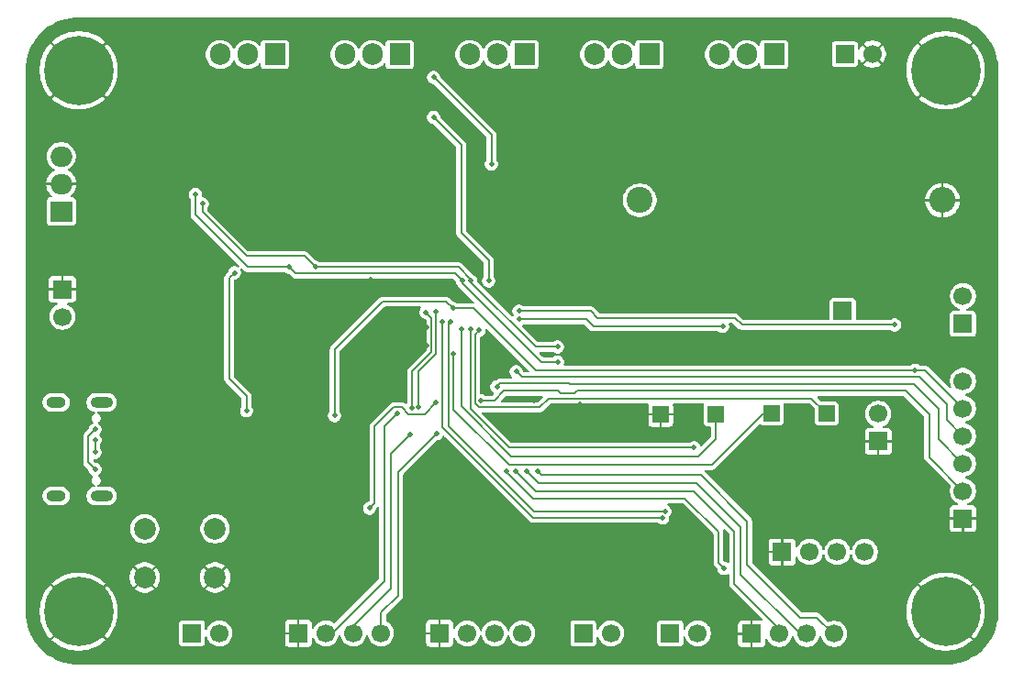
<source format=gbr>
%TF.GenerationSoftware,KiCad,Pcbnew,9.0.1*%
%TF.CreationDate,2025-04-25T18:02:47+02:00*%
%TF.ProjectId,CC_Load,43435f4c-6f61-4642-9e6b-696361645f70,rev?*%
%TF.SameCoordinates,Original*%
%TF.FileFunction,Copper,L2,Bot*%
%TF.FilePolarity,Positive*%
%FSLAX46Y46*%
G04 Gerber Fmt 4.6, Leading zero omitted, Abs format (unit mm)*
G04 Created by KiCad (PCBNEW 9.0.1) date 2025-04-25 18:02:47*
%MOMM*%
%LPD*%
G01*
G04 APERTURE LIST*
%TA.AperFunction,ComponentPad*%
%ADD10R,2.000000X1.905000*%
%TD*%
%TA.AperFunction,ComponentPad*%
%ADD11O,2.000000X1.905000*%
%TD*%
%TA.AperFunction,ComponentPad*%
%ADD12R,1.500000X1.500000*%
%TD*%
%TA.AperFunction,ComponentPad*%
%ADD13C,6.400000*%
%TD*%
%TA.AperFunction,ComponentPad*%
%ADD14R,1.700000X1.700000*%
%TD*%
%TA.AperFunction,ComponentPad*%
%ADD15C,1.700000*%
%TD*%
%TA.AperFunction,HeatsinkPad*%
%ADD16O,2.100000X1.000000*%
%TD*%
%TA.AperFunction,HeatsinkPad*%
%ADD17O,1.800000X1.000000*%
%TD*%
%TA.AperFunction,ComponentPad*%
%ADD18C,2.400000*%
%TD*%
%TA.AperFunction,ComponentPad*%
%ADD19O,2.400000X2.400000*%
%TD*%
%TA.AperFunction,ComponentPad*%
%ADD20C,2.000000*%
%TD*%
%TA.AperFunction,ComponentPad*%
%ADD21R,1.905000X2.000000*%
%TD*%
%TA.AperFunction,ComponentPad*%
%ADD22O,1.905000X2.000000*%
%TD*%
%TA.AperFunction,ViaPad*%
%ADD23C,0.500000*%
%TD*%
%TA.AperFunction,Conductor*%
%ADD24C,0.200000*%
%TD*%
G04 APERTURE END LIST*
D10*
%TO.P,U1,1,VI*%
%TO.N,+12V*%
X93400000Y-78030000D03*
D11*
%TO.P,U1,2,GND*%
%TO.N,GND*%
X93400000Y-75490000D03*
%TO.P,U1,3,VO*%
%TO.N,+5V*%
X93400000Y-72950000D03*
%TD*%
D12*
%TO.P,TP3,1,1*%
%TO.N,/PIN_04*%
X153797000Y-96774000D03*
%TD*%
D13*
%TO.P,H4,1,1*%
%TO.N,GND*%
X175000000Y-115000000D03*
%TD*%
D14*
%TO.P,J7,1,Pin_1*%
%TO.N,/LOAD_POS*%
X165710000Y-63500000D03*
D15*
%TO.P,J7,2,Pin_2*%
%TO.N,GND*%
X168250000Y-63500000D03*
%TD*%
D13*
%TO.P,H3,1,1*%
%TO.N,GND*%
X95000000Y-115000000D03*
%TD*%
D14*
%TO.P,J2,1,Pin_1*%
%TO.N,/FAN_NEG*%
X105460000Y-117000000D03*
D15*
%TO.P,J2,2,Pin_2*%
%TO.N,+12V*%
X108000000Y-117000000D03*
%TD*%
D14*
%TO.P,J4,1,Pin_1*%
%TO.N,/PWR_LED_K*%
X141580000Y-117000000D03*
D15*
%TO.P,J4,2,Pin_2*%
%TO.N,+5V*%
X144120000Y-117000000D03*
%TD*%
D14*
%TO.P,J14,1,Pin_1*%
%TO.N,GND*%
X168800000Y-99275000D03*
D15*
%TO.P,J14,2,Pin_2*%
%TO.N,Net-(J14-Pin_2)*%
X168800000Y-96735000D03*
%TD*%
D14*
%TO.P,J11,1,Pin_1*%
%TO.N,GND*%
X159920000Y-109500000D03*
D15*
%TO.P,J11,2,Pin_2*%
%TO.N,TXD_UC*%
X162460000Y-109500000D03*
%TO.P,J11,3,Pin_3*%
%TO.N,RXD_UC*%
X165000000Y-109500000D03*
%TO.P,J11,4,Pin_4*%
%TO.N,Net-(J11-Pin_4)*%
X167540000Y-109500000D03*
%TD*%
D14*
%TO.P,J13,1,Pin_1*%
%TO.N,GND*%
X157110000Y-117050000D03*
D15*
%TO.P,J13,2,Pin_2*%
%TO.N,PIN_08_UC*%
X159650000Y-117050000D03*
%TO.P,J13,3,Pin_3*%
%TO.N,PIN_09_UC*%
X162190000Y-117050000D03*
%TO.P,J13,4,Pin_4*%
%TO.N,PIN_10_UC*%
X164730000Y-117050000D03*
%TD*%
D14*
%TO.P,J10,1,Pin_1*%
%TO.N,Net-(J10-Pin_1)*%
X149595000Y-117000000D03*
D15*
%TO.P,J10,2,Pin_2*%
%TO.N,LED_OUT*%
X152135000Y-117000000D03*
%TD*%
D13*
%TO.P,H1,1,1*%
%TO.N,GND*%
X95000000Y-65000000D03*
%TD*%
D12*
%TO.P,TP4,1,1*%
%TO.N,GND*%
X148717000Y-96774000D03*
%TD*%
D16*
%TO.P,J5,S1,SHIELD*%
%TO.N,unconnected-(J5-SHIELD-PadS1)_3*%
X97125000Y-95680000D03*
D17*
%TO.N,unconnected-(J5-SHIELD-PadS1)_2*%
X92925000Y-95680000D03*
D16*
%TO.N,unconnected-(J5-SHIELD-PadS1)*%
X97125000Y-104320000D03*
D17*
%TO.N,unconnected-(J5-SHIELD-PadS1)_1*%
X92925000Y-104320000D03*
%TD*%
D14*
%TO.P,J1,1,Pin_1*%
%TO.N,Net-(J1-Pin_1)*%
X165510000Y-87210000D03*
%TD*%
D18*
%TO.P,R37,1*%
%TO.N,/CURR_SHUNT*%
X146780000Y-77000000D03*
D19*
%TO.P,R37,2*%
%TO.N,GND*%
X174720000Y-77000000D03*
%TD*%
D13*
%TO.P,H2,1,1*%
%TO.N,GND*%
X175000000Y-65000000D03*
%TD*%
D14*
%TO.P,J3,1,Pin_1*%
%TO.N,GND*%
X93500000Y-85225000D03*
D15*
%TO.P,J3,2,Pin_2*%
%TO.N,+12V*%
X93500000Y-87765000D03*
%TD*%
D12*
%TO.P,TP1,1,1*%
%TO.N,/ADC_06*%
X158950000Y-96700000D03*
%TD*%
D14*
%TO.P,J6,1,Pin_1*%
%TO.N,TEMP_SENSE_UC*%
X176600000Y-88400000D03*
D15*
%TO.P,J6,2,Pin_2*%
%TO.N,+5V*%
X176600000Y-85860000D03*
%TD*%
D14*
%TO.P,J9,1,Pin_1*%
%TO.N,GND*%
X128320000Y-117000000D03*
D15*
%TO.P,J9,2,Pin_2*%
%TO.N,I2C_SCL*%
X130860000Y-117000000D03*
%TO.P,J9,3,Pin_3*%
%TO.N,I2C_SDA*%
X133400000Y-117000000D03*
%TO.P,J9,4,Pin_4*%
%TO.N,+5V*%
X135940000Y-117000000D03*
%TD*%
D14*
%TO.P,J12,1,Pin_1*%
%TO.N,GND*%
X176600000Y-106400000D03*
D15*
%TO.P,J12,2,Pin_2*%
%TO.N,SPI_MOSI_UC*%
X176600000Y-103860000D03*
%TO.P,J12,3,Pin_3*%
%TO.N,SPI_MISO_UC*%
X176600000Y-101320000D03*
%TO.P,J12,4,Pin_4*%
%TO.N,SPI_SCLK_UC*%
X176600000Y-98780000D03*
%TO.P,J12,5,Pin_5*%
%TO.N,RST_UC*%
X176600000Y-96240000D03*
%TO.P,J12,6,Pin_6*%
%TO.N,+5V*%
X176600000Y-93700000D03*
%TD*%
D12*
%TO.P,TP2,1,1*%
%TO.N,/ADC_07*%
X164030000Y-96700000D03*
%TD*%
D20*
%TO.P,SW1,1,1*%
%TO.N,RST_UC*%
X101100000Y-107350000D03*
X107600000Y-107350000D03*
%TO.P,SW1,2,2*%
%TO.N,GND*%
X101100000Y-111850000D03*
X107600000Y-111850000D03*
%TD*%
D14*
%TO.P,J8,1,Pin_1*%
%TO.N,GND*%
X115290000Y-117000000D03*
D15*
%TO.P,J8,2,Pin_2*%
%TO.N,ENCODER_SW*%
X117830000Y-117000000D03*
%TO.P,J8,3,Pin_3*%
%TO.N,ENCODER_B*%
X120370000Y-117000000D03*
%TO.P,J8,4,Pin_4*%
%TO.N,ENCODER_A*%
X122910000Y-117000000D03*
%TD*%
D21*
%TO.P,Q5,1,G*%
%TO.N,Net-(Q5-G)*%
X147675000Y-63545000D03*
D22*
%TO.P,Q5,2,D*%
%TO.N,/LOAD_POS*%
X145135000Y-63545000D03*
%TO.P,Q5,3,S*%
%TO.N,Net-(Q5-S)*%
X142595000Y-63545000D03*
%TD*%
D21*
%TO.P,Q6,1,G*%
%TO.N,Net-(Q6-G)*%
X159190000Y-63545000D03*
D22*
%TO.P,Q6,2,D*%
%TO.N,/LOAD_POS*%
X156650000Y-63545000D03*
%TO.P,Q6,3,S*%
%TO.N,Net-(Q6-S)*%
X154110000Y-63545000D03*
%TD*%
D21*
%TO.P,Q2,1,G*%
%TO.N,Net-(Q2-G)*%
X113130000Y-63545000D03*
D22*
%TO.P,Q2,2,D*%
%TO.N,/LOAD_POS*%
X110590000Y-63545000D03*
%TO.P,Q2,3,S*%
%TO.N,Net-(Q2-S)*%
X108050000Y-63545000D03*
%TD*%
D21*
%TO.P,Q4,1,G*%
%TO.N,Net-(Q4-G)*%
X136160000Y-63545000D03*
D22*
%TO.P,Q4,2,D*%
%TO.N,/LOAD_POS*%
X133620000Y-63545000D03*
%TO.P,Q4,3,S*%
%TO.N,Net-(Q4-S)*%
X131080000Y-63545000D03*
%TD*%
D21*
%TO.P,Q3,1,G*%
%TO.N,Net-(Q3-G)*%
X124645000Y-63545000D03*
D22*
%TO.P,Q3,2,D*%
%TO.N,/LOAD_POS*%
X122105000Y-63545000D03*
%TO.P,Q3,3,S*%
%TO.N,Net-(Q3-S)*%
X119565000Y-63545000D03*
%TD*%
D23*
%TO.N,GND*%
X141224000Y-95885000D03*
X137033000Y-75057000D03*
X97536000Y-75692000D03*
X116078000Y-74295000D03*
X169291000Y-68834000D03*
X119634000Y-95123000D03*
X139446000Y-85598000D03*
X132969000Y-89662000D03*
X154813000Y-108204000D03*
X137033000Y-95504000D03*
X144599000Y-80231000D03*
X145669000Y-111887000D03*
X111125000Y-77089000D03*
X103632000Y-101727000D03*
X137033000Y-89535000D03*
X150368000Y-87249000D03*
X142240000Y-89408000D03*
X116586000Y-105791000D03*
X121920000Y-84328000D03*
X99695000Y-96012000D03*
X106299000Y-94488000D03*
X98933000Y-96774000D03*
X148336000Y-108077000D03*
X98806000Y-103124000D03*
X122428000Y-108204000D03*
X103124000Y-76454000D03*
X128016000Y-101600000D03*
X103632000Y-98806000D03*
X150371500Y-84500000D03*
X127127000Y-88773000D03*
X127127000Y-90424000D03*
X133604000Y-79629000D03*
X99568000Y-65532000D03*
X171577000Y-84455000D03*
X122047000Y-96774000D03*
X105918000Y-79883000D03*
X122047000Y-89408000D03*
X117348000Y-91059000D03*
%TO.N,+5V*%
X110502935Y-96452935D03*
X96520000Y-101854000D03*
X96520000Y-98171000D03*
X127762000Y-65659000D03*
X109400000Y-83700000D03*
X133096000Y-73660000D03*
%TO.N,RST_UC*%
X129540000Y-86995000D03*
X172200000Y-92710000D03*
X118618000Y-96901000D03*
%TO.N,V_SENSE_UC*%
X135636000Y-88011000D03*
X154432000Y-88646000D03*
%TO.N,LED_OUT*%
X134500000Y-102000000D03*
X154550000Y-111000000D03*
%TO.N,/USB_D-*%
X96520000Y-99145000D03*
X96520000Y-100288000D03*
%TO.N,TEMP_SENSE_UC*%
X135636000Y-87249000D03*
X170307000Y-88519000D03*
%TO.N,ENCODER_B*%
X127050000Y-87350000D03*
X125600000Y-98600000D03*
X125775000Y-96150000D03*
%TO.N,ENCODER_A*%
X128050000Y-98550000D03*
X127950000Y-87300000D03*
X126372747Y-96098022D03*
%TO.N,ENCODER_SW*%
X124400000Y-96728500D03*
%TO.N,I2C_SCL*%
X139192000Y-91948000D03*
X105791000Y-76454000D03*
X130429000Y-84455000D03*
X114427000Y-83185000D03*
%TO.N,I2C_SDA*%
X139192000Y-90551000D03*
X106426000Y-77343000D03*
X116840000Y-83185000D03*
X131191000Y-84455000D03*
%TO.N,SPI_MISO_UC*%
X133604000Y-94234000D03*
%TO.N,SPI_MOSI_UC*%
X132080000Y-95504000D03*
%TO.N,SPI_SCLK_UC*%
X135382000Y-92837000D03*
%TO.N,PIN_08_UC*%
X135337000Y-102063000D03*
%TO.N,PIN_09_UC*%
X136320000Y-102030000D03*
%TO.N,PIN_10_UC*%
X137352500Y-102047500D03*
%TO.N,RXD_UC*%
X149100000Y-105750000D03*
X129300000Y-88200000D03*
%TO.N,TXD_UC*%
X148900000Y-106350000D03*
X128550000Y-88250000D03*
%TO.N,FAN_OUT*%
X128000000Y-95700000D03*
X121850000Y-105450000D03*
%TO.N,EXT_CURR_SET_UC*%
X131150000Y-88900000D03*
X151800000Y-99850000D03*
%TO.N,/ADC_06*%
X129600000Y-91200000D03*
%TO.N,/ADC_07*%
X131953000Y-89027000D03*
%TO.N,/PIN_04*%
X130302000Y-88900000D03*
%TO.N,PCB_TEMP_UC*%
X127762000Y-69342000D03*
X132842000Y-84455000D03*
%TD*%
D24*
%TO.N,+5V*%
X96520000Y-98171000D02*
X95885000Y-98806000D01*
X95885000Y-101219000D02*
X96520000Y-101854000D01*
X95885000Y-98806000D02*
X95885000Y-101219000D01*
X109400000Y-83700000D02*
X108900000Y-84200000D01*
X133096000Y-70993000D02*
X127762000Y-65659000D01*
X108900000Y-93500000D02*
X110502935Y-95102935D01*
X133096000Y-73660000D02*
X133096000Y-70993000D01*
X110502935Y-95102935D02*
X110502935Y-96452935D01*
X108900000Y-84200000D02*
X108900000Y-93500000D01*
%TO.N,RST_UC*%
X131445000Y-86995000D02*
X129540000Y-86995000D01*
X118618000Y-90805000D02*
X123063000Y-86360000D01*
X172200000Y-92710000D02*
X137160000Y-92710000D01*
X173101000Y-92710000D02*
X172200000Y-92710000D01*
X176600000Y-96240000D02*
X176600000Y-96209000D01*
X176600000Y-96209000D02*
X173101000Y-92710000D01*
X137160000Y-92710000D02*
X131445000Y-86995000D01*
X123063000Y-86360000D02*
X128905000Y-86360000D01*
X128905000Y-86360000D02*
X129540000Y-86995000D01*
X118618000Y-96901000D02*
X118618000Y-90805000D01*
%TO.N,V_SENSE_UC*%
X142494000Y-88646000D02*
X154432000Y-88646000D01*
X135636000Y-88011000D02*
X141859000Y-88011000D01*
X141859000Y-88011000D02*
X142494000Y-88646000D01*
%TO.N,LED_OUT*%
X136950000Y-104550000D02*
X150950000Y-104550000D01*
X134500000Y-102100000D02*
X136950000Y-104550000D01*
X154050000Y-107650000D02*
X154050000Y-110500000D01*
X134500000Y-102000000D02*
X134500000Y-102100000D01*
X154050000Y-110500000D02*
X154550000Y-111000000D01*
X150950000Y-104550000D02*
X154050000Y-107650000D01*
%TO.N,/USB_D-*%
X96520000Y-99145000D02*
X96520000Y-100288000D01*
%TO.N,TEMP_SENSE_UC*%
X142875000Y-87884000D02*
X142240000Y-87249000D01*
X156210000Y-88519000D02*
X155575000Y-87884000D01*
X155575000Y-87884000D02*
X142875000Y-87884000D01*
X142240000Y-87249000D02*
X135636000Y-87249000D01*
X170307000Y-88519000D02*
X156210000Y-88519000D01*
%TO.N,ENCODER_B*%
X125775000Y-92825000D02*
X127578000Y-91022000D01*
X127578000Y-87878000D02*
X127050000Y-87350000D01*
X123800000Y-112900000D02*
X120370000Y-116330000D01*
X125600000Y-98600000D02*
X123800000Y-100400000D01*
X127578000Y-91022000D02*
X127578000Y-87878000D01*
X123800000Y-100400000D02*
X123800000Y-112900000D01*
X120370000Y-116330000D02*
X120370000Y-117000000D01*
X125775000Y-96150000D02*
X125775000Y-92825000D01*
%TO.N,ENCODER_A*%
X124500000Y-102100000D02*
X128050000Y-98550000D01*
X126350000Y-92800000D02*
X127950000Y-91200000D01*
X124500000Y-113500000D02*
X124500000Y-102100000D01*
X122910000Y-117000000D02*
X122910000Y-115090000D01*
X126372747Y-96098022D02*
X126348022Y-96098022D01*
X126350000Y-96096044D02*
X126350000Y-92800000D01*
X127950000Y-91200000D02*
X127950000Y-87300000D01*
X126348022Y-96098022D02*
X126350000Y-96096044D01*
X122910000Y-115090000D02*
X124500000Y-113500000D01*
%TO.N,ENCODER_SW*%
X124378500Y-96728500D02*
X123190000Y-97917000D01*
X123190000Y-112173605D02*
X118363605Y-117000000D01*
X118363605Y-117000000D02*
X117830000Y-117000000D01*
X123190000Y-97917000D02*
X123190000Y-112173605D01*
X124400000Y-96728500D02*
X124378500Y-96728500D01*
%TO.N,I2C_SCL*%
X130429000Y-84455000D02*
X129730500Y-83756500D01*
X105791000Y-76454000D02*
X105791000Y-78359000D01*
X110617000Y-83185000D02*
X114427000Y-83185000D01*
X105791000Y-78359000D02*
X110617000Y-83185000D01*
X129730500Y-83756500D02*
X114998500Y-83756500D01*
X130429000Y-84709000D02*
X137668000Y-91948000D01*
X137668000Y-91948000D02*
X139192000Y-91948000D01*
X114998500Y-83756500D02*
X114427000Y-83185000D01*
X130429000Y-84455000D02*
X130429000Y-84709000D01*
%TO.N,I2C_SDA*%
X115824000Y-82169000D02*
X116840000Y-83185000D01*
X106426000Y-77343000D02*
X106426000Y-78105000D01*
X131191000Y-84328000D02*
X131191000Y-84455000D01*
X106426000Y-78105000D02*
X110490000Y-82169000D01*
X116840000Y-83185000D02*
X130048000Y-83185000D01*
X110490000Y-82169000D02*
X115824000Y-82169000D01*
X139192000Y-90551000D02*
X137160000Y-90551000D01*
X131191000Y-84582000D02*
X131191000Y-84455000D01*
X130048000Y-83185000D02*
X131191000Y-84328000D01*
X137160000Y-90551000D02*
X131191000Y-84582000D01*
%TO.N,SPI_MISO_UC*%
X176600000Y-101320000D02*
X174371000Y-99091000D01*
X140336397Y-93980000D02*
X140267397Y-93911000D01*
X172085000Y-93980000D02*
X140336397Y-93980000D01*
X140267397Y-93911000D02*
X133927000Y-93911000D01*
X174371000Y-99091000D02*
X174371000Y-96266000D01*
X133927000Y-93911000D02*
X133604000Y-94234000D01*
X174371000Y-96266000D02*
X172085000Y-93980000D01*
%TO.N,SPI_MOSI_UC*%
X132080000Y-95504000D02*
X133350000Y-95504000D01*
X140716000Y-94869000D02*
X140970000Y-94615000D01*
X134239000Y-94615000D02*
X139192000Y-94615000D01*
X139446000Y-94869000D02*
X140716000Y-94869000D01*
X139192000Y-94615000D02*
X139446000Y-94869000D01*
X173482000Y-100742000D02*
X176600000Y-103860000D01*
X173482000Y-96774000D02*
X173482000Y-100742000D01*
X133350000Y-95504000D02*
X134239000Y-94615000D01*
X171323000Y-94615000D02*
X173482000Y-96774000D01*
X140970000Y-94615000D02*
X171323000Y-94615000D01*
%TO.N,SPI_SCLK_UC*%
X135890000Y-93345000D02*
X135382000Y-92837000D01*
X176600000Y-98780000D02*
X175133000Y-97313000D01*
X175133000Y-95885000D02*
X172593000Y-93345000D01*
X172593000Y-93345000D02*
X135890000Y-93345000D01*
X175133000Y-97313000D02*
X175133000Y-95885000D01*
%TO.N,PIN_08_UC*%
X151765000Y-103886000D02*
X155500000Y-107621000D01*
X159650000Y-116550000D02*
X159650000Y-117050000D01*
X155500000Y-107621000D02*
X155500000Y-112400000D01*
X135337000Y-102063000D02*
X137160000Y-103886000D01*
X137160000Y-103886000D02*
X151765000Y-103886000D01*
X155500000Y-112400000D02*
X159650000Y-116550000D01*
%TO.N,PIN_09_UC*%
X137414000Y-103124000D02*
X152019000Y-103124000D01*
X156100000Y-107205000D02*
X156100000Y-111600000D01*
X161550000Y-117050000D02*
X162190000Y-117050000D01*
X152019000Y-103124000D02*
X156100000Y-107205000D01*
X136320000Y-102030000D02*
X137414000Y-103124000D01*
X156100000Y-111600000D02*
X161550000Y-117050000D01*
%TO.N,PIN_10_UC*%
X163100000Y-115550000D02*
X164600000Y-117050000D01*
X161550000Y-115550000D02*
X163100000Y-115550000D01*
X156700000Y-110700000D02*
X161550000Y-115550000D01*
X164600000Y-117050000D02*
X164730000Y-117050000D01*
X137667000Y-102362000D02*
X152400000Y-102362000D01*
X152400000Y-102362000D02*
X156700000Y-106662000D01*
X137352500Y-102047500D02*
X137667000Y-102362000D01*
X156700000Y-106662000D02*
X156700000Y-110700000D01*
%TO.N,RXD_UC*%
X129149000Y-97849000D02*
X137050000Y-105750000D01*
X129149000Y-88351000D02*
X129149000Y-97849000D01*
X137050000Y-105750000D02*
X149100000Y-105750000D01*
X129300000Y-88200000D02*
X129149000Y-88351000D01*
%TO.N,TXD_UC*%
X128550000Y-97950000D02*
X136950000Y-106350000D01*
X136950000Y-106350000D02*
X148900000Y-106350000D01*
X128550000Y-88250000D02*
X128550000Y-97950000D01*
%TO.N,FAN_OUT*%
X126950000Y-96750000D02*
X125450000Y-96750000D01*
X128000000Y-95700000D02*
X126950000Y-96750000D01*
X122300000Y-97900000D02*
X122300000Y-98100000D01*
X122300000Y-98100000D02*
X122300000Y-105000000D01*
X124100000Y-96100000D02*
X122300000Y-97900000D01*
X122300000Y-105000000D02*
X121850000Y-105450000D01*
X125450000Y-96750000D02*
X124800000Y-96100000D01*
X124800000Y-96100000D02*
X124100000Y-96100000D01*
%TO.N,EXT_CURR_SET_UC*%
X131150000Y-88900000D02*
X131150000Y-96300000D01*
X131150000Y-96300000D02*
X134700000Y-99850000D01*
X134700000Y-99850000D02*
X151800000Y-99850000D01*
%TO.N,/ADC_06*%
X158189000Y-96700000D02*
X158950000Y-96700000D01*
X134723000Y-101473000D02*
X153416000Y-101473000D01*
X129600000Y-96350000D02*
X134723000Y-101473000D01*
X153416000Y-101473000D02*
X158189000Y-96700000D01*
X129600000Y-91200000D02*
X129600000Y-96350000D01*
%TO.N,/ADC_07*%
X131953000Y-89027000D02*
X131572000Y-89408000D01*
X162626000Y-95296000D02*
X164030000Y-96700000D01*
X131952301Y-96139000D02*
X137541000Y-96139000D01*
X131572000Y-89408000D02*
X131572000Y-95758699D01*
X131572000Y-95758699D02*
X131952301Y-96139000D01*
X137541000Y-96139000D02*
X138384000Y-95296000D01*
X138384000Y-95296000D02*
X162626000Y-95296000D01*
%TO.N,/PIN_04*%
X130302000Y-96012000D02*
X134940000Y-100650000D01*
X153797000Y-99060000D02*
X153797000Y-96774000D01*
X152207000Y-100650000D02*
X153797000Y-99060000D01*
X130302000Y-88900000D02*
X130302000Y-96012000D01*
X134940000Y-100650000D02*
X152207000Y-100650000D01*
%TO.N,PCB_TEMP_UC*%
X130302000Y-80010000D02*
X130302000Y-71882000D01*
X132842000Y-82550000D02*
X130302000Y-80010000D01*
X130302000Y-71882000D02*
X127762000Y-69342000D01*
X132842000Y-84455000D02*
X132842000Y-82550000D01*
%TD*%
%TA.AperFunction,Conductor*%
%TO.N,GND*%
G36*
X154632504Y-107391375D02*
G01*
X154640205Y-107398308D01*
X155020504Y-107778607D01*
X155048281Y-107833124D01*
X155049500Y-107848611D01*
X155049500Y-110423515D01*
X155030593Y-110481706D01*
X154981093Y-110517670D01*
X154919907Y-110517670D01*
X154901001Y-110509252D01*
X154781785Y-110440423D01*
X154718682Y-110423515D01*
X154629057Y-110399500D01*
X154629055Y-110399500D01*
X154627610Y-110399500D01*
X154626624Y-110399179D01*
X154622623Y-110398653D01*
X154622720Y-110397911D01*
X154620011Y-110397031D01*
X154612121Y-110398281D01*
X154591467Y-110387756D01*
X154569419Y-110380593D01*
X154557605Y-110370502D01*
X154529495Y-110342391D01*
X154501719Y-110287874D01*
X154500500Y-110272389D01*
X154500500Y-107590692D01*
X154474574Y-107493935D01*
X154477777Y-107432833D01*
X154516282Y-107385284D01*
X154575382Y-107369448D01*
X154632504Y-107391375D01*
G37*
%TD.AperFunction*%
%TA.AperFunction,Conductor*%
G36*
X147556100Y-95765407D02*
G01*
X147592064Y-95814907D01*
X147592064Y-95876093D01*
X147586118Y-95890446D01*
X147581836Y-95898848D01*
X147581835Y-95898852D01*
X147567000Y-95992515D01*
X147567000Y-96673999D01*
X147567001Y-96674000D01*
X148381448Y-96674000D01*
X148367000Y-96727922D01*
X148367000Y-96820078D01*
X148381448Y-96874000D01*
X147567002Y-96874000D01*
X147567001Y-96874001D01*
X147567001Y-97555485D01*
X147581833Y-97649141D01*
X147581836Y-97649151D01*
X147639358Y-97762043D01*
X147728956Y-97851641D01*
X147841848Y-97909163D01*
X147841852Y-97909164D01*
X147935515Y-97923999D01*
X148616998Y-97923999D01*
X148617000Y-97923998D01*
X148617000Y-97109551D01*
X148670922Y-97124000D01*
X148763078Y-97124000D01*
X148817000Y-97109551D01*
X148817000Y-97923998D01*
X148817001Y-97923999D01*
X149498483Y-97923999D01*
X149498485Y-97923998D01*
X149592141Y-97909166D01*
X149592151Y-97909163D01*
X149705043Y-97851641D01*
X149794641Y-97762043D01*
X149852163Y-97649151D01*
X149852164Y-97649147D01*
X149867000Y-97555484D01*
X149867000Y-96874001D01*
X149866999Y-96874000D01*
X149052552Y-96874000D01*
X149067000Y-96820078D01*
X149067000Y-96727922D01*
X149052552Y-96674000D01*
X149866998Y-96674000D01*
X149866999Y-96673999D01*
X149866999Y-95992516D01*
X149866998Y-95992514D01*
X149852166Y-95898858D01*
X149852163Y-95898848D01*
X149847882Y-95890446D01*
X149838310Y-95830014D01*
X149866086Y-95775497D01*
X149920603Y-95747719D01*
X149936091Y-95746500D01*
X152633925Y-95746500D01*
X152692116Y-95765407D01*
X152728080Y-95814907D01*
X152728080Y-95876093D01*
X152722867Y-95888976D01*
X152720939Y-95892922D01*
X152706427Y-95922605D01*
X152702456Y-95949860D01*
X152696500Y-95990740D01*
X152696500Y-97557260D01*
X152699814Y-97580004D01*
X152706427Y-97625395D01*
X152738692Y-97691393D01*
X152757802Y-97730483D01*
X152840517Y-97813198D01*
X152890821Y-97837790D01*
X152945604Y-97864572D01*
X152945605Y-97864572D01*
X152945607Y-97864573D01*
X153013740Y-97874500D01*
X153247500Y-97874500D01*
X153305691Y-97893407D01*
X153341655Y-97942907D01*
X153346500Y-97973500D01*
X153346500Y-98832388D01*
X153327593Y-98890579D01*
X153317504Y-98902392D01*
X152531989Y-99687906D01*
X152477472Y-99715683D01*
X152417040Y-99706112D01*
X152373775Y-99662847D01*
X152366359Y-99643529D01*
X152359577Y-99618216D01*
X152280520Y-99481284D01*
X152168716Y-99369480D01*
X152031784Y-99290423D01*
X151879057Y-99249500D01*
X151720943Y-99249500D01*
X151568216Y-99290423D01*
X151431284Y-99369480D01*
X151430258Y-99370505D01*
X151429331Y-99370977D01*
X151426134Y-99373431D01*
X151425679Y-99372838D01*
X151375744Y-99398281D01*
X151360257Y-99399500D01*
X134927611Y-99399500D01*
X134869420Y-99380593D01*
X134857607Y-99370504D01*
X132245607Y-96758504D01*
X132217830Y-96703987D01*
X132227401Y-96643555D01*
X132270666Y-96600290D01*
X132315611Y-96589500D01*
X137600307Y-96589500D01*
X137600309Y-96589500D01*
X137693931Y-96564414D01*
X137714887Y-96558799D01*
X137817614Y-96499489D01*
X138541607Y-95775496D01*
X138596124Y-95747719D01*
X138611611Y-95746500D01*
X147497909Y-95746500D01*
X147556100Y-95765407D01*
G37*
%TD.AperFunction*%
%TA.AperFunction,Conductor*%
G36*
X137796580Y-95084407D02*
G01*
X137832544Y-95133907D01*
X137832544Y-95195093D01*
X137808393Y-95234504D01*
X137383393Y-95659504D01*
X137328876Y-95687281D01*
X137313389Y-95688500D01*
X134041611Y-95688500D01*
X133983420Y-95669593D01*
X133947456Y-95620093D01*
X133947456Y-95558907D01*
X133971608Y-95519496D01*
X134396609Y-95094496D01*
X134451125Y-95066719D01*
X134466612Y-95065500D01*
X137738389Y-95065500D01*
X137796580Y-95084407D01*
G37*
%TD.AperFunction*%
%TA.AperFunction,Conductor*%
G36*
X132722504Y-88909607D02*
G01*
X136538393Y-92725496D01*
X136566170Y-92780013D01*
X136556599Y-92840445D01*
X136513334Y-92883710D01*
X136468389Y-92894500D01*
X136117611Y-92894500D01*
X136059420Y-92875593D01*
X136047607Y-92865504D01*
X136011496Y-92829393D01*
X135983719Y-92774876D01*
X135982500Y-92759389D01*
X135982500Y-92757944D01*
X135982500Y-92757943D01*
X135941577Y-92605216D01*
X135862520Y-92468284D01*
X135750716Y-92356480D01*
X135613784Y-92277423D01*
X135461057Y-92236500D01*
X135302943Y-92236500D01*
X135150216Y-92277423D01*
X135013284Y-92356480D01*
X134901480Y-92468284D01*
X134822423Y-92605216D01*
X134781500Y-92757943D01*
X134781500Y-92916057D01*
X134822423Y-93068784D01*
X134901480Y-93205716D01*
X134987262Y-93291498D01*
X135015038Y-93346013D01*
X135005467Y-93406445D01*
X134962202Y-93449710D01*
X134917257Y-93460500D01*
X133867691Y-93460500D01*
X133822508Y-93472606D01*
X133777325Y-93484713D01*
X133777324Y-93484712D01*
X133753112Y-93491201D01*
X133753109Y-93491202D01*
X133650390Y-93550507D01*
X133650385Y-93550511D01*
X133596392Y-93604504D01*
X133541875Y-93632281D01*
X133526389Y-93633500D01*
X133524943Y-93633500D01*
X133372216Y-93674423D01*
X133235284Y-93753480D01*
X133123480Y-93865284D01*
X133044423Y-94002216D01*
X133003500Y-94154943D01*
X133003500Y-94313057D01*
X133044423Y-94465784D01*
X133123480Y-94602716D01*
X133235284Y-94714520D01*
X133292881Y-94747773D01*
X133311705Y-94768680D01*
X133331589Y-94788564D01*
X133332011Y-94791232D01*
X133333821Y-94793242D01*
X133336762Y-94821225D01*
X133341161Y-94848996D01*
X133339934Y-94851403D01*
X133340217Y-94854092D01*
X133313384Y-94903512D01*
X133192394Y-95024503D01*
X133137877Y-95052281D01*
X133122390Y-95053500D01*
X132519743Y-95053500D01*
X132461552Y-95034593D01*
X132449745Y-95024509D01*
X132448716Y-95023480D01*
X132311784Y-94944423D01*
X132159057Y-94903500D01*
X132159055Y-94903500D01*
X132121500Y-94903500D01*
X132063309Y-94884593D01*
X132027345Y-94835093D01*
X132022500Y-94804500D01*
X132022500Y-89706026D01*
X132041407Y-89647835D01*
X132090907Y-89611871D01*
X132095858Y-89610404D01*
X132184784Y-89586577D01*
X132321716Y-89507520D01*
X132433520Y-89395716D01*
X132512577Y-89258784D01*
X132553500Y-89106057D01*
X132553500Y-88979611D01*
X132572407Y-88921420D01*
X132621907Y-88885456D01*
X132683093Y-88885456D01*
X132722504Y-88909607D01*
G37*
%TD.AperFunction*%
%TA.AperFunction,Conductor*%
G36*
X175002152Y-60100593D02*
G01*
X175422716Y-60118956D01*
X175431296Y-60119706D01*
X175846505Y-60174370D01*
X175855010Y-60175870D01*
X175972778Y-60201978D01*
X176263872Y-60266512D01*
X176272187Y-60268739D01*
X176671605Y-60394676D01*
X176679721Y-60397630D01*
X177066634Y-60557895D01*
X177074446Y-60561537D01*
X177176472Y-60614649D01*
X177445910Y-60754910D01*
X177453390Y-60759228D01*
X177806598Y-60984246D01*
X177813672Y-60989200D01*
X178145912Y-61244136D01*
X178152513Y-61249675D01*
X178461302Y-61532627D01*
X178467372Y-61538697D01*
X178750322Y-61847484D01*
X178755863Y-61854087D01*
X179010799Y-62186327D01*
X179015753Y-62193401D01*
X179240771Y-62546609D01*
X179245089Y-62554089D01*
X179438458Y-62925546D01*
X179442108Y-62933373D01*
X179602369Y-63320278D01*
X179605323Y-63328394D01*
X179731255Y-63727796D01*
X179733490Y-63736139D01*
X179824129Y-64144989D01*
X179825629Y-64153494D01*
X179880291Y-64568691D01*
X179881044Y-64577295D01*
X179899406Y-64997847D01*
X179899500Y-65002165D01*
X179899500Y-114997834D01*
X179899406Y-115002152D01*
X179881044Y-115422704D01*
X179880291Y-115431308D01*
X179825629Y-115846505D01*
X179824129Y-115855010D01*
X179733490Y-116263860D01*
X179731255Y-116272203D01*
X179605323Y-116671605D01*
X179602369Y-116679721D01*
X179442108Y-117066626D01*
X179438458Y-117074453D01*
X179245089Y-117445910D01*
X179240771Y-117453390D01*
X179015753Y-117806598D01*
X179010799Y-117813672D01*
X178755863Y-118145912D01*
X178750313Y-118152526D01*
X178467383Y-118461290D01*
X178461290Y-118467383D01*
X178429709Y-118496323D01*
X178152528Y-118750312D01*
X178145912Y-118755863D01*
X177813672Y-119010799D01*
X177806598Y-119015753D01*
X177453390Y-119240771D01*
X177445910Y-119245089D01*
X177074453Y-119438458D01*
X177066626Y-119442108D01*
X176679721Y-119602369D01*
X176671605Y-119605323D01*
X176272203Y-119731255D01*
X176263860Y-119733490D01*
X175855010Y-119824129D01*
X175846505Y-119825629D01*
X175431308Y-119880291D01*
X175422704Y-119881044D01*
X175002153Y-119899406D01*
X174997835Y-119899500D01*
X95002165Y-119899500D01*
X94997847Y-119899406D01*
X94577295Y-119881044D01*
X94568691Y-119880291D01*
X94153494Y-119825629D01*
X94144989Y-119824129D01*
X93736139Y-119733490D01*
X93727796Y-119731255D01*
X93328394Y-119605323D01*
X93320278Y-119602369D01*
X92933373Y-119442108D01*
X92925546Y-119438458D01*
X92554089Y-119245089D01*
X92546609Y-119240771D01*
X92193401Y-119015753D01*
X92186327Y-119010799D01*
X91854087Y-118755863D01*
X91847484Y-118750322D01*
X91538697Y-118467372D01*
X91532627Y-118461302D01*
X91249675Y-118152513D01*
X91244136Y-118145912D01*
X91218533Y-118112546D01*
X90989200Y-117813672D01*
X90984246Y-117806598D01*
X90903082Y-117679196D01*
X90795824Y-117510835D01*
X90759228Y-117453390D01*
X90754910Y-117445910D01*
X90690951Y-117323046D01*
X90561537Y-117074446D01*
X90557891Y-117066626D01*
X90523738Y-116984174D01*
X90397630Y-116679721D01*
X90394676Y-116671605D01*
X90385716Y-116643187D01*
X90268739Y-116272187D01*
X90266512Y-116263872D01*
X90193693Y-115935404D01*
X90175870Y-115855010D01*
X90174370Y-115846505D01*
X90168248Y-115800001D01*
X90119706Y-115431296D01*
X90118956Y-115422716D01*
X90100594Y-115002152D01*
X90100500Y-114997834D01*
X90100500Y-114823145D01*
X91400000Y-114823145D01*
X91400000Y-115176854D01*
X91434669Y-115528863D01*
X91503676Y-115875786D01*
X91606349Y-116214257D01*
X91741709Y-116541046D01*
X91741722Y-116541073D01*
X91908452Y-116853002D01*
X91908454Y-116853006D01*
X92104962Y-117147101D01*
X92329354Y-117420522D01*
X92383704Y-117474872D01*
X93797916Y-116060658D01*
X93939339Y-116202081D01*
X92525127Y-117616295D01*
X92579477Y-117670645D01*
X92852899Y-117895037D01*
X92852898Y-117895037D01*
X93146993Y-118091545D01*
X93146997Y-118091547D01*
X93458926Y-118258277D01*
X93458953Y-118258290D01*
X93785742Y-118393650D01*
X94124213Y-118496323D01*
X94471138Y-118565330D01*
X94471134Y-118565330D01*
X94823146Y-118600000D01*
X95176854Y-118600000D01*
X95528863Y-118565330D01*
X95875786Y-118496323D01*
X96214257Y-118393650D01*
X96541046Y-118258290D01*
X96541073Y-118258277D01*
X96853002Y-118091547D01*
X96853006Y-118091545D01*
X97147101Y-117895037D01*
X97420530Y-117670639D01*
X97420535Y-117670634D01*
X97474873Y-117616295D01*
X96060659Y-116202082D01*
X96202082Y-116060659D01*
X97616295Y-117474872D01*
X97670634Y-117420535D01*
X97670639Y-117420530D01*
X97895037Y-117147101D01*
X98091545Y-116853006D01*
X98091547Y-116853002D01*
X98258277Y-116541073D01*
X98258290Y-116541046D01*
X98393650Y-116214257D01*
X98423232Y-116116740D01*
X104259500Y-116116740D01*
X104259500Y-117883260D01*
X104261216Y-117895037D01*
X104269427Y-117951395D01*
X104281041Y-117975151D01*
X104320802Y-118056483D01*
X104403517Y-118139198D01*
X104457285Y-118165483D01*
X104508604Y-118190572D01*
X104508605Y-118190572D01*
X104508607Y-118190573D01*
X104576740Y-118200500D01*
X104576743Y-118200500D01*
X106343257Y-118200500D01*
X106343260Y-118200500D01*
X106411393Y-118190573D01*
X106516483Y-118139198D01*
X106599198Y-118056483D01*
X106650573Y-117951393D01*
X106660500Y-117883260D01*
X106660500Y-117387405D01*
X106679407Y-117329214D01*
X106728907Y-117293250D01*
X106790093Y-117293250D01*
X106839593Y-117329214D01*
X106853653Y-117356810D01*
X106874358Y-117420530D01*
X106887453Y-117460832D01*
X106922870Y-117530343D01*
X106973240Y-117629199D01*
X107084310Y-117782073D01*
X107217927Y-117915690D01*
X107370801Y-118026760D01*
X107539168Y-118112547D01*
X107718882Y-118170940D01*
X107718883Y-118170940D01*
X107718886Y-118170941D01*
X107905516Y-118200500D01*
X107905519Y-118200500D01*
X108094484Y-118200500D01*
X108281113Y-118170941D01*
X108281114Y-118170940D01*
X108281118Y-118170940D01*
X108460832Y-118112547D01*
X108629199Y-118026760D01*
X108782073Y-117915690D01*
X108915690Y-117782073D01*
X109026760Y-117629199D01*
X109112547Y-117460832D01*
X109170940Y-117281118D01*
X109170941Y-117281113D01*
X109200500Y-117094484D01*
X109200500Y-116905515D01*
X109170941Y-116718886D01*
X109162528Y-116692993D01*
X109112547Y-116539168D01*
X109026760Y-116370801D01*
X108915690Y-116217927D01*
X108782073Y-116084310D01*
X108629199Y-115973240D01*
X108629198Y-115973239D01*
X108629196Y-115973238D01*
X108460832Y-115887453D01*
X108281113Y-115829058D01*
X108094484Y-115799500D01*
X108094481Y-115799500D01*
X107905519Y-115799500D01*
X107905516Y-115799500D01*
X107718886Y-115829058D01*
X107539167Y-115887453D01*
X107370803Y-115973238D01*
X107217928Y-116084309D01*
X107084309Y-116217928D01*
X106973238Y-116370803D01*
X106887453Y-116539167D01*
X106853655Y-116643187D01*
X106817691Y-116692687D01*
X106759500Y-116711594D01*
X106701309Y-116692687D01*
X106665345Y-116643186D01*
X106660500Y-116612594D01*
X106660500Y-116116743D01*
X106657969Y-116099369D01*
X106650573Y-116048607D01*
X106647504Y-116042330D01*
X106620096Y-115986265D01*
X106599198Y-115943517D01*
X106516483Y-115860802D01*
X106496001Y-115850789D01*
X106411395Y-115809427D01*
X106384139Y-115805456D01*
X106343260Y-115799500D01*
X104576740Y-115799500D01*
X104549884Y-115803413D01*
X104508604Y-115809427D01*
X104403518Y-115860801D01*
X104320801Y-115943518D01*
X104269427Y-116048604D01*
X104265604Y-116074848D01*
X104259500Y-116116740D01*
X98423232Y-116116740D01*
X98433036Y-116084420D01*
X98496323Y-115875786D01*
X98565330Y-115528863D01*
X98600000Y-115176854D01*
X98600000Y-114823145D01*
X98565330Y-114471136D01*
X98496323Y-114124213D01*
X98393650Y-113785742D01*
X98258290Y-113458953D01*
X98258277Y-113458926D01*
X98091550Y-113147003D01*
X97942982Y-112924654D01*
X97942981Y-112924653D01*
X97895033Y-112852894D01*
X97670645Y-112579477D01*
X97616295Y-112525127D01*
X96202081Y-113939339D01*
X96060658Y-113797916D01*
X97474872Y-112383704D01*
X97420522Y-112329354D01*
X97147100Y-112104962D01*
X97147101Y-112104962D01*
X96853006Y-111908454D01*
X96853002Y-111908452D01*
X96693578Y-111823238D01*
X96541073Y-111741722D01*
X96541046Y-111741709D01*
X96536471Y-111739814D01*
X99700000Y-111739814D01*
X99700000Y-111960185D01*
X99734471Y-112177829D01*
X99802569Y-112387413D01*
X99902611Y-112583757D01*
X100032139Y-112762037D01*
X100039339Y-112769237D01*
X100645606Y-112162968D01*
X100659890Y-112187708D01*
X100762292Y-112290110D01*
X100787029Y-112304392D01*
X100180762Y-112910660D01*
X100187962Y-112917860D01*
X100366242Y-113047388D01*
X100562586Y-113147430D01*
X100772170Y-113215528D01*
X100989815Y-113250000D01*
X101210185Y-113250000D01*
X101427829Y-113215528D01*
X101637413Y-113147430D01*
X101833757Y-113047388D01*
X102012044Y-112917855D01*
X102019238Y-112910660D01*
X101412970Y-112304392D01*
X101437708Y-112290110D01*
X101540110Y-112187708D01*
X101554392Y-112162970D01*
X102160660Y-112769238D01*
X102167855Y-112762044D01*
X102297388Y-112583757D01*
X102397430Y-112387413D01*
X102465528Y-112177829D01*
X102500000Y-111960185D01*
X102500000Y-111739814D01*
X106200000Y-111739814D01*
X106200000Y-111960185D01*
X106234471Y-112177829D01*
X106302569Y-112387413D01*
X106402611Y-112583757D01*
X106532139Y-112762037D01*
X106539339Y-112769237D01*
X107145606Y-112162968D01*
X107159890Y-112187708D01*
X107262292Y-112290110D01*
X107287029Y-112304392D01*
X106680762Y-112910660D01*
X106687962Y-112917860D01*
X106866242Y-113047388D01*
X107062586Y-113147430D01*
X107272170Y-113215528D01*
X107489815Y-113250000D01*
X107710185Y-113250000D01*
X107927829Y-113215528D01*
X108137413Y-113147430D01*
X108333757Y-113047388D01*
X108512044Y-112917855D01*
X108519238Y-112910660D01*
X107912970Y-112304392D01*
X107937708Y-112290110D01*
X108040110Y-112187708D01*
X108054392Y-112162970D01*
X108660660Y-112769238D01*
X108667855Y-112762044D01*
X108797388Y-112583757D01*
X108897430Y-112387413D01*
X108965528Y-112177829D01*
X109000000Y-111960185D01*
X109000000Y-111739814D01*
X108965528Y-111522170D01*
X108897430Y-111312586D01*
X108797388Y-111116242D01*
X108667860Y-110937962D01*
X108660660Y-110930762D01*
X108054392Y-111537029D01*
X108040110Y-111512292D01*
X107937708Y-111409890D01*
X107912968Y-111395606D01*
X108519237Y-110789339D01*
X108512037Y-110782139D01*
X108333757Y-110652611D01*
X108137413Y-110552569D01*
X107927829Y-110484471D01*
X107710185Y-110450000D01*
X107489815Y-110450000D01*
X107272170Y-110484471D01*
X107062586Y-110552569D01*
X106866242Y-110652611D01*
X106687959Y-110782142D01*
X106680761Y-110789338D01*
X107287030Y-111395607D01*
X107262292Y-111409890D01*
X107159890Y-111512292D01*
X107145607Y-111537030D01*
X106539338Y-110930761D01*
X106532142Y-110937959D01*
X106402611Y-111116242D01*
X106302569Y-111312586D01*
X106234471Y-111522170D01*
X106200000Y-111739814D01*
X102500000Y-111739814D01*
X102465528Y-111522170D01*
X102397430Y-111312586D01*
X102297388Y-111116242D01*
X102167860Y-110937962D01*
X102160660Y-110930762D01*
X101554392Y-111537029D01*
X101540110Y-111512292D01*
X101437708Y-111409890D01*
X101412968Y-111395606D01*
X102019237Y-110789339D01*
X102012037Y-110782139D01*
X101833757Y-110652611D01*
X101637413Y-110552569D01*
X101427829Y-110484471D01*
X101210185Y-110450000D01*
X100989815Y-110450000D01*
X100772170Y-110484471D01*
X100562586Y-110552569D01*
X100366242Y-110652611D01*
X100187959Y-110782142D01*
X100180761Y-110789338D01*
X100787030Y-111395607D01*
X100762292Y-111409890D01*
X100659890Y-111512292D01*
X100645607Y-111537030D01*
X100039338Y-110930761D01*
X100032142Y-110937959D01*
X99902611Y-111116242D01*
X99802569Y-111312586D01*
X99734471Y-111522170D01*
X99700000Y-111739814D01*
X96536471Y-111739814D01*
X96214257Y-111606349D01*
X95875786Y-111503676D01*
X95528861Y-111434669D01*
X95528865Y-111434669D01*
X95176854Y-111400000D01*
X94823146Y-111400000D01*
X94471136Y-111434669D01*
X94124213Y-111503676D01*
X93785742Y-111606349D01*
X93458953Y-111741709D01*
X93458926Y-111741722D01*
X93146997Y-111908452D01*
X93146993Y-111908454D01*
X92852898Y-112104962D01*
X92579470Y-112329360D01*
X92579463Y-112329366D01*
X92525126Y-112383703D01*
X93939340Y-113797917D01*
X93797917Y-113939340D01*
X92383703Y-112525126D01*
X92329366Y-112579463D01*
X92329360Y-112579470D01*
X92104962Y-112852898D01*
X91908454Y-113146993D01*
X91908452Y-113146997D01*
X91741722Y-113458926D01*
X91741709Y-113458953D01*
X91606349Y-113785742D01*
X91503676Y-114124213D01*
X91434669Y-114471136D01*
X91400000Y-114823145D01*
X90100500Y-114823145D01*
X90100500Y-107243709D01*
X99749500Y-107243709D01*
X99749500Y-107456290D01*
X99782752Y-107666238D01*
X99848443Y-107868412D01*
X99944948Y-108057815D01*
X99944950Y-108057819D01*
X100069891Y-108229786D01*
X100069893Y-108229788D01*
X100069896Y-108229792D01*
X100220208Y-108380104D01*
X100220211Y-108380106D01*
X100220213Y-108380108D01*
X100392180Y-108505049D01*
X100392184Y-108505051D01*
X100581588Y-108601557D01*
X100783757Y-108667246D01*
X100783758Y-108667246D01*
X100783761Y-108667247D01*
X100993710Y-108700500D01*
X100993713Y-108700500D01*
X101206290Y-108700500D01*
X101416238Y-108667247D01*
X101416239Y-108667246D01*
X101416243Y-108667246D01*
X101618412Y-108601557D01*
X101807816Y-108505051D01*
X101979792Y-108380104D01*
X102130104Y-108229792D01*
X102255051Y-108057816D01*
X102351557Y-107868412D01*
X102417246Y-107666243D01*
X102422168Y-107635166D01*
X102450500Y-107456290D01*
X102450500Y-107243709D01*
X106249500Y-107243709D01*
X106249500Y-107456290D01*
X106282752Y-107666238D01*
X106348443Y-107868412D01*
X106444948Y-108057815D01*
X106444950Y-108057819D01*
X106569891Y-108229786D01*
X106569893Y-108229788D01*
X106569896Y-108229792D01*
X106720208Y-108380104D01*
X106720211Y-108380106D01*
X106720213Y-108380108D01*
X106892180Y-108505049D01*
X106892184Y-108505051D01*
X107081588Y-108601557D01*
X107283757Y-108667246D01*
X107283758Y-108667246D01*
X107283761Y-108667247D01*
X107493710Y-108700500D01*
X107493713Y-108700500D01*
X107706290Y-108700500D01*
X107916238Y-108667247D01*
X107916239Y-108667246D01*
X107916243Y-108667246D01*
X108118412Y-108601557D01*
X108307816Y-108505051D01*
X108479792Y-108380104D01*
X108630104Y-108229792D01*
X108755051Y-108057816D01*
X108851557Y-107868412D01*
X108917246Y-107666243D01*
X108922168Y-107635166D01*
X108950500Y-107456290D01*
X108950500Y-107243709D01*
X108917247Y-107033761D01*
X108876897Y-106909577D01*
X108851557Y-106831588D01*
X108755051Y-106642184D01*
X108755049Y-106642180D01*
X108630108Y-106470213D01*
X108630106Y-106470211D01*
X108630104Y-106470208D01*
X108479792Y-106319896D01*
X108479788Y-106319893D01*
X108479786Y-106319891D01*
X108307819Y-106194950D01*
X108307815Y-106194948D01*
X108118412Y-106098443D01*
X107916238Y-106032752D01*
X107706290Y-105999500D01*
X107706287Y-105999500D01*
X107493713Y-105999500D01*
X107493710Y-105999500D01*
X107283761Y-106032752D01*
X107081587Y-106098443D01*
X106892184Y-106194948D01*
X106892180Y-106194950D01*
X106720213Y-106319891D01*
X106569891Y-106470213D01*
X106444950Y-106642180D01*
X106444948Y-106642184D01*
X106348443Y-106831587D01*
X106282752Y-107033761D01*
X106249500Y-107243709D01*
X102450500Y-107243709D01*
X102417247Y-107033761D01*
X102376897Y-106909577D01*
X102351557Y-106831588D01*
X102255051Y-106642184D01*
X102255049Y-106642180D01*
X102130108Y-106470213D01*
X102130106Y-106470211D01*
X102130104Y-106470208D01*
X101979792Y-106319896D01*
X101979788Y-106319893D01*
X101979786Y-106319891D01*
X101807819Y-106194950D01*
X101807815Y-106194948D01*
X101618412Y-106098443D01*
X101416238Y-106032752D01*
X101206290Y-105999500D01*
X101206287Y-105999500D01*
X100993713Y-105999500D01*
X100993710Y-105999500D01*
X100783761Y-106032752D01*
X100581587Y-106098443D01*
X100392184Y-106194948D01*
X100392180Y-106194950D01*
X100220213Y-106319891D01*
X100069891Y-106470213D01*
X99944950Y-106642180D01*
X99944948Y-106642184D01*
X99848443Y-106831587D01*
X99782752Y-107033761D01*
X99749500Y-107243709D01*
X90100500Y-107243709D01*
X90100500Y-104236230D01*
X91674500Y-104236230D01*
X91674500Y-104403769D01*
X91707183Y-104568079D01*
X91707185Y-104568085D01*
X91771296Y-104722862D01*
X91771297Y-104722863D01*
X91864374Y-104862162D01*
X91982838Y-104980626D01*
X92122137Y-105073703D01*
X92276918Y-105137816D01*
X92441233Y-105170500D01*
X92441234Y-105170500D01*
X93408766Y-105170500D01*
X93408767Y-105170500D01*
X93573082Y-105137816D01*
X93727863Y-105073703D01*
X93867162Y-104980626D01*
X93985626Y-104862162D01*
X94078703Y-104722863D01*
X94142816Y-104568082D01*
X94175500Y-104403767D01*
X94175500Y-104236233D01*
X94142816Y-104071918D01*
X94078703Y-103917137D01*
X93985626Y-103777838D01*
X93867162Y-103659374D01*
X93727863Y-103566297D01*
X93727864Y-103566297D01*
X93727862Y-103566296D01*
X93573085Y-103502185D01*
X93573079Y-103502183D01*
X93408769Y-103469500D01*
X93408767Y-103469500D01*
X92441233Y-103469500D01*
X92441230Y-103469500D01*
X92276920Y-103502183D01*
X92276914Y-103502185D01*
X92122137Y-103566296D01*
X91982838Y-103659374D01*
X91982834Y-103659377D01*
X91864377Y-103777834D01*
X91864374Y-103777838D01*
X91771296Y-103917137D01*
X91707185Y-104071914D01*
X91707183Y-104071920D01*
X91674500Y-104236230D01*
X90100500Y-104236230D01*
X90100500Y-98746691D01*
X95434500Y-98746691D01*
X95434500Y-101278309D01*
X95458713Y-101368673D01*
X95458712Y-101368673D01*
X95465200Y-101392886D01*
X95465202Y-101392890D01*
X95524507Y-101495609D01*
X95524509Y-101495611D01*
X95524511Y-101495614D01*
X95890505Y-101861608D01*
X95918281Y-101916123D01*
X95919500Y-101931610D01*
X95919500Y-101933057D01*
X95960423Y-102085784D01*
X96039480Y-102222716D01*
X96151284Y-102334520D01*
X96288216Y-102413577D01*
X96288218Y-102413577D01*
X96293836Y-102416821D01*
X96292978Y-102418305D01*
X96333239Y-102452694D01*
X96347521Y-102512189D01*
X96324104Y-102568716D01*
X96318830Y-102574421D01*
X96264514Y-102628737D01*
X96208498Y-102725758D01*
X96208497Y-102725763D01*
X96179500Y-102833982D01*
X96179500Y-102946018D01*
X96205072Y-103041455D01*
X96208498Y-103054241D01*
X96264513Y-103151260D01*
X96264515Y-103151263D01*
X96343737Y-103230485D01*
X96344288Y-103230803D01*
X96440757Y-103286500D01*
X96440758Y-103286500D01*
X96440763Y-103286503D01*
X96444116Y-103287401D01*
X96446202Y-103288756D01*
X96446755Y-103288985D01*
X96446712Y-103289087D01*
X96495430Y-103320722D01*
X96517359Y-103377842D01*
X96501526Y-103436943D01*
X96453978Y-103475451D01*
X96437809Y-103480126D01*
X96326920Y-103502183D01*
X96326914Y-103502185D01*
X96172137Y-103566296D01*
X96032838Y-103659374D01*
X96032834Y-103659377D01*
X95914377Y-103777834D01*
X95914374Y-103777838D01*
X95821296Y-103917137D01*
X95757185Y-104071914D01*
X95757183Y-104071920D01*
X95724500Y-104236230D01*
X95724500Y-104403769D01*
X95757183Y-104568079D01*
X95757185Y-104568085D01*
X95821296Y-104722862D01*
X95821297Y-104722863D01*
X95914374Y-104862162D01*
X96032838Y-104980626D01*
X96172137Y-105073703D01*
X96326918Y-105137816D01*
X96491233Y-105170500D01*
X96491234Y-105170500D01*
X97758766Y-105170500D01*
X97758767Y-105170500D01*
X97923082Y-105137816D01*
X98077863Y-105073703D01*
X98217162Y-104980626D01*
X98335626Y-104862162D01*
X98428703Y-104722863D01*
X98492816Y-104568082D01*
X98525500Y-104403767D01*
X98525500Y-104236233D01*
X98492816Y-104071918D01*
X98428703Y-103917137D01*
X98335626Y-103777838D01*
X98217162Y-103659374D01*
X98077863Y-103566297D01*
X98077864Y-103566297D01*
X98077862Y-103566296D01*
X97923085Y-103502185D01*
X97923079Y-103502183D01*
X97758769Y-103469500D01*
X97758767Y-103469500D01*
X96821750Y-103469500D01*
X96763559Y-103450593D01*
X96727595Y-103401093D01*
X96727595Y-103339907D01*
X96763559Y-103290407D01*
X96772250Y-103284764D01*
X96812861Y-103261316D01*
X96866263Y-103230485D01*
X96945485Y-103151263D01*
X97001503Y-103054237D01*
X97030500Y-102946018D01*
X97030500Y-102833982D01*
X97001503Y-102725763D01*
X97001501Y-102725760D01*
X97001501Y-102725758D01*
X96945486Y-102628739D01*
X96945485Y-102628737D01*
X96866263Y-102549515D01*
X96839796Y-102534234D01*
X96798855Y-102488763D01*
X96792461Y-102427913D01*
X96823054Y-102374926D01*
X96839785Y-102362769D01*
X96888716Y-102334520D01*
X97000520Y-102222716D01*
X97079577Y-102085784D01*
X97120500Y-101933057D01*
X97120500Y-101774943D01*
X97079577Y-101622216D01*
X97000520Y-101485284D01*
X96888716Y-101373480D01*
X96751784Y-101294423D01*
X96599057Y-101253500D01*
X96599055Y-101253500D01*
X96597612Y-101253500D01*
X96596628Y-101253180D01*
X96592623Y-101252653D01*
X96592720Y-101251910D01*
X96539421Y-101234593D01*
X96527608Y-101224504D01*
X96364496Y-101061392D01*
X96360869Y-101054274D01*
X96354407Y-101049579D01*
X96347243Y-101027530D01*
X96336719Y-101006875D01*
X96335500Y-100991388D01*
X96335500Y-100987500D01*
X96354407Y-100929309D01*
X96403907Y-100893345D01*
X96434500Y-100888500D01*
X96599055Y-100888500D01*
X96599057Y-100888500D01*
X96751784Y-100847577D01*
X96888716Y-100768520D01*
X97000520Y-100656716D01*
X97079577Y-100519784D01*
X97120500Y-100367057D01*
X97120500Y-100208943D01*
X97079577Y-100056216D01*
X97000520Y-99919284D01*
X97000517Y-99919281D01*
X97000516Y-99919279D01*
X96999490Y-99918253D01*
X96999016Y-99917324D01*
X96996569Y-99914134D01*
X96997160Y-99913680D01*
X96971717Y-99863734D01*
X96970500Y-99848256D01*
X96970500Y-99584743D01*
X96989407Y-99526552D01*
X96999490Y-99514745D01*
X97000520Y-99513716D01*
X97079577Y-99376784D01*
X97120500Y-99224057D01*
X97120500Y-99065943D01*
X97079577Y-98913216D01*
X97000520Y-98776284D01*
X96952237Y-98728001D01*
X96924462Y-98673487D01*
X96934033Y-98613055D01*
X96952236Y-98587999D01*
X97000520Y-98539716D01*
X97079577Y-98402784D01*
X97120500Y-98250057D01*
X97120500Y-98091943D01*
X97079577Y-97939216D01*
X97000520Y-97802284D01*
X96888716Y-97690480D01*
X96818145Y-97649736D01*
X96777206Y-97604268D01*
X96770810Y-97543418D01*
X96801403Y-97490430D01*
X96818147Y-97478265D01*
X96841025Y-97465056D01*
X96866263Y-97450485D01*
X96945485Y-97371263D01*
X96991507Y-97291550D01*
X97001501Y-97274241D01*
X97001501Y-97274239D01*
X97001503Y-97274237D01*
X97030500Y-97166018D01*
X97030500Y-97053982D01*
X97001503Y-96945763D01*
X97001501Y-96945760D01*
X97001501Y-96945758D01*
X96945486Y-96848739D01*
X96945485Y-96848737D01*
X96866263Y-96769515D01*
X96866260Y-96769513D01*
X96772250Y-96715236D01*
X96731309Y-96669767D01*
X96724913Y-96608916D01*
X96755506Y-96555928D01*
X96811402Y-96531042D01*
X96821750Y-96530500D01*
X97758766Y-96530500D01*
X97758767Y-96530500D01*
X97923082Y-96497816D01*
X98077863Y-96433703D01*
X98217162Y-96340626D01*
X98335626Y-96222162D01*
X98428703Y-96082863D01*
X98492816Y-95928082D01*
X98525500Y-95763767D01*
X98525500Y-95596233D01*
X98492816Y-95431918D01*
X98428703Y-95277137D01*
X98335626Y-95137838D01*
X98217162Y-95019374D01*
X98120091Y-94954513D01*
X98077862Y-94926296D01*
X97923085Y-94862185D01*
X97923079Y-94862183D01*
X97758769Y-94829500D01*
X97758767Y-94829500D01*
X96491233Y-94829500D01*
X96491230Y-94829500D01*
X96326920Y-94862183D01*
X96326914Y-94862185D01*
X96172137Y-94926296D01*
X96032838Y-95019374D01*
X96032834Y-95019377D01*
X95914377Y-95137834D01*
X95914374Y-95137838D01*
X95821296Y-95277137D01*
X95757185Y-95431914D01*
X95757183Y-95431920D01*
X95724500Y-95596230D01*
X95724500Y-95763769D01*
X95757183Y-95928079D01*
X95757185Y-95928085D01*
X95821296Y-96082862D01*
X95822203Y-96084219D01*
X95914374Y-96222162D01*
X96032838Y-96340626D01*
X96172137Y-96433703D01*
X96326918Y-96497816D01*
X96437810Y-96519873D01*
X96491193Y-96549769D01*
X96516809Y-96605334D01*
X96504872Y-96665344D01*
X96459943Y-96706877D01*
X96444123Y-96712596D01*
X96440764Y-96713496D01*
X96440759Y-96713498D01*
X96343739Y-96769513D01*
X96264513Y-96848739D01*
X96208498Y-96945758D01*
X96197682Y-96986124D01*
X96179500Y-97053982D01*
X96179500Y-97166018D01*
X96195468Y-97225611D01*
X96208498Y-97274241D01*
X96264513Y-97371260D01*
X96264515Y-97371263D01*
X96337683Y-97444431D01*
X96365459Y-97498946D01*
X96355888Y-97559378D01*
X96312623Y-97602643D01*
X96293309Y-97610058D01*
X96288217Y-97611422D01*
X96191168Y-97667453D01*
X96151284Y-97690480D01*
X96039480Y-97802284D01*
X95960423Y-97939216D01*
X95942504Y-98006093D01*
X95919500Y-98091944D01*
X95919500Y-98093389D01*
X95919180Y-98094373D01*
X95918653Y-98098377D01*
X95917911Y-98098279D01*
X95900593Y-98151580D01*
X95890504Y-98163392D01*
X95524511Y-98529385D01*
X95524507Y-98529390D01*
X95465200Y-98632112D01*
X95465200Y-98632113D01*
X95465201Y-98632114D01*
X95434500Y-98746691D01*
X90100500Y-98746691D01*
X90100500Y-95596230D01*
X91674500Y-95596230D01*
X91674500Y-95763769D01*
X91707183Y-95928079D01*
X91707185Y-95928085D01*
X91771296Y-96082862D01*
X91772203Y-96084219D01*
X91864374Y-96222162D01*
X91982838Y-96340626D01*
X92122137Y-96433703D01*
X92276918Y-96497816D01*
X92441233Y-96530500D01*
X92441234Y-96530500D01*
X93408766Y-96530500D01*
X93408767Y-96530500D01*
X93573082Y-96497816D01*
X93727863Y-96433703D01*
X93867162Y-96340626D01*
X93985626Y-96222162D01*
X94078703Y-96082863D01*
X94142816Y-95928082D01*
X94175500Y-95763767D01*
X94175500Y-95596233D01*
X94142816Y-95431918D01*
X94078703Y-95277137D01*
X93985626Y-95137838D01*
X93867162Y-95019374D01*
X93770091Y-94954513D01*
X93727862Y-94926296D01*
X93573085Y-94862185D01*
X93573079Y-94862183D01*
X93408769Y-94829500D01*
X93408767Y-94829500D01*
X92441233Y-94829500D01*
X92441230Y-94829500D01*
X92276920Y-94862183D01*
X92276914Y-94862185D01*
X92122137Y-94926296D01*
X91982838Y-95019374D01*
X91982834Y-95019377D01*
X91864377Y-95137834D01*
X91864374Y-95137838D01*
X91771296Y-95277137D01*
X91707185Y-95431914D01*
X91707183Y-95431920D01*
X91674500Y-95596230D01*
X90100500Y-95596230D01*
X90100500Y-84343515D01*
X92250000Y-84343515D01*
X92250000Y-85124999D01*
X92250001Y-85125000D01*
X93009157Y-85125000D01*
X93000000Y-85159174D01*
X93000000Y-85290826D01*
X93009157Y-85325000D01*
X92250002Y-85325000D01*
X92250001Y-85325001D01*
X92250001Y-86106485D01*
X92264833Y-86200141D01*
X92264836Y-86200151D01*
X92322358Y-86313043D01*
X92411956Y-86402641D01*
X92524848Y-86460163D01*
X92524852Y-86460164D01*
X92618515Y-86474999D01*
X92975074Y-86474999D01*
X93033265Y-86493906D01*
X93069229Y-86543406D01*
X93069229Y-86604591D01*
X93033265Y-86654092D01*
X93020019Y-86662209D01*
X92870803Y-86738238D01*
X92717928Y-86849309D01*
X92584309Y-86982928D01*
X92473238Y-87135803D01*
X92387453Y-87304167D01*
X92329058Y-87483886D01*
X92299500Y-87670515D01*
X92299500Y-87859484D01*
X92329058Y-88046113D01*
X92387453Y-88225832D01*
X92462155Y-88372445D01*
X92473240Y-88394199D01*
X92584310Y-88547073D01*
X92717927Y-88680690D01*
X92870801Y-88791760D01*
X93039168Y-88877547D01*
X93218882Y-88935940D01*
X93218883Y-88935940D01*
X93218886Y-88935941D01*
X93405516Y-88965500D01*
X93405519Y-88965500D01*
X93594484Y-88965500D01*
X93781113Y-88935941D01*
X93781114Y-88935940D01*
X93781118Y-88935940D01*
X93960832Y-88877547D01*
X94129199Y-88791760D01*
X94282073Y-88680690D01*
X94415690Y-88547073D01*
X94526760Y-88394199D01*
X94612547Y-88225832D01*
X94670940Y-88046118D01*
X94683090Y-87969407D01*
X94700500Y-87859484D01*
X94700500Y-87670515D01*
X94670941Y-87483886D01*
X94668223Y-87475520D01*
X94612547Y-87304168D01*
X94526760Y-87135801D01*
X94415690Y-86982927D01*
X94282073Y-86849310D01*
X94129199Y-86738240D01*
X94129198Y-86738239D01*
X94129196Y-86738238D01*
X93979979Y-86662209D01*
X93936714Y-86618944D01*
X93927143Y-86558512D01*
X93954920Y-86503996D01*
X94009437Y-86476218D01*
X94024924Y-86474999D01*
X94381483Y-86474999D01*
X94381485Y-86474998D01*
X94475141Y-86460166D01*
X94475151Y-86460163D01*
X94588043Y-86402641D01*
X94677641Y-86313043D01*
X94735163Y-86200151D01*
X94735164Y-86200147D01*
X94750000Y-86106484D01*
X94750000Y-85325001D01*
X94749999Y-85325000D01*
X93990843Y-85325000D01*
X94000000Y-85290826D01*
X94000000Y-85159174D01*
X93990843Y-85125000D01*
X94749998Y-85125000D01*
X94749999Y-85124999D01*
X94749999Y-84343516D01*
X94749998Y-84343514D01*
X94735166Y-84249858D01*
X94735163Y-84249848D01*
X94677641Y-84136956D01*
X94588043Y-84047358D01*
X94475151Y-83989836D01*
X94475147Y-83989835D01*
X94381484Y-83975000D01*
X93600001Y-83975000D01*
X93600000Y-83975001D01*
X93600000Y-84734157D01*
X93565826Y-84725000D01*
X93434174Y-84725000D01*
X93400000Y-84734157D01*
X93400000Y-83975001D01*
X93399999Y-83975000D01*
X92618516Y-83975000D01*
X92618514Y-83975001D01*
X92524858Y-83989833D01*
X92524848Y-83989836D01*
X92411956Y-84047358D01*
X92322358Y-84136956D01*
X92264836Y-84249848D01*
X92264835Y-84249852D01*
X92250000Y-84343515D01*
X90100500Y-84343515D01*
X90100500Y-75383552D01*
X92000000Y-75383552D01*
X92000000Y-75389999D01*
X92000001Y-75390000D01*
X92857393Y-75390000D01*
X92850000Y-75417591D01*
X92850000Y-75562409D01*
X92857393Y-75590000D01*
X92000001Y-75590000D01*
X92000000Y-75590001D01*
X92000000Y-75596447D01*
X92033301Y-75806706D01*
X92099089Y-76009180D01*
X92195736Y-76198861D01*
X92320870Y-76371092D01*
X92471411Y-76521633D01*
X92507575Y-76547908D01*
X92543539Y-76597408D01*
X92543538Y-76658593D01*
X92507574Y-76708093D01*
X92449384Y-76727000D01*
X92366740Y-76727000D01*
X92332673Y-76731963D01*
X92298604Y-76736927D01*
X92193518Y-76788301D01*
X92110801Y-76871018D01*
X92059427Y-76976104D01*
X92059427Y-76976107D01*
X92049500Y-77044240D01*
X92049500Y-79015760D01*
X92056118Y-79061182D01*
X92059427Y-79083895D01*
X92110801Y-79188981D01*
X92110802Y-79188983D01*
X92193517Y-79271698D01*
X92247285Y-79297983D01*
X92298604Y-79323072D01*
X92298605Y-79323072D01*
X92298607Y-79323073D01*
X92366740Y-79333000D01*
X92366743Y-79333000D01*
X94433257Y-79333000D01*
X94433260Y-79333000D01*
X94501393Y-79323073D01*
X94606483Y-79271698D01*
X94689198Y-79188983D01*
X94740573Y-79083893D01*
X94750500Y-79015760D01*
X94750500Y-77044240D01*
X94740573Y-76976107D01*
X94689198Y-76871017D01*
X94606483Y-76788302D01*
X94596503Y-76783423D01*
X94501395Y-76736927D01*
X94474139Y-76732956D01*
X94433260Y-76727000D01*
X94350616Y-76727000D01*
X94292425Y-76708093D01*
X94256461Y-76658593D01*
X94256461Y-76597407D01*
X94292425Y-76547908D01*
X94328588Y-76521633D01*
X94475278Y-76374943D01*
X105190500Y-76374943D01*
X105190500Y-76533057D01*
X105231423Y-76685784D01*
X105310480Y-76822716D01*
X105311505Y-76823741D01*
X105311977Y-76824668D01*
X105314431Y-76827866D01*
X105313838Y-76828320D01*
X105339281Y-76878256D01*
X105340500Y-76893743D01*
X105340500Y-78418309D01*
X105345483Y-78436904D01*
X105371201Y-78532887D01*
X105371202Y-78532889D01*
X105371203Y-78532892D01*
X105430507Y-78635609D01*
X105430508Y-78635610D01*
X105430509Y-78635611D01*
X105430511Y-78635614D01*
X109818226Y-83023330D01*
X109846003Y-83077846D01*
X109836432Y-83138278D01*
X109793167Y-83181543D01*
X109732735Y-83191114D01*
X109698725Y-83179071D01*
X109631784Y-83140423D01*
X109479057Y-83099500D01*
X109320943Y-83099500D01*
X109168216Y-83140423D01*
X109031284Y-83219480D01*
X108919480Y-83331284D01*
X108840423Y-83468216D01*
X108802088Y-83611287D01*
X108799500Y-83620944D01*
X108799500Y-83622389D01*
X108799180Y-83623373D01*
X108798653Y-83627377D01*
X108797911Y-83627279D01*
X108780593Y-83680580D01*
X108770504Y-83692392D01*
X108539511Y-83923385D01*
X108539507Y-83923390D01*
X108480202Y-84026109D01*
X108480201Y-84026111D01*
X108478324Y-84033117D01*
X108449500Y-84140691D01*
X108449500Y-93559311D01*
X108466194Y-93621611D01*
X108466194Y-93621613D01*
X108466195Y-93621613D01*
X108466195Y-93621614D01*
X108480201Y-93673887D01*
X108480202Y-93673889D01*
X108480203Y-93673892D01*
X108539507Y-93776609D01*
X108539509Y-93776611D01*
X108539511Y-93776614D01*
X110023440Y-95260543D01*
X110051216Y-95315058D01*
X110052435Y-95330545D01*
X110052435Y-96013191D01*
X110033528Y-96071382D01*
X110023445Y-96083188D01*
X110022418Y-96084214D01*
X110022415Y-96084218D01*
X110022415Y-96084219D01*
X109943358Y-96221151D01*
X109902435Y-96373878D01*
X109902435Y-96531992D01*
X109943358Y-96684719D01*
X110022415Y-96821651D01*
X110134219Y-96933455D01*
X110271151Y-97012512D01*
X110423878Y-97053435D01*
X110423880Y-97053435D01*
X110581990Y-97053435D01*
X110581992Y-97053435D01*
X110734719Y-97012512D01*
X110871651Y-96933455D01*
X110983455Y-96821651D01*
X111062512Y-96684719D01*
X111103435Y-96531992D01*
X111103435Y-96373878D01*
X111062512Y-96221151D01*
X110983455Y-96084219D01*
X110983452Y-96084216D01*
X110983451Y-96084214D01*
X110982425Y-96083188D01*
X110981951Y-96082259D01*
X110979504Y-96079069D01*
X110980095Y-96078615D01*
X110954652Y-96028669D01*
X110953435Y-96013191D01*
X110953435Y-95043627D01*
X110952329Y-95039500D01*
X110922734Y-94929049D01*
X110892222Y-94876201D01*
X110863424Y-94826321D01*
X109379496Y-93342393D01*
X109351719Y-93287876D01*
X109350500Y-93272389D01*
X109350500Y-84427611D01*
X109352968Y-84420013D01*
X109351719Y-84412124D01*
X109362243Y-84391468D01*
X109369407Y-84369420D01*
X109379496Y-84357607D01*
X109407607Y-84329496D01*
X109462124Y-84301719D01*
X109477611Y-84300500D01*
X109479055Y-84300500D01*
X109479057Y-84300500D01*
X109631784Y-84259577D01*
X109768716Y-84180520D01*
X109880520Y-84068716D01*
X109959577Y-83931784D01*
X110000500Y-83779057D01*
X110000500Y-83620943D01*
X109959577Y-83468216D01*
X109920929Y-83401276D01*
X109908208Y-83341429D01*
X109933095Y-83285533D01*
X109986083Y-83254940D01*
X110046933Y-83261336D01*
X110076666Y-83281770D01*
X110340386Y-83545490D01*
X110443113Y-83604799D01*
X110467320Y-83611284D01*
X110467325Y-83611287D01*
X110467326Y-83611286D01*
X110557688Y-83635499D01*
X110557690Y-83635500D01*
X110557691Y-83635500D01*
X113987257Y-83635500D01*
X114045448Y-83654407D01*
X114057254Y-83664490D01*
X114058284Y-83665520D01*
X114195216Y-83744577D01*
X114347943Y-83785500D01*
X114349389Y-83785500D01*
X114350373Y-83785819D01*
X114354377Y-83786347D01*
X114354279Y-83787088D01*
X114407580Y-83804407D01*
X114419392Y-83814496D01*
X114721885Y-84116988D01*
X114721890Y-84116992D01*
X114795896Y-84159719D01*
X114824613Y-84176299D01*
X114832398Y-84178385D01*
X114832405Y-84178389D01*
X114832406Y-84178387D01*
X114939191Y-84207000D01*
X129502889Y-84207000D01*
X129561080Y-84225907D01*
X129572893Y-84235996D01*
X129799504Y-84462607D01*
X129827281Y-84517124D01*
X129828500Y-84532611D01*
X129828500Y-84534057D01*
X129869423Y-84686784D01*
X129948480Y-84823716D01*
X129948482Y-84823718D01*
X130002104Y-84877341D01*
X130017836Y-84897844D01*
X130068507Y-84985609D01*
X130068508Y-84985610D01*
X130068509Y-84985611D01*
X130068511Y-84985614D01*
X130773822Y-85690925D01*
X131458393Y-86375496D01*
X131486170Y-86430013D01*
X131476599Y-86490445D01*
X131433334Y-86533710D01*
X131388389Y-86544500D01*
X129979743Y-86544500D01*
X129921552Y-86525593D01*
X129909745Y-86515509D01*
X129908716Y-86514480D01*
X129771784Y-86435423D01*
X129619057Y-86394500D01*
X129619055Y-86394500D01*
X129617611Y-86394500D01*
X129616626Y-86394180D01*
X129612623Y-86393653D01*
X129612720Y-86392911D01*
X129559420Y-86375593D01*
X129547608Y-86365504D01*
X129181614Y-85999511D01*
X129181609Y-85999507D01*
X129078890Y-85940202D01*
X129078886Y-85940200D01*
X129054673Y-85933712D01*
X129054673Y-85933713D01*
X128964309Y-85909500D01*
X123003691Y-85909500D01*
X122889114Y-85940201D01*
X122889113Y-85940201D01*
X122882940Y-85943766D01*
X122882938Y-85943766D01*
X122786388Y-85999509D01*
X118257507Y-90528390D01*
X118198202Y-90631109D01*
X118198201Y-90631112D01*
X118191712Y-90655324D01*
X118191713Y-90655325D01*
X118167500Y-90745691D01*
X118167500Y-96461256D01*
X118148593Y-96519447D01*
X118138510Y-96531253D01*
X118137483Y-96532279D01*
X118137480Y-96532283D01*
X118137480Y-96532284D01*
X118058423Y-96669216D01*
X118017500Y-96821943D01*
X118017500Y-96980057D01*
X118058423Y-97132784D01*
X118137480Y-97269716D01*
X118249284Y-97381520D01*
X118386216Y-97460577D01*
X118538943Y-97501500D01*
X118538945Y-97501500D01*
X118697055Y-97501500D01*
X118697057Y-97501500D01*
X118849784Y-97460577D01*
X118986716Y-97381520D01*
X119098520Y-97269716D01*
X119177577Y-97132784D01*
X119218500Y-96980057D01*
X119218500Y-96821943D01*
X119177577Y-96669216D01*
X119098520Y-96532284D01*
X119098517Y-96532281D01*
X119098516Y-96532279D01*
X119097490Y-96531253D01*
X119097016Y-96530324D01*
X119094569Y-96527134D01*
X119095160Y-96526680D01*
X119069717Y-96476734D01*
X119068500Y-96461256D01*
X119068500Y-91032611D01*
X119087407Y-90974420D01*
X119097496Y-90962607D01*
X123220607Y-86839496D01*
X123275124Y-86811719D01*
X123290611Y-86810500D01*
X126501257Y-86810500D01*
X126559448Y-86829407D01*
X126595412Y-86878907D01*
X126595412Y-86940093D01*
X126573359Y-86976079D01*
X126573431Y-86976134D01*
X126572910Y-86976812D01*
X126571262Y-86979501D01*
X126569480Y-86981284D01*
X126490423Y-87118216D01*
X126449500Y-87270943D01*
X126449500Y-87429057D01*
X126490423Y-87581784D01*
X126569480Y-87718716D01*
X126681284Y-87830520D01*
X126818216Y-87909577D01*
X126970943Y-87950500D01*
X126972389Y-87950500D01*
X126973373Y-87950819D01*
X126977377Y-87951347D01*
X126977279Y-87952088D01*
X126979986Y-87952968D01*
X126987875Y-87951719D01*
X127008528Y-87962242D01*
X127030580Y-87969407D01*
X127042392Y-87979496D01*
X127098503Y-88035606D01*
X127126281Y-88090122D01*
X127127500Y-88105610D01*
X127127500Y-90794389D01*
X127108593Y-90852580D01*
X127098504Y-90864393D01*
X125414507Y-92548390D01*
X125355200Y-92651112D01*
X125355200Y-92651113D01*
X125355201Y-92651114D01*
X125324500Y-92765692D01*
X125324500Y-95710256D01*
X125323961Y-95711913D01*
X125324444Y-95713589D01*
X125320359Y-95723000D01*
X125305593Y-95768447D01*
X125303588Y-95771110D01*
X125299823Y-95775940D01*
X125294480Y-95781284D01*
X125291108Y-95787124D01*
X125286886Y-95792542D01*
X125266948Y-95806026D01*
X125249056Y-95822133D01*
X125242042Y-95822869D01*
X125236203Y-95826819D01*
X125212148Y-95826008D01*
X125188205Y-95828523D01*
X125181684Y-95824982D01*
X125175053Y-95824759D01*
X125160757Y-95813618D01*
X125138796Y-95801693D01*
X125076614Y-95739511D01*
X125076611Y-95739509D01*
X125076609Y-95739507D01*
X124973890Y-95680202D01*
X124973886Y-95680200D01*
X124948878Y-95673499D01*
X124948878Y-95673500D01*
X124859309Y-95649500D01*
X124040691Y-95649500D01*
X123998512Y-95660802D01*
X123926112Y-95680201D01*
X123895566Y-95697838D01*
X123895565Y-95697837D01*
X123823387Y-95739510D01*
X121939507Y-97623390D01*
X121880200Y-97726112D01*
X121880200Y-97726113D01*
X121880201Y-97726114D01*
X121850278Y-97837790D01*
X121849500Y-97840692D01*
X121849500Y-104752485D01*
X121830593Y-104810676D01*
X121781093Y-104846640D01*
X121776123Y-104848112D01*
X121770943Y-104849500D01*
X121618216Y-104890423D01*
X121481284Y-104969480D01*
X121369480Y-105081284D01*
X121290423Y-105218216D01*
X121249500Y-105370943D01*
X121249500Y-105529057D01*
X121290423Y-105681784D01*
X121369480Y-105818716D01*
X121481284Y-105930520D01*
X121618216Y-106009577D01*
X121770943Y-106050500D01*
X121770945Y-106050500D01*
X121929055Y-106050500D01*
X121929057Y-106050500D01*
X122081784Y-106009577D01*
X122218716Y-105930520D01*
X122330520Y-105818716D01*
X122409577Y-105681784D01*
X122450500Y-105529057D01*
X122450500Y-105527610D01*
X122450820Y-105526624D01*
X122451347Y-105522623D01*
X122452088Y-105522720D01*
X122452968Y-105520012D01*
X122451719Y-105512123D01*
X122462243Y-105491467D01*
X122469407Y-105469419D01*
X122479490Y-105457612D01*
X122570498Y-105366604D01*
X122625013Y-105338829D01*
X122685445Y-105348400D01*
X122728710Y-105391665D01*
X122739500Y-105436610D01*
X122739500Y-111945993D01*
X122720593Y-112004184D01*
X122710504Y-112015997D01*
X118689305Y-116037195D01*
X118634788Y-116064972D01*
X118574356Y-116055401D01*
X118561110Y-116047283D01*
X118459204Y-115973243D01*
X118459198Y-115973239D01*
X118290832Y-115887453D01*
X118111113Y-115829058D01*
X117924484Y-115799500D01*
X117924481Y-115799500D01*
X117735519Y-115799500D01*
X117735516Y-115799500D01*
X117548886Y-115829058D01*
X117369167Y-115887453D01*
X117200803Y-115973238D01*
X117047928Y-116084309D01*
X116914309Y-116217928D01*
X116803238Y-116370803D01*
X116727209Y-116520020D01*
X116683944Y-116563285D01*
X116623512Y-116572856D01*
X116568995Y-116545079D01*
X116541218Y-116490562D01*
X116539999Y-116475075D01*
X116539999Y-116118516D01*
X116539998Y-116118514D01*
X116525166Y-116024858D01*
X116525163Y-116024848D01*
X116467641Y-115911956D01*
X116378043Y-115822358D01*
X116265151Y-115764836D01*
X116265147Y-115764835D01*
X116171484Y-115750000D01*
X115390001Y-115750000D01*
X115390000Y-115750001D01*
X115390000Y-116509157D01*
X115355826Y-116500000D01*
X115224174Y-116500000D01*
X115190000Y-116509157D01*
X115190000Y-115750001D01*
X115189999Y-115750000D01*
X114408516Y-115750000D01*
X114408514Y-115750001D01*
X114314858Y-115764833D01*
X114314848Y-115764836D01*
X114201956Y-115822358D01*
X114112358Y-115911956D01*
X114054836Y-116024848D01*
X114054835Y-116024852D01*
X114040000Y-116118515D01*
X114040000Y-116899999D01*
X114040001Y-116900000D01*
X114799157Y-116900000D01*
X114790000Y-116934174D01*
X114790000Y-117065826D01*
X114799157Y-117100000D01*
X114040002Y-117100000D01*
X114040001Y-117100001D01*
X114040001Y-117881485D01*
X114054833Y-117975141D01*
X114054836Y-117975151D01*
X114112358Y-118088043D01*
X114201956Y-118177641D01*
X114314848Y-118235163D01*
X114314852Y-118235164D01*
X114408515Y-118249999D01*
X115189998Y-118249999D01*
X115190000Y-118249998D01*
X115190000Y-117490842D01*
X115224174Y-117500000D01*
X115355826Y-117500000D01*
X115390000Y-117490842D01*
X115390000Y-118249998D01*
X115390001Y-118249999D01*
X116171483Y-118249999D01*
X116171485Y-118249998D01*
X116265141Y-118235166D01*
X116265151Y-118235163D01*
X116378043Y-118177641D01*
X116467641Y-118088043D01*
X116525163Y-117975151D01*
X116525164Y-117975147D01*
X116539999Y-117881484D01*
X116539999Y-117524925D01*
X116558906Y-117466734D01*
X116608406Y-117430770D01*
X116669591Y-117430770D01*
X116719092Y-117466734D01*
X116727209Y-117479980D01*
X116752870Y-117530343D01*
X116803240Y-117629199D01*
X116914310Y-117782073D01*
X117047927Y-117915690D01*
X117200801Y-118026760D01*
X117369168Y-118112547D01*
X117548882Y-118170940D01*
X117548883Y-118170940D01*
X117548886Y-118170941D01*
X117735516Y-118200500D01*
X117735519Y-118200500D01*
X117924484Y-118200500D01*
X118111113Y-118170941D01*
X118111114Y-118170940D01*
X118111118Y-118170940D01*
X118290832Y-118112547D01*
X118459199Y-118026760D01*
X118612073Y-117915690D01*
X118745690Y-117782073D01*
X118856760Y-117629199D01*
X118942547Y-117460832D01*
X119000940Y-117281118D01*
X119000941Y-117281113D01*
X119002219Y-117273046D01*
X119029996Y-117218529D01*
X119084512Y-117190751D01*
X119144944Y-117200322D01*
X119188209Y-117243586D01*
X119197781Y-117273046D01*
X119199058Y-117281113D01*
X119257453Y-117460832D01*
X119292870Y-117530343D01*
X119343240Y-117629199D01*
X119454310Y-117782073D01*
X119587927Y-117915690D01*
X119740801Y-118026760D01*
X119909168Y-118112547D01*
X120088882Y-118170940D01*
X120088883Y-118170940D01*
X120088886Y-118170941D01*
X120275516Y-118200500D01*
X120275519Y-118200500D01*
X120464484Y-118200500D01*
X120651113Y-118170941D01*
X120651114Y-118170940D01*
X120651118Y-118170940D01*
X120830832Y-118112547D01*
X120999199Y-118026760D01*
X121152073Y-117915690D01*
X121285690Y-117782073D01*
X121396760Y-117629199D01*
X121482547Y-117460832D01*
X121540940Y-117281118D01*
X121540941Y-117281113D01*
X121542219Y-117273046D01*
X121569996Y-117218529D01*
X121624512Y-117190751D01*
X121684944Y-117200322D01*
X121728209Y-117243586D01*
X121737781Y-117273046D01*
X121739058Y-117281113D01*
X121797453Y-117460832D01*
X121832870Y-117530343D01*
X121883240Y-117629199D01*
X121994310Y-117782073D01*
X122127927Y-117915690D01*
X122280801Y-118026760D01*
X122449168Y-118112547D01*
X122628882Y-118170940D01*
X122628883Y-118170940D01*
X122628886Y-118170941D01*
X122815516Y-118200500D01*
X122815519Y-118200500D01*
X123004484Y-118200500D01*
X123191113Y-118170941D01*
X123191114Y-118170940D01*
X123191118Y-118170940D01*
X123370832Y-118112547D01*
X123539199Y-118026760D01*
X123692073Y-117915690D01*
X123825690Y-117782073D01*
X123936760Y-117629199D01*
X124022547Y-117460832D01*
X124080940Y-117281118D01*
X124080941Y-117281113D01*
X124110500Y-117094484D01*
X124110500Y-116905515D01*
X124080941Y-116718886D01*
X124072528Y-116692993D01*
X124022547Y-116539168D01*
X123936760Y-116370801D01*
X123825690Y-116217927D01*
X123726278Y-116118515D01*
X127070000Y-116118515D01*
X127070000Y-116899999D01*
X127070001Y-116900000D01*
X127829157Y-116900000D01*
X127820000Y-116934174D01*
X127820000Y-117065826D01*
X127829157Y-117100000D01*
X127070002Y-117100000D01*
X127070001Y-117100001D01*
X127070001Y-117881485D01*
X127084833Y-117975141D01*
X127084836Y-117975151D01*
X127142358Y-118088043D01*
X127231956Y-118177641D01*
X127344848Y-118235163D01*
X127344852Y-118235164D01*
X127438515Y-118249999D01*
X128219998Y-118249999D01*
X128220000Y-118249998D01*
X128220000Y-117490842D01*
X128254174Y-117500000D01*
X128385826Y-117500000D01*
X128420000Y-117490842D01*
X128420000Y-118249998D01*
X128420001Y-118249999D01*
X129201483Y-118249999D01*
X129201485Y-118249998D01*
X129295141Y-118235166D01*
X129295151Y-118235163D01*
X129408043Y-118177641D01*
X129497641Y-118088043D01*
X129555163Y-117975151D01*
X129555164Y-117975147D01*
X129569999Y-117881484D01*
X129569999Y-117524925D01*
X129588906Y-117466734D01*
X129638406Y-117430770D01*
X129699591Y-117430770D01*
X129749092Y-117466734D01*
X129757209Y-117479980D01*
X129782870Y-117530343D01*
X129833240Y-117629199D01*
X129944310Y-117782073D01*
X130077927Y-117915690D01*
X130230801Y-118026760D01*
X130399168Y-118112547D01*
X130578882Y-118170940D01*
X130578883Y-118170940D01*
X130578886Y-118170941D01*
X130765516Y-118200500D01*
X130765519Y-118200500D01*
X130954484Y-118200500D01*
X131141113Y-118170941D01*
X131141114Y-118170940D01*
X131141118Y-118170940D01*
X131320832Y-118112547D01*
X131489199Y-118026760D01*
X131642073Y-117915690D01*
X131775690Y-117782073D01*
X131886760Y-117629199D01*
X131972547Y-117460832D01*
X132030940Y-117281118D01*
X132030941Y-117281113D01*
X132032219Y-117273046D01*
X132059996Y-117218529D01*
X132114512Y-117190751D01*
X132174944Y-117200322D01*
X132218209Y-117243586D01*
X132227781Y-117273046D01*
X132229058Y-117281113D01*
X132287453Y-117460832D01*
X132322870Y-117530343D01*
X132373240Y-117629199D01*
X132484310Y-117782073D01*
X132617927Y-117915690D01*
X132770801Y-118026760D01*
X132939168Y-118112547D01*
X133118882Y-118170940D01*
X133118883Y-118170940D01*
X133118886Y-118170941D01*
X133305516Y-118200500D01*
X133305519Y-118200500D01*
X133494484Y-118200500D01*
X133681113Y-118170941D01*
X133681114Y-118170940D01*
X133681118Y-118170940D01*
X133860832Y-118112547D01*
X134029199Y-118026760D01*
X134182073Y-117915690D01*
X134315690Y-117782073D01*
X134426760Y-117629199D01*
X134512547Y-117460832D01*
X134570940Y-117281118D01*
X134570941Y-117281113D01*
X134572219Y-117273046D01*
X134599996Y-117218529D01*
X134654512Y-117190751D01*
X134714944Y-117200322D01*
X134758209Y-117243586D01*
X134767781Y-117273046D01*
X134769058Y-117281113D01*
X134827453Y-117460832D01*
X134862870Y-117530343D01*
X134913240Y-117629199D01*
X135024310Y-117782073D01*
X135157927Y-117915690D01*
X135310801Y-118026760D01*
X135479168Y-118112547D01*
X135658882Y-118170940D01*
X135658883Y-118170940D01*
X135658886Y-118170941D01*
X135845516Y-118200500D01*
X135845519Y-118200500D01*
X136034484Y-118200500D01*
X136221113Y-118170941D01*
X136221114Y-118170940D01*
X136221118Y-118170940D01*
X136400832Y-118112547D01*
X136569199Y-118026760D01*
X136722073Y-117915690D01*
X136855690Y-117782073D01*
X136966760Y-117629199D01*
X137052547Y-117460832D01*
X137110940Y-117281118D01*
X137110941Y-117281113D01*
X137140500Y-117094484D01*
X137140500Y-116905515D01*
X137110941Y-116718886D01*
X137102528Y-116692993D01*
X137052547Y-116539168D01*
X136966760Y-116370801D01*
X136855690Y-116217927D01*
X136754503Y-116116740D01*
X140379500Y-116116740D01*
X140379500Y-117883260D01*
X140381216Y-117895037D01*
X140389427Y-117951395D01*
X140401041Y-117975151D01*
X140440802Y-118056483D01*
X140523517Y-118139198D01*
X140577285Y-118165483D01*
X140628604Y-118190572D01*
X140628605Y-118190572D01*
X140628607Y-118190573D01*
X140696740Y-118200500D01*
X140696743Y-118200500D01*
X142463257Y-118200500D01*
X142463260Y-118200500D01*
X142531393Y-118190573D01*
X142636483Y-118139198D01*
X142719198Y-118056483D01*
X142770573Y-117951393D01*
X142780500Y-117883260D01*
X142780500Y-117387405D01*
X142799407Y-117329214D01*
X142848907Y-117293250D01*
X142910093Y-117293250D01*
X142959593Y-117329214D01*
X142973653Y-117356810D01*
X142994358Y-117420530D01*
X143007453Y-117460832D01*
X143042870Y-117530343D01*
X143093240Y-117629199D01*
X143204310Y-117782073D01*
X143337927Y-117915690D01*
X143490801Y-118026760D01*
X143659168Y-118112547D01*
X143838882Y-118170940D01*
X143838883Y-118170940D01*
X143838886Y-118170941D01*
X144025516Y-118200500D01*
X144025519Y-118200500D01*
X144214484Y-118200500D01*
X144401113Y-118170941D01*
X144401114Y-118170940D01*
X144401118Y-118170940D01*
X144580832Y-118112547D01*
X144749199Y-118026760D01*
X144902073Y-117915690D01*
X145035690Y-117782073D01*
X145146760Y-117629199D01*
X145232547Y-117460832D01*
X145290940Y-117281118D01*
X145290941Y-117281113D01*
X145320500Y-117094484D01*
X145320500Y-116905515D01*
X145290941Y-116718886D01*
X145282528Y-116692993D01*
X145232547Y-116539168D01*
X145146760Y-116370801D01*
X145035690Y-116217927D01*
X144934503Y-116116740D01*
X148394500Y-116116740D01*
X148394500Y-117883260D01*
X148396216Y-117895037D01*
X148404427Y-117951395D01*
X148416041Y-117975151D01*
X148455802Y-118056483D01*
X148538517Y-118139198D01*
X148592285Y-118165483D01*
X148643604Y-118190572D01*
X148643605Y-118190572D01*
X148643607Y-118190573D01*
X148711740Y-118200500D01*
X148711743Y-118200500D01*
X150478257Y-118200500D01*
X150478260Y-118200500D01*
X150546393Y-118190573D01*
X150651483Y-118139198D01*
X150734198Y-118056483D01*
X150785573Y-117951393D01*
X150795500Y-117883260D01*
X150795500Y-117387405D01*
X150814407Y-117329214D01*
X150863907Y-117293250D01*
X150925093Y-117293250D01*
X150974593Y-117329214D01*
X150988653Y-117356810D01*
X151009358Y-117420530D01*
X151022453Y-117460832D01*
X151057870Y-117530343D01*
X151108240Y-117629199D01*
X151219310Y-117782073D01*
X151352927Y-117915690D01*
X151505801Y-118026760D01*
X151674168Y-118112547D01*
X151853882Y-118170940D01*
X151853883Y-118170940D01*
X151853886Y-118170941D01*
X152040516Y-118200500D01*
X152040519Y-118200500D01*
X152229484Y-118200500D01*
X152416113Y-118170941D01*
X152416114Y-118170940D01*
X152416118Y-118170940D01*
X152595832Y-118112547D01*
X152764199Y-118026760D01*
X152917073Y-117915690D01*
X153050690Y-117782073D01*
X153161760Y-117629199D01*
X153247547Y-117460832D01*
X153305940Y-117281118D01*
X153305941Y-117281113D01*
X153335500Y-117094484D01*
X153335500Y-116905515D01*
X153305941Y-116718886D01*
X153297528Y-116692993D01*
X153247547Y-116539168D01*
X153161760Y-116370801D01*
X153138184Y-116338352D01*
X153054245Y-116222820D01*
X153054244Y-116222819D01*
X153050690Y-116217927D01*
X152917073Y-116084310D01*
X152764199Y-115973240D01*
X152764198Y-115973239D01*
X152764196Y-115973238D01*
X152595832Y-115887453D01*
X152416113Y-115829058D01*
X152229484Y-115799500D01*
X152229481Y-115799500D01*
X152040519Y-115799500D01*
X152040516Y-115799500D01*
X151853886Y-115829058D01*
X151674167Y-115887453D01*
X151505803Y-115973238D01*
X151352928Y-116084309D01*
X151219309Y-116217928D01*
X151108238Y-116370803D01*
X151022453Y-116539167D01*
X150988655Y-116643187D01*
X150952691Y-116692687D01*
X150894500Y-116711594D01*
X150836309Y-116692687D01*
X150800345Y-116643186D01*
X150795500Y-116612594D01*
X150795500Y-116116743D01*
X150792969Y-116099369D01*
X150785573Y-116048607D01*
X150782504Y-116042330D01*
X150755096Y-115986265D01*
X150734198Y-115943517D01*
X150651483Y-115860802D01*
X150631001Y-115850789D01*
X150546395Y-115809427D01*
X150519139Y-115805456D01*
X150478260Y-115799500D01*
X148711740Y-115799500D01*
X148684884Y-115803413D01*
X148643604Y-115809427D01*
X148538518Y-115860801D01*
X148455801Y-115943518D01*
X148404427Y-116048604D01*
X148400604Y-116074848D01*
X148394500Y-116116740D01*
X144934503Y-116116740D01*
X144902073Y-116084310D01*
X144749199Y-115973240D01*
X144749198Y-115973239D01*
X144749196Y-115973238D01*
X144580832Y-115887453D01*
X144401113Y-115829058D01*
X144214484Y-115799500D01*
X144214481Y-115799500D01*
X144025519Y-115799500D01*
X144025516Y-115799500D01*
X143838886Y-115829058D01*
X143659167Y-115887453D01*
X143490803Y-115973238D01*
X143337928Y-116084309D01*
X143204309Y-116217928D01*
X143093238Y-116370803D01*
X143007453Y-116539167D01*
X142973655Y-116643187D01*
X142937691Y-116692687D01*
X142879500Y-116711594D01*
X142821309Y-116692687D01*
X142785345Y-116643186D01*
X142780500Y-116612594D01*
X142780500Y-116116743D01*
X142777969Y-116099369D01*
X142770573Y-116048607D01*
X142767504Y-116042330D01*
X142740096Y-115986265D01*
X142719198Y-115943517D01*
X142636483Y-115860802D01*
X142616001Y-115850789D01*
X142531395Y-115809427D01*
X142504139Y-115805456D01*
X142463260Y-115799500D01*
X140696740Y-115799500D01*
X140669884Y-115803413D01*
X140628604Y-115809427D01*
X140523518Y-115860801D01*
X140440801Y-115943518D01*
X140389427Y-116048604D01*
X140385604Y-116074848D01*
X140379500Y-116116740D01*
X136754503Y-116116740D01*
X136722073Y-116084310D01*
X136569199Y-115973240D01*
X136569198Y-115973239D01*
X136569196Y-115973238D01*
X136400832Y-115887453D01*
X136221113Y-115829058D01*
X136034484Y-115799500D01*
X136034481Y-115799500D01*
X135845519Y-115799500D01*
X135845516Y-115799500D01*
X135658886Y-115829058D01*
X135479167Y-115887453D01*
X135310803Y-115973238D01*
X135157928Y-116084309D01*
X135024309Y-116217928D01*
X134913238Y-116370803D01*
X134827453Y-116539167D01*
X134769058Y-116718886D01*
X134767781Y-116726954D01*
X134740004Y-116781471D01*
X134685487Y-116809248D01*
X134625055Y-116799677D01*
X134581790Y-116756412D01*
X134572219Y-116726954D01*
X134570941Y-116718886D01*
X134562528Y-116692993D01*
X134512547Y-116539168D01*
X134426760Y-116370801D01*
X134315690Y-116217927D01*
X134182073Y-116084310D01*
X134029199Y-115973240D01*
X134029198Y-115973239D01*
X134029196Y-115973238D01*
X133860832Y-115887453D01*
X133681113Y-115829058D01*
X133494484Y-115799500D01*
X133494481Y-115799500D01*
X133305519Y-115799500D01*
X133305516Y-115799500D01*
X133118886Y-115829058D01*
X132939167Y-115887453D01*
X132770803Y-115973238D01*
X132617928Y-116084309D01*
X132484309Y-116217928D01*
X132373238Y-116370803D01*
X132287453Y-116539167D01*
X132229058Y-116718886D01*
X132227781Y-116726954D01*
X132200004Y-116781471D01*
X132145487Y-116809248D01*
X132085055Y-116799677D01*
X132041790Y-116756412D01*
X132032219Y-116726954D01*
X132030941Y-116718886D01*
X132022528Y-116692993D01*
X131972547Y-116539168D01*
X131886760Y-116370801D01*
X131775690Y-116217927D01*
X131642073Y-116084310D01*
X131489199Y-115973240D01*
X131489198Y-115973239D01*
X131489196Y-115973238D01*
X131320832Y-115887453D01*
X131141113Y-115829058D01*
X130954484Y-115799500D01*
X130954481Y-115799500D01*
X130765519Y-115799500D01*
X130765516Y-115799500D01*
X130578886Y-115829058D01*
X130399167Y-115887453D01*
X130230803Y-115973238D01*
X130077928Y-116084309D01*
X129944309Y-116217928D01*
X129833238Y-116370803D01*
X129757209Y-116520020D01*
X129713944Y-116563285D01*
X129653512Y-116572856D01*
X129598995Y-116545079D01*
X129571218Y-116490562D01*
X129569999Y-116475075D01*
X129569999Y-116118516D01*
X129569998Y-116118514D01*
X129555166Y-116024858D01*
X129555163Y-116024848D01*
X129497641Y-115911956D01*
X129408043Y-115822358D01*
X129295151Y-115764836D01*
X129295147Y-115764835D01*
X129201484Y-115750000D01*
X128420001Y-115750000D01*
X128420000Y-115750001D01*
X128420000Y-116509157D01*
X128385826Y-116500000D01*
X128254174Y-116500000D01*
X128220000Y-116509157D01*
X128220000Y-115750001D01*
X128219999Y-115750000D01*
X127438516Y-115750000D01*
X127438514Y-115750001D01*
X127344858Y-115764833D01*
X127344848Y-115764836D01*
X127231956Y-115822358D01*
X127142358Y-115911956D01*
X127084836Y-116024848D01*
X127084835Y-116024852D01*
X127070000Y-116118515D01*
X123726278Y-116118515D01*
X123692073Y-116084310D01*
X123557126Y-115986265D01*
X123539195Y-115973237D01*
X123539188Y-115973233D01*
X123414555Y-115909729D01*
X123371290Y-115866465D01*
X123360500Y-115821520D01*
X123360500Y-115317611D01*
X123379407Y-115259420D01*
X123389496Y-115247607D01*
X124011771Y-114625332D01*
X124860490Y-113776614D01*
X124919799Y-113673886D01*
X124950500Y-113559309D01*
X124950500Y-102327611D01*
X124969407Y-102269420D01*
X124979496Y-102257607D01*
X128057607Y-99179496D01*
X128112124Y-99151719D01*
X128127611Y-99150500D01*
X128129055Y-99150500D01*
X128129057Y-99150500D01*
X128281784Y-99109577D01*
X128418716Y-99030520D01*
X128530520Y-98918716D01*
X128594520Y-98807862D01*
X128639986Y-98766925D01*
X128700836Y-98760528D01*
X128750258Y-98787361D01*
X136673386Y-106710489D01*
X136673388Y-106710490D01*
X136673389Y-106710491D01*
X136673390Y-106710492D01*
X136776107Y-106769796D01*
X136776109Y-106769796D01*
X136776113Y-106769799D01*
X136799122Y-106775964D01*
X136799125Y-106775966D01*
X136799126Y-106775965D01*
X136890691Y-106800500D01*
X148460257Y-106800500D01*
X148518448Y-106819407D01*
X148530254Y-106829490D01*
X148531284Y-106830520D01*
X148668216Y-106909577D01*
X148820943Y-106950500D01*
X148820945Y-106950500D01*
X148979055Y-106950500D01*
X148979057Y-106950500D01*
X149131784Y-106909577D01*
X149268716Y-106830520D01*
X149380520Y-106718716D01*
X149459577Y-106581784D01*
X149500500Y-106429057D01*
X149500500Y-106270943D01*
X149500036Y-106269211D01*
X149500103Y-106267928D01*
X149499653Y-106264509D01*
X149500286Y-106264425D01*
X149503232Y-106208111D01*
X149525655Y-106173580D01*
X149580520Y-106118716D01*
X149659577Y-105981784D01*
X149700500Y-105829057D01*
X149700500Y-105670943D01*
X149659577Y-105518216D01*
X149580520Y-105381284D01*
X149468716Y-105269480D01*
X149331784Y-105190423D01*
X149331781Y-105190422D01*
X149326164Y-105187179D01*
X149326987Y-105185752D01*
X149286563Y-105151225D01*
X149272281Y-105091730D01*
X149295698Y-105035202D01*
X149347868Y-105003235D01*
X149370976Y-105000500D01*
X150722389Y-105000500D01*
X150780580Y-105019407D01*
X150792393Y-105029496D01*
X153570504Y-107807607D01*
X153598281Y-107862124D01*
X153599500Y-107877611D01*
X153599500Y-110559308D01*
X153618785Y-110631283D01*
X153630201Y-110673888D01*
X153630202Y-110673890D01*
X153689507Y-110776609D01*
X153689509Y-110776611D01*
X153689511Y-110776614D01*
X153920505Y-111007608D01*
X153948281Y-111062123D01*
X153949500Y-111077610D01*
X153949500Y-111079057D01*
X153990423Y-111231784D01*
X154069480Y-111368716D01*
X154181284Y-111480520D01*
X154318216Y-111559577D01*
X154470943Y-111600500D01*
X154470945Y-111600500D01*
X154629055Y-111600500D01*
X154629057Y-111600500D01*
X154781784Y-111559577D01*
X154901003Y-111490746D01*
X154960848Y-111478026D01*
X155016744Y-111502913D01*
X155047337Y-111555901D01*
X155049500Y-111576484D01*
X155049500Y-112459308D01*
X155069539Y-112534095D01*
X155080199Y-112573883D01*
X155080203Y-112573892D01*
X155139507Y-112676609D01*
X155139508Y-112676610D01*
X155139509Y-112676611D01*
X155139511Y-112676614D01*
X156624314Y-114161417D01*
X158098525Y-115635628D01*
X158126302Y-115690145D01*
X158116731Y-115750577D01*
X158073466Y-115793842D01*
X158013035Y-115803413D01*
X157991485Y-115800000D01*
X157210001Y-115800000D01*
X157210000Y-115800001D01*
X157210000Y-116559157D01*
X157175826Y-116550000D01*
X157044174Y-116550000D01*
X157010000Y-116559157D01*
X157010000Y-115800001D01*
X157009999Y-115800000D01*
X156228516Y-115800000D01*
X156228514Y-115800001D01*
X156134858Y-115814833D01*
X156134848Y-115814836D01*
X156021956Y-115872358D01*
X155932358Y-115961956D01*
X155874836Y-116074848D01*
X155874835Y-116074852D01*
X155860000Y-116168515D01*
X155860000Y-116949999D01*
X155860001Y-116950000D01*
X156619157Y-116950000D01*
X156610000Y-116984174D01*
X156610000Y-117115826D01*
X156619157Y-117150000D01*
X155860002Y-117150000D01*
X155860001Y-117150001D01*
X155860001Y-117931485D01*
X155874833Y-118025141D01*
X155874836Y-118025151D01*
X155932358Y-118138043D01*
X156021956Y-118227641D01*
X156134848Y-118285163D01*
X156134852Y-118285164D01*
X156228515Y-118299999D01*
X157009998Y-118299999D01*
X157010000Y-118299998D01*
X157010000Y-117540842D01*
X157044174Y-117550000D01*
X157175826Y-117550000D01*
X157210000Y-117540842D01*
X157210000Y-118299998D01*
X157210001Y-118299999D01*
X157991483Y-118299999D01*
X157991485Y-118299998D01*
X158085141Y-118285166D01*
X158085151Y-118285163D01*
X158198043Y-118227641D01*
X158287641Y-118138043D01*
X158345163Y-118025151D01*
X158345164Y-118025147D01*
X158359999Y-117931484D01*
X158359999Y-117574925D01*
X158378906Y-117516734D01*
X158428406Y-117480770D01*
X158489591Y-117480770D01*
X158539092Y-117516734D01*
X158547209Y-117529980D01*
X158618881Y-117670645D01*
X158623240Y-117679199D01*
X158734310Y-117832073D01*
X158867927Y-117965690D01*
X159020801Y-118076760D01*
X159189168Y-118162547D01*
X159368882Y-118220940D01*
X159368883Y-118220940D01*
X159368886Y-118220941D01*
X159555516Y-118250500D01*
X159555519Y-118250500D01*
X159744484Y-118250500D01*
X159931113Y-118220941D01*
X159931114Y-118220940D01*
X159931118Y-118220940D01*
X160110832Y-118162547D01*
X160279199Y-118076760D01*
X160432073Y-117965690D01*
X160565690Y-117832073D01*
X160676760Y-117679199D01*
X160762547Y-117510832D01*
X160820940Y-117331118D01*
X160821242Y-117329214D01*
X160822219Y-117323046D01*
X160849996Y-117268529D01*
X160904512Y-117240751D01*
X160964944Y-117250322D01*
X161008209Y-117293586D01*
X161017781Y-117323046D01*
X161019058Y-117331113D01*
X161077453Y-117510832D01*
X161158881Y-117670645D01*
X161163240Y-117679199D01*
X161274310Y-117832073D01*
X161407927Y-117965690D01*
X161560801Y-118076760D01*
X161729168Y-118162547D01*
X161908882Y-118220940D01*
X161908883Y-118220940D01*
X161908886Y-118220941D01*
X162095516Y-118250500D01*
X162095519Y-118250500D01*
X162284484Y-118250500D01*
X162471113Y-118220941D01*
X162471114Y-118220940D01*
X162471118Y-118220940D01*
X162650832Y-118162547D01*
X162819199Y-118076760D01*
X162972073Y-117965690D01*
X163105690Y-117832073D01*
X163216760Y-117679199D01*
X163302547Y-117510832D01*
X163360940Y-117331118D01*
X163361242Y-117329214D01*
X163362219Y-117323046D01*
X163389996Y-117268529D01*
X163444512Y-117240751D01*
X163504944Y-117250322D01*
X163548209Y-117293586D01*
X163557781Y-117323046D01*
X163559058Y-117331113D01*
X163617453Y-117510832D01*
X163698881Y-117670645D01*
X163703240Y-117679199D01*
X163814310Y-117832073D01*
X163947927Y-117965690D01*
X164100801Y-118076760D01*
X164269168Y-118162547D01*
X164448882Y-118220940D01*
X164448883Y-118220940D01*
X164448886Y-118220941D01*
X164635516Y-118250500D01*
X164635519Y-118250500D01*
X164824484Y-118250500D01*
X165011113Y-118220941D01*
X165011114Y-118220940D01*
X165011118Y-118220940D01*
X165190832Y-118162547D01*
X165359199Y-118076760D01*
X165512073Y-117965690D01*
X165645690Y-117832073D01*
X165756760Y-117679199D01*
X165842547Y-117510832D01*
X165900940Y-117331118D01*
X165901242Y-117329214D01*
X165930500Y-117144484D01*
X165930500Y-116955515D01*
X165900941Y-116768886D01*
X165892528Y-116742993D01*
X165842547Y-116589168D01*
X165756760Y-116420801D01*
X165645690Y-116267927D01*
X165512073Y-116134310D01*
X165359199Y-116023240D01*
X165359198Y-116023239D01*
X165359196Y-116023238D01*
X165190832Y-115937453D01*
X165011113Y-115879058D01*
X164824484Y-115849500D01*
X164824481Y-115849500D01*
X164635519Y-115849500D01*
X164635516Y-115849500D01*
X164448886Y-115879058D01*
X164269166Y-115937453D01*
X164237454Y-115953611D01*
X164177022Y-115963181D01*
X164122507Y-115935404D01*
X163801290Y-115614187D01*
X163376614Y-115189511D01*
X163376611Y-115189509D01*
X163376610Y-115189508D01*
X163376609Y-115189507D01*
X163273890Y-115130202D01*
X163273886Y-115130200D01*
X163249673Y-115123712D01*
X163249673Y-115123713D01*
X163159309Y-115099500D01*
X163159307Y-115099500D01*
X161777612Y-115099500D01*
X161719421Y-115080593D01*
X161707608Y-115070504D01*
X161460249Y-114823145D01*
X171400000Y-114823145D01*
X171400000Y-115176854D01*
X171434669Y-115528863D01*
X171503676Y-115875786D01*
X171606349Y-116214257D01*
X171741709Y-116541046D01*
X171741722Y-116541073D01*
X171908452Y-116853002D01*
X171908454Y-116853006D01*
X172104962Y-117147101D01*
X172329354Y-117420522D01*
X172383704Y-117474872D01*
X173797916Y-116060658D01*
X173939339Y-116202081D01*
X172525127Y-117616295D01*
X172579477Y-117670645D01*
X172852899Y-117895037D01*
X172852898Y-117895037D01*
X173146993Y-118091545D01*
X173146997Y-118091547D01*
X173458926Y-118258277D01*
X173458953Y-118258290D01*
X173785742Y-118393650D01*
X174124213Y-118496323D01*
X174471138Y-118565330D01*
X174471134Y-118565330D01*
X174823146Y-118600000D01*
X175176854Y-118600000D01*
X175528863Y-118565330D01*
X175875786Y-118496323D01*
X176214257Y-118393650D01*
X176541046Y-118258290D01*
X176541073Y-118258277D01*
X176853002Y-118091547D01*
X176853006Y-118091545D01*
X177147101Y-117895037D01*
X177420530Y-117670639D01*
X177420535Y-117670634D01*
X177474873Y-117616295D01*
X176060659Y-116202082D01*
X176202082Y-116060659D01*
X177616295Y-117474872D01*
X177670634Y-117420535D01*
X177670639Y-117420530D01*
X177895037Y-117147101D01*
X178091545Y-116853006D01*
X178091547Y-116853002D01*
X178258277Y-116541073D01*
X178258290Y-116541046D01*
X178393650Y-116214257D01*
X178496323Y-115875786D01*
X178565330Y-115528863D01*
X178600000Y-115176854D01*
X178600000Y-114823145D01*
X178565330Y-114471136D01*
X178496323Y-114124213D01*
X178393650Y-113785742D01*
X178258290Y-113458953D01*
X178258277Y-113458926D01*
X178091547Y-113146997D01*
X178091545Y-113146993D01*
X177895037Y-112852898D01*
X177670645Y-112579477D01*
X177616295Y-112525127D01*
X176202081Y-113939339D01*
X176060658Y-113797916D01*
X177474872Y-112383704D01*
X177420522Y-112329354D01*
X177147100Y-112104962D01*
X177147101Y-112104962D01*
X176853006Y-111908454D01*
X176853002Y-111908452D01*
X176541073Y-111741722D01*
X176541046Y-111741709D01*
X176214257Y-111606349D01*
X175875786Y-111503676D01*
X175528861Y-111434669D01*
X175528865Y-111434669D01*
X175176854Y-111400000D01*
X174823146Y-111400000D01*
X174471136Y-111434669D01*
X174124213Y-111503676D01*
X173785742Y-111606349D01*
X173458953Y-111741709D01*
X173458926Y-111741722D01*
X173146997Y-111908452D01*
X173146993Y-111908454D01*
X172852898Y-112104962D01*
X172579470Y-112329360D01*
X172579463Y-112329366D01*
X172525126Y-112383703D01*
X173939340Y-113797917D01*
X173797917Y-113939340D01*
X172383703Y-112525126D01*
X172329366Y-112579463D01*
X172329360Y-112579470D01*
X172104962Y-112852898D01*
X171908454Y-113146993D01*
X171908452Y-113146997D01*
X171741722Y-113458926D01*
X171741709Y-113458953D01*
X171606349Y-113785742D01*
X171503676Y-114124213D01*
X171434669Y-114471136D01*
X171400000Y-114823145D01*
X161460249Y-114823145D01*
X157179496Y-110542392D01*
X157151719Y-110487875D01*
X157150500Y-110472388D01*
X157150500Y-108618515D01*
X158670000Y-108618515D01*
X158670000Y-109399999D01*
X158670001Y-109400000D01*
X159429157Y-109400000D01*
X159420000Y-109434174D01*
X159420000Y-109565826D01*
X159429157Y-109600000D01*
X158670002Y-109600000D01*
X158670001Y-109600001D01*
X158670001Y-110381485D01*
X158684833Y-110475141D01*
X158684836Y-110475151D01*
X158742358Y-110588043D01*
X158831956Y-110677641D01*
X158944848Y-110735163D01*
X158944852Y-110735164D01*
X159038515Y-110749999D01*
X159819998Y-110749999D01*
X159820000Y-110749998D01*
X159820000Y-109990842D01*
X159854174Y-110000000D01*
X159985826Y-110000000D01*
X160020000Y-109990842D01*
X160020000Y-110749998D01*
X160020001Y-110749999D01*
X160801483Y-110749999D01*
X160801485Y-110749998D01*
X160895141Y-110735166D01*
X160895151Y-110735163D01*
X161008043Y-110677641D01*
X161097641Y-110588043D01*
X161155163Y-110475151D01*
X161155164Y-110475147D01*
X161169999Y-110381484D01*
X161169999Y-110024925D01*
X161188906Y-109966734D01*
X161238406Y-109930770D01*
X161299591Y-109930770D01*
X161349092Y-109966734D01*
X161357209Y-109979980D01*
X161433240Y-110129199D01*
X161544310Y-110282073D01*
X161677927Y-110415690D01*
X161830801Y-110526760D01*
X161999168Y-110612547D01*
X162178882Y-110670940D01*
X162178883Y-110670940D01*
X162178886Y-110670941D01*
X162365516Y-110700500D01*
X162365519Y-110700500D01*
X162554484Y-110700500D01*
X162741113Y-110670941D01*
X162741114Y-110670940D01*
X162741118Y-110670940D01*
X162920832Y-110612547D01*
X163089199Y-110526760D01*
X163242073Y-110415690D01*
X163375690Y-110282073D01*
X163486760Y-110129199D01*
X163572547Y-109960832D01*
X163630940Y-109781118D01*
X163630941Y-109781113D01*
X163632219Y-109773046D01*
X163659996Y-109718529D01*
X163714512Y-109690751D01*
X163774944Y-109700322D01*
X163818209Y-109743586D01*
X163827781Y-109773046D01*
X163829058Y-109781113D01*
X163877685Y-109930770D01*
X163887453Y-109960832D01*
X163973240Y-110129199D01*
X164084310Y-110282073D01*
X164217927Y-110415690D01*
X164370801Y-110526760D01*
X164539168Y-110612547D01*
X164718882Y-110670940D01*
X164718883Y-110670940D01*
X164718886Y-110670941D01*
X164905516Y-110700500D01*
X164905519Y-110700500D01*
X165094484Y-110700500D01*
X165281113Y-110670941D01*
X165281114Y-110670940D01*
X165281118Y-110670940D01*
X165460832Y-110612547D01*
X165629199Y-110526760D01*
X165782073Y-110415690D01*
X165915690Y-110282073D01*
X166026760Y-110129199D01*
X166112547Y-109960832D01*
X166170940Y-109781118D01*
X166170941Y-109781113D01*
X166172219Y-109773046D01*
X166199996Y-109718529D01*
X166254512Y-109690751D01*
X166314944Y-109700322D01*
X166358209Y-109743586D01*
X166367781Y-109773046D01*
X166369058Y-109781113D01*
X166417685Y-109930770D01*
X166427453Y-109960832D01*
X166513240Y-110129199D01*
X166624310Y-110282073D01*
X166757927Y-110415690D01*
X166910801Y-110526760D01*
X167079168Y-110612547D01*
X167258882Y-110670940D01*
X167258883Y-110670940D01*
X167258886Y-110670941D01*
X167445516Y-110700500D01*
X167445519Y-110700500D01*
X167634484Y-110700500D01*
X167821113Y-110670941D01*
X167821114Y-110670940D01*
X167821118Y-110670940D01*
X168000832Y-110612547D01*
X168169199Y-110526760D01*
X168322073Y-110415690D01*
X168455690Y-110282073D01*
X168566760Y-110129199D01*
X168652547Y-109960832D01*
X168710940Y-109781118D01*
X168710941Y-109781113D01*
X168740500Y-109594484D01*
X168740500Y-109405515D01*
X168710941Y-109218886D01*
X168672280Y-109099901D01*
X168652547Y-109039168D01*
X168566760Y-108870801D01*
X168455690Y-108717927D01*
X168322073Y-108584310D01*
X168169199Y-108473240D01*
X168169198Y-108473239D01*
X168169196Y-108473238D01*
X168000832Y-108387453D01*
X167821113Y-108329058D01*
X167634484Y-108299500D01*
X167634481Y-108299500D01*
X167445519Y-108299500D01*
X167445516Y-108299500D01*
X167258886Y-108329058D01*
X167079167Y-108387453D01*
X166910803Y-108473238D01*
X166757928Y-108584309D01*
X166624309Y-108717928D01*
X166513238Y-108870803D01*
X166427453Y-109039167D01*
X166369058Y-109218886D01*
X166367781Y-109226954D01*
X166340004Y-109281471D01*
X166285487Y-109309248D01*
X166225055Y-109299677D01*
X166181790Y-109256412D01*
X166172219Y-109226954D01*
X166170941Y-109218886D01*
X166132280Y-109099901D01*
X166112547Y-109039168D01*
X166026760Y-108870801D01*
X165915690Y-108717927D01*
X165782073Y-108584310D01*
X165629199Y-108473240D01*
X165629198Y-108473239D01*
X165629196Y-108473238D01*
X165460832Y-108387453D01*
X165281113Y-108329058D01*
X165094484Y-108299500D01*
X165094481Y-108299500D01*
X164905519Y-108299500D01*
X164905516Y-108299500D01*
X164718886Y-108329058D01*
X164539167Y-108387453D01*
X164370803Y-108473238D01*
X164217928Y-108584309D01*
X164084309Y-108717928D01*
X163973238Y-108870803D01*
X163887453Y-109039167D01*
X163829058Y-109218886D01*
X163827781Y-109226954D01*
X163800004Y-109281471D01*
X163745487Y-109309248D01*
X163685055Y-109299677D01*
X163641790Y-109256412D01*
X163632219Y-109226954D01*
X163630941Y-109218886D01*
X163592280Y-109099901D01*
X163572547Y-109039168D01*
X163486760Y-108870801D01*
X163375690Y-108717927D01*
X163242073Y-108584310D01*
X163089199Y-108473240D01*
X163089198Y-108473239D01*
X163089196Y-108473238D01*
X162920832Y-108387453D01*
X162741113Y-108329058D01*
X162554484Y-108299500D01*
X162554481Y-108299500D01*
X162365519Y-108299500D01*
X162365516Y-108299500D01*
X162178886Y-108329058D01*
X161999167Y-108387453D01*
X161830803Y-108473238D01*
X161677928Y-108584309D01*
X161544309Y-108717928D01*
X161433238Y-108870803D01*
X161357209Y-109020020D01*
X161313944Y-109063285D01*
X161253512Y-109072856D01*
X161198995Y-109045079D01*
X161171218Y-108990562D01*
X161169999Y-108975075D01*
X161169999Y-108618516D01*
X161169998Y-108618514D01*
X161155166Y-108524858D01*
X161155163Y-108524848D01*
X161097641Y-108411956D01*
X161008043Y-108322358D01*
X160895151Y-108264836D01*
X160895147Y-108264835D01*
X160801484Y-108250000D01*
X160020001Y-108250000D01*
X160020000Y-108250001D01*
X160020000Y-109009157D01*
X159985826Y-109000000D01*
X159854174Y-109000000D01*
X159820000Y-109009157D01*
X159820000Y-108250001D01*
X159819999Y-108250000D01*
X159038516Y-108250000D01*
X159038514Y-108250001D01*
X158944858Y-108264833D01*
X158944848Y-108264836D01*
X158831956Y-108322358D01*
X158742358Y-108411956D01*
X158684836Y-108524848D01*
X158684835Y-108524852D01*
X158670000Y-108618515D01*
X157150500Y-108618515D01*
X157150500Y-106602692D01*
X157144898Y-106581784D01*
X157119799Y-106488114D01*
X157085702Y-106429057D01*
X157060489Y-106385386D01*
X152767604Y-102092501D01*
X152739829Y-102037987D01*
X152749400Y-101977555D01*
X152792665Y-101934290D01*
X152837610Y-101923500D01*
X153475309Y-101923500D01*
X153565669Y-101899287D01*
X153565672Y-101899287D01*
X153578946Y-101895730D01*
X153589887Y-101892799D01*
X153692614Y-101833489D01*
X157132586Y-98393515D01*
X167550000Y-98393515D01*
X167550000Y-99174999D01*
X167550001Y-99175000D01*
X168309157Y-99175000D01*
X168300000Y-99209174D01*
X168300000Y-99340826D01*
X168309157Y-99375000D01*
X167550002Y-99375000D01*
X167550001Y-99375001D01*
X167550001Y-100156485D01*
X167564833Y-100250141D01*
X167564836Y-100250151D01*
X167622358Y-100363043D01*
X167711956Y-100452641D01*
X167824848Y-100510163D01*
X167824852Y-100510164D01*
X167918515Y-100524999D01*
X168699998Y-100524999D01*
X168700000Y-100524998D01*
X168700000Y-99765842D01*
X168734174Y-99775000D01*
X168865826Y-99775000D01*
X168900000Y-99765842D01*
X168900000Y-100524998D01*
X168900001Y-100524999D01*
X169681483Y-100524999D01*
X169681485Y-100524998D01*
X169775141Y-100510166D01*
X169775151Y-100510163D01*
X169888043Y-100452641D01*
X169977641Y-100363043D01*
X170035163Y-100250151D01*
X170035164Y-100250147D01*
X170050000Y-100156484D01*
X170050000Y-99375001D01*
X170049999Y-99375000D01*
X169290843Y-99375000D01*
X169300000Y-99340826D01*
X169300000Y-99209174D01*
X169290843Y-99175000D01*
X170049998Y-99175000D01*
X170049999Y-99174999D01*
X170049999Y-98393516D01*
X170049998Y-98393514D01*
X170035166Y-98299858D01*
X170035163Y-98299848D01*
X169977641Y-98186956D01*
X169888043Y-98097358D01*
X169775151Y-98039836D01*
X169775147Y-98039835D01*
X169681484Y-98025000D01*
X169324925Y-98025000D01*
X169266734Y-98006093D01*
X169230770Y-97956593D01*
X169230770Y-97895407D01*
X169266734Y-97845907D01*
X169279973Y-97837793D01*
X169429199Y-97761760D01*
X169582073Y-97650690D01*
X169715690Y-97517073D01*
X169826760Y-97364199D01*
X169912547Y-97195832D01*
X169970940Y-97016118D01*
X169971511Y-97012511D01*
X170000500Y-96829484D01*
X170000500Y-96640515D01*
X169970941Y-96453886D01*
X169970524Y-96452603D01*
X169912547Y-96274168D01*
X169826760Y-96105801D01*
X169715690Y-95952927D01*
X169582073Y-95819310D01*
X169429199Y-95708240D01*
X169429198Y-95708239D01*
X169429196Y-95708238D01*
X169260832Y-95622453D01*
X169081113Y-95564058D01*
X168894484Y-95534500D01*
X168894481Y-95534500D01*
X168705519Y-95534500D01*
X168705516Y-95534500D01*
X168518886Y-95564058D01*
X168339167Y-95622453D01*
X168170803Y-95708238D01*
X168017928Y-95819309D01*
X167884309Y-95952928D01*
X167773238Y-96105803D01*
X167687453Y-96274167D01*
X167629058Y-96453886D01*
X167599500Y-96640515D01*
X167599500Y-96829484D01*
X167629058Y-97016113D01*
X167687453Y-97195832D01*
X167767302Y-97352546D01*
X167773240Y-97364199D01*
X167884310Y-97517073D01*
X168017927Y-97650690D01*
X168170801Y-97761760D01*
X168320021Y-97837791D01*
X168363284Y-97881055D01*
X168372856Y-97941487D01*
X168345079Y-97996003D01*
X168290562Y-98023781D01*
X168275075Y-98025000D01*
X167918516Y-98025000D01*
X167918514Y-98025001D01*
X167824858Y-98039833D01*
X167824848Y-98039836D01*
X167711956Y-98097358D01*
X167622358Y-98186956D01*
X167564836Y-98299848D01*
X167564835Y-98299852D01*
X167550000Y-98393515D01*
X157132586Y-98393515D01*
X157820207Y-97705894D01*
X157874724Y-97678118D01*
X157935156Y-97687689D01*
X157960211Y-97705892D01*
X157993517Y-97739198D01*
X158022241Y-97753240D01*
X158098604Y-97790572D01*
X158098605Y-97790572D01*
X158098607Y-97790573D01*
X158166740Y-97800500D01*
X158166743Y-97800500D01*
X159733257Y-97800500D01*
X159733260Y-97800500D01*
X159801393Y-97790573D01*
X159906483Y-97739198D01*
X159989198Y-97656483D01*
X160040573Y-97551393D01*
X160050500Y-97483260D01*
X160050500Y-95916740D01*
X160042200Y-95859773D01*
X160052521Y-95799464D01*
X160096319Y-95756740D01*
X160140166Y-95746500D01*
X162398389Y-95746500D01*
X162456580Y-95765407D01*
X162468393Y-95775496D01*
X162900504Y-96207607D01*
X162928281Y-96262124D01*
X162929500Y-96277611D01*
X162929500Y-97483260D01*
X162932158Y-97501500D01*
X162939427Y-97551395D01*
X162974622Y-97623386D01*
X162990802Y-97656483D01*
X163073517Y-97739198D01*
X163102241Y-97753240D01*
X163178604Y-97790572D01*
X163178605Y-97790572D01*
X163178607Y-97790573D01*
X163246740Y-97800500D01*
X163246743Y-97800500D01*
X164813257Y-97800500D01*
X164813260Y-97800500D01*
X164881393Y-97790573D01*
X164986483Y-97739198D01*
X165069198Y-97656483D01*
X165120573Y-97551393D01*
X165130500Y-97483260D01*
X165130500Y-95916740D01*
X165120573Y-95848607D01*
X165069198Y-95743517D01*
X164986483Y-95660802D01*
X164983828Y-95659504D01*
X164881395Y-95609427D01*
X164854139Y-95605456D01*
X164813260Y-95599500D01*
X164813257Y-95599500D01*
X163607611Y-95599500D01*
X163549420Y-95580593D01*
X163537607Y-95570504D01*
X163201607Y-95234504D01*
X163173830Y-95179987D01*
X163183401Y-95119555D01*
X163226666Y-95076290D01*
X163271611Y-95065500D01*
X171095389Y-95065500D01*
X171153580Y-95084407D01*
X171165393Y-95094496D01*
X173002504Y-96931607D01*
X173030281Y-96986124D01*
X173031500Y-97001611D01*
X173031500Y-100801309D01*
X173047162Y-100859758D01*
X173054863Y-100888500D01*
X173054862Y-100888500D01*
X173062201Y-100915888D01*
X173062202Y-100915890D01*
X173121507Y-101018609D01*
X173121508Y-101018610D01*
X173121509Y-101018611D01*
X173121511Y-101018614D01*
X174325612Y-102222715D01*
X175448138Y-103345241D01*
X175475915Y-103399758D01*
X175472289Y-103445838D01*
X175429058Y-103578886D01*
X175399500Y-103765515D01*
X175399500Y-103954484D01*
X175429058Y-104141113D01*
X175429060Y-104141118D01*
X175487453Y-104320832D01*
X175573240Y-104489199D01*
X175684310Y-104642073D01*
X175817927Y-104775690D01*
X175970801Y-104886760D01*
X176120021Y-104962791D01*
X176163284Y-105006055D01*
X176172856Y-105066487D01*
X176145079Y-105121003D01*
X176090562Y-105148781D01*
X176075075Y-105150000D01*
X175718516Y-105150000D01*
X175718514Y-105150001D01*
X175624858Y-105164833D01*
X175624848Y-105164836D01*
X175511956Y-105222358D01*
X175422358Y-105311956D01*
X175364836Y-105424848D01*
X175364835Y-105424852D01*
X175350000Y-105518515D01*
X175350000Y-106299999D01*
X175350001Y-106300000D01*
X176109157Y-106300000D01*
X176100000Y-106334174D01*
X176100000Y-106465826D01*
X176109157Y-106500000D01*
X175350002Y-106500000D01*
X175350001Y-106500001D01*
X175350001Y-107281485D01*
X175364833Y-107375141D01*
X175364836Y-107375151D01*
X175422358Y-107488043D01*
X175511956Y-107577641D01*
X175624848Y-107635163D01*
X175624852Y-107635164D01*
X175718515Y-107649999D01*
X176499998Y-107649999D01*
X176500000Y-107649998D01*
X176500000Y-106890842D01*
X176534174Y-106900000D01*
X176665826Y-106900000D01*
X176700000Y-106890842D01*
X176700000Y-107649998D01*
X176700001Y-107649999D01*
X177481483Y-107649999D01*
X177481485Y-107649998D01*
X177575141Y-107635166D01*
X177575151Y-107635163D01*
X177688043Y-107577641D01*
X177777641Y-107488043D01*
X177835163Y-107375151D01*
X177835164Y-107375147D01*
X177850000Y-107281484D01*
X177850000Y-106500001D01*
X177849999Y-106500000D01*
X177090843Y-106500000D01*
X177100000Y-106465826D01*
X177100000Y-106334174D01*
X177090843Y-106300000D01*
X177849998Y-106300000D01*
X177849999Y-106299999D01*
X177849999Y-105518516D01*
X177849998Y-105518514D01*
X177835166Y-105424858D01*
X177835163Y-105424848D01*
X177777641Y-105311956D01*
X177688043Y-105222358D01*
X177575151Y-105164836D01*
X177575147Y-105164835D01*
X177481484Y-105150000D01*
X177124925Y-105150000D01*
X177066734Y-105131093D01*
X177030770Y-105081593D01*
X177030770Y-105020407D01*
X177066734Y-104970907D01*
X177079973Y-104962793D01*
X177229199Y-104886760D01*
X177382073Y-104775690D01*
X177515690Y-104642073D01*
X177626760Y-104489199D01*
X177712547Y-104320832D01*
X177770940Y-104141118D01*
X177800500Y-103954481D01*
X177800500Y-103765519D01*
X177800500Y-103765515D01*
X177770941Y-103578886D01*
X177766851Y-103566297D01*
X177712547Y-103399168D01*
X177626760Y-103230801D01*
X177515690Y-103077927D01*
X177382073Y-102944310D01*
X177229199Y-102833240D01*
X177229198Y-102833239D01*
X177229196Y-102833238D01*
X177060832Y-102747453D01*
X176881113Y-102689058D01*
X176873046Y-102687781D01*
X176818529Y-102660004D01*
X176790751Y-102605488D01*
X176800322Y-102545056D01*
X176843586Y-102501791D01*
X176873046Y-102492219D01*
X176881113Y-102490941D01*
X176881114Y-102490940D01*
X176881118Y-102490940D01*
X177060832Y-102432547D01*
X177229199Y-102346760D01*
X177382073Y-102235690D01*
X177515690Y-102102073D01*
X177626760Y-101949199D01*
X177712547Y-101780832D01*
X177770940Y-101601118D01*
X177784052Y-101518334D01*
X177800500Y-101414484D01*
X177800500Y-101225515D01*
X177770941Y-101038886D01*
X177770940Y-101038882D01*
X177712547Y-100859168D01*
X177626760Y-100690801D01*
X177515690Y-100537927D01*
X177382073Y-100404310D01*
X177229199Y-100293240D01*
X177229198Y-100293239D01*
X177229196Y-100293238D01*
X177060832Y-100207453D01*
X176881113Y-100149058D01*
X176873046Y-100147781D01*
X176818529Y-100120004D01*
X176790751Y-100065488D01*
X176800322Y-100005056D01*
X176843586Y-99961791D01*
X176873046Y-99952219D01*
X176881113Y-99950941D01*
X176881114Y-99950940D01*
X176881118Y-99950940D01*
X177060832Y-99892547D01*
X177229199Y-99806760D01*
X177382073Y-99695690D01*
X177515690Y-99562073D01*
X177626760Y-99409199D01*
X177712547Y-99240832D01*
X177770940Y-99061118D01*
X177775786Y-99030520D01*
X177800500Y-98874484D01*
X177800500Y-98685515D01*
X177770941Y-98498886D01*
X177770940Y-98498882D01*
X177712547Y-98319168D01*
X177626760Y-98150801D01*
X177515690Y-97997927D01*
X177382073Y-97864310D01*
X177229199Y-97753240D01*
X177229198Y-97753239D01*
X177229196Y-97753238D01*
X177060832Y-97667453D01*
X176881113Y-97609058D01*
X176873046Y-97607781D01*
X176818529Y-97580004D01*
X176790751Y-97525488D01*
X176800322Y-97465056D01*
X176843586Y-97421791D01*
X176873046Y-97412219D01*
X176881113Y-97410941D01*
X176881114Y-97410940D01*
X176881118Y-97410940D01*
X177060832Y-97352547D01*
X177229199Y-97266760D01*
X177382073Y-97155690D01*
X177515690Y-97022073D01*
X177626760Y-96869199D01*
X177712547Y-96700832D01*
X177770940Y-96521118D01*
X177774365Y-96499492D01*
X177800500Y-96334484D01*
X177800500Y-96145515D01*
X177770941Y-95958886D01*
X177769005Y-95952927D01*
X177712547Y-95779168D01*
X177626760Y-95610801D01*
X177515690Y-95457927D01*
X177382073Y-95324310D01*
X177229199Y-95213240D01*
X177229198Y-95213239D01*
X177229196Y-95213238D01*
X177060832Y-95127453D01*
X176881113Y-95069058D01*
X176873046Y-95067781D01*
X176818529Y-95040004D01*
X176790751Y-94985488D01*
X176800322Y-94925056D01*
X176843586Y-94881791D01*
X176873046Y-94872219D01*
X176881113Y-94870941D01*
X176881114Y-94870940D01*
X176881118Y-94870940D01*
X177060832Y-94812547D01*
X177229199Y-94726760D01*
X177382073Y-94615690D01*
X177515690Y-94482073D01*
X177626760Y-94329199D01*
X177712547Y-94160832D01*
X177770940Y-93981118D01*
X177800500Y-93794481D01*
X177800500Y-93605519D01*
X177800500Y-93605515D01*
X177770941Y-93418886D01*
X177766899Y-93406445D01*
X177712547Y-93239168D01*
X177626760Y-93070801D01*
X177515690Y-92917927D01*
X177382073Y-92784310D01*
X177229199Y-92673240D01*
X177229198Y-92673239D01*
X177229196Y-92673238D01*
X177060832Y-92587453D01*
X176881113Y-92529058D01*
X176694484Y-92499500D01*
X176694481Y-92499500D01*
X176505519Y-92499500D01*
X176505516Y-92499500D01*
X176318886Y-92529058D01*
X176139167Y-92587453D01*
X175970803Y-92673238D01*
X175817928Y-92784309D01*
X175684309Y-92917928D01*
X175573238Y-93070803D01*
X175487453Y-93239167D01*
X175429058Y-93418886D01*
X175399500Y-93605515D01*
X175399500Y-93794484D01*
X175429058Y-93981113D01*
X175487454Y-94160835D01*
X175513792Y-94212528D01*
X175523363Y-94272960D01*
X175495585Y-94327477D01*
X175441068Y-94355253D01*
X175380636Y-94345681D01*
X175355581Y-94327478D01*
X173377614Y-92349511D01*
X173377611Y-92349509D01*
X173377609Y-92349507D01*
X173274890Y-92290202D01*
X173274886Y-92290200D01*
X173250673Y-92283712D01*
X173250673Y-92283713D01*
X173160309Y-92259500D01*
X173160307Y-92259500D01*
X172639743Y-92259500D01*
X172581552Y-92240593D01*
X172569745Y-92230509D01*
X172568716Y-92229480D01*
X172431784Y-92150423D01*
X172279057Y-92109500D01*
X172120943Y-92109500D01*
X171968216Y-92150423D01*
X171831284Y-92229480D01*
X171830258Y-92230505D01*
X171829331Y-92230977D01*
X171826134Y-92233431D01*
X171825679Y-92232838D01*
X171775744Y-92258281D01*
X171760257Y-92259500D01*
X139859236Y-92259500D01*
X139801045Y-92240593D01*
X139765081Y-92191093D01*
X139763609Y-92134879D01*
X139792500Y-92027057D01*
X139792500Y-91868943D01*
X139751577Y-91716216D01*
X139672520Y-91579284D01*
X139560716Y-91467480D01*
X139423784Y-91388423D01*
X139271057Y-91347500D01*
X139112943Y-91347500D01*
X138960216Y-91388423D01*
X138823284Y-91467480D01*
X138822258Y-91468505D01*
X138821331Y-91468977D01*
X138818134Y-91471431D01*
X138817679Y-91470838D01*
X138767744Y-91496281D01*
X138752257Y-91497500D01*
X137895611Y-91497500D01*
X137837420Y-91478593D01*
X137825607Y-91468504D01*
X137527607Y-91170504D01*
X137499830Y-91115987D01*
X137509401Y-91055555D01*
X137552666Y-91012290D01*
X137597611Y-91001500D01*
X138752257Y-91001500D01*
X138759854Y-91003968D01*
X138767744Y-91002719D01*
X138788399Y-91013243D01*
X138810448Y-91020407D01*
X138822254Y-91030490D01*
X138823284Y-91031520D01*
X138960216Y-91110577D01*
X139112943Y-91151500D01*
X139271057Y-91151500D01*
X139423784Y-91110577D01*
X139560716Y-91031520D01*
X139672520Y-90919716D01*
X139751577Y-90782784D01*
X139792500Y-90630057D01*
X139792500Y-90471943D01*
X139751577Y-90319216D01*
X139672520Y-90182284D01*
X139560716Y-90070480D01*
X139423784Y-89991423D01*
X139271057Y-89950500D01*
X139112943Y-89950500D01*
X138960216Y-89991423D01*
X138823284Y-90070480D01*
X138822258Y-90071505D01*
X138821331Y-90071977D01*
X138818134Y-90074431D01*
X138817679Y-90073838D01*
X138767744Y-90099281D01*
X138752257Y-90100500D01*
X137387612Y-90100500D01*
X137329421Y-90081593D01*
X137317608Y-90071504D01*
X135926616Y-88680512D01*
X135914702Y-88657129D01*
X135900685Y-88634951D01*
X135900991Y-88630219D01*
X135898839Y-88625995D01*
X135902944Y-88600075D01*
X135904640Y-88573894D01*
X135907639Y-88570424D01*
X135908410Y-88565563D01*
X135943728Y-88526822D01*
X135945390Y-88525771D01*
X136004716Y-88491520D01*
X136013532Y-88482703D01*
X136022851Y-88476814D01*
X136042336Y-88471849D01*
X136060256Y-88462719D01*
X136075743Y-88461500D01*
X141631389Y-88461500D01*
X141689580Y-88480407D01*
X141701392Y-88490495D01*
X142217386Y-89006490D01*
X142311154Y-89060626D01*
X142311155Y-89060627D01*
X142320110Y-89065797D01*
X142320112Y-89065798D01*
X142320114Y-89065799D01*
X142434691Y-89096500D01*
X153992257Y-89096500D01*
X154050448Y-89115407D01*
X154062254Y-89125490D01*
X154063284Y-89126520D01*
X154200216Y-89205577D01*
X154352943Y-89246500D01*
X154352945Y-89246500D01*
X154511055Y-89246500D01*
X154511057Y-89246500D01*
X154663784Y-89205577D01*
X154800716Y-89126520D01*
X154912520Y-89014716D01*
X154991577Y-88877784D01*
X155032500Y-88725057D01*
X155032500Y-88566943D01*
X155003609Y-88459120D01*
X155006811Y-88398022D01*
X155045317Y-88350472D01*
X155099236Y-88334500D01*
X155347389Y-88334500D01*
X155405580Y-88353407D01*
X155417392Y-88363495D01*
X155933386Y-88879490D01*
X156031162Y-88935940D01*
X156036114Y-88938799D01*
X156150691Y-88969500D01*
X169867257Y-88969500D01*
X169925448Y-88988407D01*
X169937254Y-88998490D01*
X169938284Y-88999520D01*
X170075216Y-89078577D01*
X170227943Y-89119500D01*
X170227945Y-89119500D01*
X170386055Y-89119500D01*
X170386057Y-89119500D01*
X170538784Y-89078577D01*
X170675716Y-88999520D01*
X170787520Y-88887716D01*
X170866577Y-88750784D01*
X170907500Y-88598057D01*
X170907500Y-88439943D01*
X170866577Y-88287216D01*
X170787520Y-88150284D01*
X170675716Y-88038480D01*
X170538784Y-87959423D01*
X170386057Y-87918500D01*
X170227943Y-87918500D01*
X170075216Y-87959423D01*
X169938284Y-88038480D01*
X169937258Y-88039505D01*
X169936331Y-88039977D01*
X169933134Y-88042431D01*
X169932679Y-88041838D01*
X169882744Y-88067281D01*
X169867257Y-88068500D01*
X166809500Y-88068500D01*
X166751309Y-88049593D01*
X166715345Y-88000093D01*
X166710500Y-87969500D01*
X166710500Y-86326743D01*
X166708504Y-86313043D01*
X166700573Y-86258607D01*
X166649198Y-86153517D01*
X166566483Y-86070802D01*
X166566481Y-86070801D01*
X166461395Y-86019427D01*
X166434139Y-86015456D01*
X166393260Y-86009500D01*
X164626740Y-86009500D01*
X164592673Y-86014463D01*
X164558604Y-86019427D01*
X164453518Y-86070801D01*
X164370801Y-86153518D01*
X164319427Y-86258604D01*
X164309500Y-86326743D01*
X164309500Y-87969500D01*
X164290593Y-88027691D01*
X164241093Y-88063655D01*
X164210500Y-88068500D01*
X156437612Y-88068500D01*
X156379421Y-88049593D01*
X156367609Y-88039504D01*
X155851614Y-87523511D01*
X155851609Y-87523507D01*
X155748890Y-87464202D01*
X155748886Y-87464200D01*
X155724673Y-87457712D01*
X155724673Y-87457713D01*
X155634309Y-87433500D01*
X155634307Y-87433500D01*
X143102612Y-87433500D01*
X143044421Y-87414593D01*
X143032609Y-87404504D01*
X142516614Y-86888511D01*
X142516609Y-86888507D01*
X142413892Y-86829203D01*
X142413889Y-86829202D01*
X142413887Y-86829201D01*
X142383701Y-86821113D01*
X142299309Y-86798500D01*
X142299308Y-86798500D01*
X136075743Y-86798500D01*
X136017552Y-86779593D01*
X136005745Y-86769509D01*
X136004716Y-86768480D01*
X135867784Y-86689423D01*
X135715057Y-86648500D01*
X135556943Y-86648500D01*
X135404216Y-86689423D01*
X135267284Y-86768480D01*
X135155480Y-86880284D01*
X135076423Y-87017216D01*
X135035500Y-87169943D01*
X135035500Y-87328057D01*
X135076423Y-87480784D01*
X135133994Y-87580501D01*
X135138297Y-87600746D01*
X135146715Y-87619653D01*
X135144515Y-87629999D01*
X135146715Y-87640347D01*
X135133992Y-87679501D01*
X135122225Y-87699881D01*
X135076755Y-87740821D01*
X135015905Y-87747215D01*
X134966486Y-87720383D01*
X133011618Y-85765515D01*
X175399500Y-85765515D01*
X175399500Y-85954484D01*
X175429058Y-86141113D01*
X175487453Y-86320832D01*
X175566625Y-86476218D01*
X175573240Y-86489199D01*
X175684310Y-86642073D01*
X175817927Y-86775690D01*
X175970801Y-86886760D01*
X176139168Y-86972547D01*
X176231683Y-87002607D01*
X176243187Y-87006345D01*
X176292687Y-87042309D01*
X176311594Y-87100500D01*
X176292687Y-87158691D01*
X176243186Y-87194655D01*
X176212594Y-87199500D01*
X175716740Y-87199500D01*
X175682673Y-87204463D01*
X175648604Y-87209427D01*
X175543518Y-87260801D01*
X175460801Y-87343518D01*
X175409427Y-87448604D01*
X175409427Y-87448607D01*
X175399500Y-87516740D01*
X175399500Y-89283260D01*
X175400062Y-89287114D01*
X175409427Y-89351395D01*
X175460801Y-89456481D01*
X175460802Y-89456483D01*
X175543517Y-89539198D01*
X175597285Y-89565483D01*
X175648604Y-89590572D01*
X175648605Y-89590572D01*
X175648607Y-89590573D01*
X175716740Y-89600500D01*
X175716743Y-89600500D01*
X177483257Y-89600500D01*
X177483260Y-89600500D01*
X177551393Y-89590573D01*
X177656483Y-89539198D01*
X177739198Y-89456483D01*
X177790573Y-89351393D01*
X177800500Y-89283260D01*
X177800500Y-87516740D01*
X177790573Y-87448607D01*
X177789054Y-87445500D01*
X177756571Y-87379055D01*
X177739198Y-87343517D01*
X177656483Y-87260802D01*
X177656481Y-87260801D01*
X177551395Y-87209427D01*
X177524139Y-87205456D01*
X177483260Y-87199500D01*
X176987406Y-87199500D01*
X176929215Y-87180593D01*
X176893251Y-87131093D01*
X176893251Y-87069907D01*
X176929215Y-87020407D01*
X176956813Y-87006345D01*
X176968317Y-87002607D01*
X177060832Y-86972547D01*
X177229199Y-86886760D01*
X177382073Y-86775690D01*
X177515690Y-86642073D01*
X177626760Y-86489199D01*
X177712547Y-86320832D01*
X177770940Y-86141118D01*
X177770941Y-86141113D01*
X177800500Y-85954484D01*
X177800500Y-85765515D01*
X177770941Y-85578886D01*
X177755709Y-85532007D01*
X177712547Y-85399168D01*
X177626760Y-85230801D01*
X177515690Y-85077927D01*
X177382073Y-84944310D01*
X177229199Y-84833240D01*
X177229198Y-84833239D01*
X177229196Y-84833238D01*
X177060832Y-84747453D01*
X176881113Y-84689058D01*
X176694484Y-84659500D01*
X176694481Y-84659500D01*
X176505519Y-84659500D01*
X176505516Y-84659500D01*
X176318886Y-84689058D01*
X176139167Y-84747453D01*
X175970803Y-84833238D01*
X175817928Y-84944309D01*
X175684309Y-85077928D01*
X175573238Y-85230803D01*
X175487453Y-85399167D01*
X175429058Y-85578886D01*
X175399500Y-85765515D01*
X133011618Y-85765515D01*
X131820496Y-84574393D01*
X131792719Y-84519876D01*
X131791500Y-84504389D01*
X131791500Y-84375944D01*
X131782811Y-84343515D01*
X131750577Y-84223216D01*
X131671520Y-84086284D01*
X131559716Y-83974480D01*
X131471216Y-83923385D01*
X131422783Y-83895422D01*
X131411168Y-83892310D01*
X131366791Y-83866688D01*
X130901380Y-83401277D01*
X130324614Y-82824511D01*
X130324611Y-82824509D01*
X130324610Y-82824508D01*
X130324609Y-82824507D01*
X130221890Y-82765202D01*
X130221886Y-82765200D01*
X130197673Y-82758712D01*
X130197673Y-82758713D01*
X130107309Y-82734500D01*
X130107307Y-82734500D01*
X117279743Y-82734500D01*
X117221552Y-82715593D01*
X117209745Y-82705509D01*
X117208716Y-82704480D01*
X117071784Y-82625423D01*
X116919057Y-82584500D01*
X116919055Y-82584500D01*
X116917611Y-82584500D01*
X116916626Y-82584180D01*
X116912623Y-82583653D01*
X116912720Y-82582911D01*
X116859420Y-82565593D01*
X116847607Y-82555504D01*
X116565489Y-82273386D01*
X116100614Y-81808511D01*
X116100611Y-81808509D01*
X116100610Y-81808508D01*
X116100609Y-81808507D01*
X115997890Y-81749202D01*
X115997886Y-81749200D01*
X115973673Y-81742712D01*
X115973673Y-81742713D01*
X115883309Y-81718500D01*
X115883307Y-81718500D01*
X110717611Y-81718500D01*
X110659420Y-81699593D01*
X110647607Y-81689504D01*
X106905496Y-77947393D01*
X106901869Y-77940275D01*
X106895407Y-77935580D01*
X106888243Y-77913531D01*
X106877719Y-77892876D01*
X106876500Y-77877389D01*
X106876500Y-77782743D01*
X106895407Y-77724552D01*
X106905490Y-77712745D01*
X106906520Y-77711716D01*
X106985577Y-77574784D01*
X107026500Y-77422057D01*
X107026500Y-77263943D01*
X106985577Y-77111216D01*
X106906520Y-76974284D01*
X106794716Y-76862480D01*
X106657784Y-76783423D01*
X106505057Y-76742500D01*
X106464399Y-76742500D01*
X106406208Y-76723593D01*
X106370244Y-76674093D01*
X106368772Y-76617879D01*
X106391500Y-76533057D01*
X106391500Y-76374943D01*
X106350577Y-76222216D01*
X106271520Y-76085284D01*
X106159716Y-75973480D01*
X106022784Y-75894423D01*
X105870057Y-75853500D01*
X105711943Y-75853500D01*
X105559216Y-75894423D01*
X105422284Y-75973480D01*
X105310480Y-76085284D01*
X105231423Y-76222216D01*
X105190500Y-76374943D01*
X94475278Y-76374943D01*
X94479129Y-76371092D01*
X94523325Y-76310263D01*
X94604263Y-76198861D01*
X94700910Y-76009180D01*
X94766698Y-75806706D01*
X94800000Y-75596447D01*
X94800000Y-75590001D01*
X94799999Y-75590000D01*
X93942607Y-75590000D01*
X93950000Y-75562409D01*
X93950000Y-75417591D01*
X93942607Y-75390000D01*
X94799999Y-75390000D01*
X94800000Y-75389999D01*
X94800000Y-75383552D01*
X94766698Y-75173293D01*
X94700910Y-74970819D01*
X94604263Y-74781138D01*
X94479129Y-74608907D01*
X94328592Y-74458370D01*
X94156361Y-74333236D01*
X94052726Y-74280432D01*
X94009461Y-74237167D01*
X93999890Y-74176735D01*
X94027667Y-74122219D01*
X94052723Y-74104013D01*
X94130421Y-74064425D01*
X94296347Y-73943873D01*
X94441373Y-73798847D01*
X94561925Y-73632921D01*
X94655037Y-73450178D01*
X94655038Y-73450173D01*
X94655040Y-73450171D01*
X94718415Y-73255125D01*
X94718416Y-73255121D01*
X94750500Y-73052551D01*
X94750500Y-72847448D01*
X94718416Y-72644878D01*
X94718415Y-72644874D01*
X94655040Y-72449828D01*
X94655038Y-72449825D01*
X94655037Y-72449824D01*
X94655037Y-72449822D01*
X94561925Y-72267079D01*
X94441373Y-72101153D01*
X94296347Y-71956127D01*
X94130421Y-71835575D01*
X94130420Y-71835574D01*
X94130418Y-71835573D01*
X93947674Y-71742461D01*
X93947671Y-71742459D01*
X93752625Y-71679084D01*
X93752621Y-71679083D01*
X93550051Y-71647000D01*
X93550048Y-71647000D01*
X93249952Y-71647000D01*
X93249949Y-71647000D01*
X93047378Y-71679083D01*
X93047374Y-71679084D01*
X92852328Y-71742459D01*
X92852325Y-71742461D01*
X92669581Y-71835573D01*
X92503654Y-71956126D01*
X92358626Y-72101154D01*
X92238073Y-72267081D01*
X92144961Y-72449825D01*
X92144959Y-72449828D01*
X92081584Y-72644874D01*
X92081583Y-72644878D01*
X92049500Y-72847448D01*
X92049500Y-73052551D01*
X92081583Y-73255121D01*
X92081584Y-73255125D01*
X92144959Y-73450171D01*
X92144961Y-73450174D01*
X92144962Y-73450177D01*
X92144963Y-73450178D01*
X92238075Y-73632921D01*
X92358627Y-73798847D01*
X92503653Y-73943873D01*
X92669579Y-74064425D01*
X92669581Y-74064426D01*
X92747273Y-74104012D01*
X92790538Y-74147277D01*
X92800109Y-74207709D01*
X92772332Y-74262226D01*
X92747273Y-74280432D01*
X92643638Y-74333236D01*
X92471407Y-74458370D01*
X92320870Y-74608907D01*
X92195736Y-74781138D01*
X92099089Y-74970819D01*
X92033301Y-75173293D01*
X92000000Y-75383552D01*
X90100500Y-75383552D01*
X90100500Y-69262943D01*
X127161500Y-69262943D01*
X127161500Y-69421057D01*
X127202423Y-69573784D01*
X127281480Y-69710716D01*
X127393284Y-69822520D01*
X127530216Y-69901577D01*
X127682943Y-69942500D01*
X127684389Y-69942500D01*
X127685373Y-69942819D01*
X127689377Y-69943347D01*
X127689279Y-69944088D01*
X127742580Y-69961407D01*
X127754393Y-69971496D01*
X129822504Y-72039607D01*
X129850281Y-72094124D01*
X129851500Y-72109611D01*
X129851500Y-80069309D01*
X129875713Y-80159673D01*
X129875712Y-80159673D01*
X129882200Y-80183886D01*
X129882202Y-80183890D01*
X129941507Y-80286609D01*
X129941509Y-80286611D01*
X129941511Y-80286614D01*
X132362505Y-82707608D01*
X132390281Y-82762123D01*
X132391500Y-82777610D01*
X132391500Y-84015256D01*
X132372593Y-84073447D01*
X132362510Y-84085253D01*
X132361483Y-84086279D01*
X132361480Y-84086283D01*
X132361480Y-84086284D01*
X132282423Y-84223216D01*
X132241500Y-84375943D01*
X132241500Y-84534057D01*
X132282423Y-84686784D01*
X132361480Y-84823716D01*
X132473284Y-84935520D01*
X132610216Y-85014577D01*
X132762943Y-85055500D01*
X132762945Y-85055500D01*
X132921055Y-85055500D01*
X132921057Y-85055500D01*
X133073784Y-85014577D01*
X133210716Y-84935520D01*
X133322520Y-84823716D01*
X133401577Y-84686784D01*
X133442500Y-84534057D01*
X133442500Y-84375943D01*
X133401577Y-84223216D01*
X133322520Y-84086284D01*
X133322517Y-84086281D01*
X133322516Y-84086279D01*
X133321490Y-84085253D01*
X133321016Y-84084324D01*
X133318569Y-84081134D01*
X133319160Y-84080680D01*
X133293717Y-84030734D01*
X133292500Y-84015256D01*
X133292500Y-82490692D01*
X133292500Y-82490691D01*
X133261799Y-82376114D01*
X133236731Y-82332696D01*
X133202489Y-82273386D01*
X130781496Y-79852393D01*
X130753719Y-79797876D01*
X130752500Y-79782389D01*
X130752500Y-76877968D01*
X145229500Y-76877968D01*
X145229500Y-77122030D01*
X145267677Y-77363071D01*
X145343096Y-77595185D01*
X145453892Y-77812637D01*
X145472741Y-77838580D01*
X145597345Y-78010083D01*
X145769917Y-78182655D01*
X145913369Y-78286878D01*
X145967362Y-78326107D01*
X146050454Y-78368444D01*
X146184815Y-78436904D01*
X146416924Y-78512321D01*
X146416925Y-78512321D01*
X146416928Y-78512322D01*
X146657970Y-78550500D01*
X146657973Y-78550500D01*
X146902030Y-78550500D01*
X147143071Y-78512322D01*
X147143072Y-78512321D01*
X147143076Y-78512321D01*
X147375185Y-78436904D01*
X147592639Y-78326106D01*
X147790083Y-78182655D01*
X147962655Y-78010083D01*
X148106106Y-77812639D01*
X148216904Y-77595185D01*
X148292321Y-77363076D01*
X148292322Y-77363071D01*
X148330500Y-77122030D01*
X148330500Y-77059153D01*
X148330500Y-76877973D01*
X148330203Y-76876096D01*
X148329883Y-76874073D01*
X173120000Y-76874073D01*
X173120000Y-76899999D01*
X173120001Y-76900000D01*
X174125629Y-76900000D01*
X174120000Y-76921009D01*
X174120000Y-77078991D01*
X174125629Y-77100000D01*
X173120001Y-77100000D01*
X173120000Y-77100001D01*
X173120000Y-77125926D01*
X173159395Y-77374663D01*
X173237221Y-77614187D01*
X173351555Y-77838580D01*
X173499587Y-78042328D01*
X173677671Y-78220412D01*
X173881419Y-78368444D01*
X174105812Y-78482778D01*
X174345336Y-78560604D01*
X174594074Y-78600000D01*
X174619999Y-78600000D01*
X174620000Y-78599999D01*
X174620000Y-77594370D01*
X174641009Y-77600000D01*
X174798991Y-77600000D01*
X174820000Y-77594370D01*
X174820000Y-78599999D01*
X174820001Y-78600000D01*
X174845926Y-78600000D01*
X175094663Y-78560604D01*
X175334187Y-78482778D01*
X175558580Y-78368444D01*
X175762328Y-78220412D01*
X175940412Y-78042328D01*
X176088444Y-77838580D01*
X176202778Y-77614187D01*
X176280604Y-77374663D01*
X176320000Y-77125926D01*
X176320000Y-77100001D01*
X176319999Y-77100000D01*
X175314371Y-77100000D01*
X175320000Y-77078991D01*
X175320000Y-76921009D01*
X175314371Y-76900000D01*
X176319999Y-76900000D01*
X176320000Y-76899999D01*
X176320000Y-76874073D01*
X176280604Y-76625336D01*
X176202778Y-76385812D01*
X176088444Y-76161419D01*
X175940412Y-75957671D01*
X175762328Y-75779587D01*
X175558580Y-75631555D01*
X175334187Y-75517221D01*
X175094663Y-75439395D01*
X174845926Y-75400000D01*
X174820001Y-75400000D01*
X174820000Y-75400001D01*
X174820000Y-76405629D01*
X174798991Y-76400000D01*
X174641009Y-76400000D01*
X174620000Y-76405629D01*
X174620000Y-75400001D01*
X174619999Y-75400000D01*
X174594074Y-75400000D01*
X174345336Y-75439395D01*
X174105812Y-75517221D01*
X173881419Y-75631555D01*
X173677671Y-75779587D01*
X173499587Y-75957671D01*
X173351555Y-76161419D01*
X173237221Y-76385812D01*
X173159395Y-76625336D01*
X173120000Y-76874073D01*
X148329883Y-76874073D01*
X148292322Y-76636928D01*
X148292321Y-76636924D01*
X148216904Y-76404815D01*
X148161505Y-76296088D01*
X148106107Y-76187362D01*
X147976650Y-76009180D01*
X147962655Y-75989917D01*
X147790083Y-75817345D01*
X147631726Y-75702292D01*
X147592637Y-75673892D01*
X147375185Y-75563096D01*
X147143071Y-75487677D01*
X146902030Y-75449500D01*
X146902027Y-75449500D01*
X146657973Y-75449500D01*
X146657970Y-75449500D01*
X146416928Y-75487677D01*
X146184814Y-75563096D01*
X145967362Y-75673892D01*
X145769918Y-75817344D01*
X145597344Y-75989918D01*
X145453892Y-76187362D01*
X145343096Y-76404814D01*
X145267677Y-76636928D01*
X145229501Y-76877962D01*
X145229500Y-76877968D01*
X130752500Y-76877968D01*
X130752500Y-71822692D01*
X130752500Y-71822691D01*
X130721799Y-71708114D01*
X130696731Y-71664696D01*
X130662489Y-71605386D01*
X128391496Y-69334393D01*
X128363719Y-69279876D01*
X128362500Y-69264389D01*
X128362500Y-69262944D01*
X128362500Y-69262943D01*
X128321577Y-69110216D01*
X128242520Y-68973284D01*
X128130716Y-68861480D01*
X127993784Y-68782423D01*
X127841057Y-68741500D01*
X127682943Y-68741500D01*
X127530216Y-68782423D01*
X127393284Y-68861480D01*
X127281480Y-68973284D01*
X127202423Y-69110216D01*
X127161500Y-69262943D01*
X90100500Y-69262943D01*
X90100500Y-65002165D01*
X90100594Y-64997847D01*
X90101373Y-64980009D01*
X90108222Y-64823145D01*
X91400000Y-64823145D01*
X91400000Y-65176854D01*
X91434669Y-65528863D01*
X91503676Y-65875786D01*
X91606349Y-66214257D01*
X91741709Y-66541046D01*
X91741722Y-66541073D01*
X91908452Y-66853002D01*
X91908454Y-66853006D01*
X92104962Y-67147101D01*
X92329354Y-67420522D01*
X92383704Y-67474872D01*
X93797916Y-66060658D01*
X93939339Y-66202081D01*
X92525127Y-67616295D01*
X92579477Y-67670645D01*
X92852899Y-67895037D01*
X92852898Y-67895037D01*
X93146993Y-68091545D01*
X93146997Y-68091547D01*
X93458926Y-68258277D01*
X93458953Y-68258290D01*
X93785742Y-68393650D01*
X94124213Y-68496323D01*
X94471138Y-68565330D01*
X94471134Y-68565330D01*
X94823146Y-68600000D01*
X95176854Y-68600000D01*
X95528863Y-68565330D01*
X95875786Y-68496323D01*
X96214257Y-68393650D01*
X96541046Y-68258290D01*
X96541073Y-68258277D01*
X96853002Y-68091547D01*
X96853006Y-68091545D01*
X97147101Y-67895037D01*
X97420530Y-67670639D01*
X97420535Y-67670634D01*
X97474873Y-67616295D01*
X96060659Y-66202082D01*
X96202082Y-66060659D01*
X97616295Y-67474872D01*
X97670634Y-67420535D01*
X97670639Y-67420530D01*
X97895037Y-67147101D01*
X98091545Y-66853006D01*
X98091547Y-66853002D01*
X98258277Y-66541073D01*
X98258290Y-66541046D01*
X98393650Y-66214257D01*
X98496323Y-65875786D01*
X98555170Y-65579943D01*
X127161500Y-65579943D01*
X127161500Y-65738057D01*
X127202423Y-65890784D01*
X127281480Y-66027716D01*
X127393284Y-66139520D01*
X127530216Y-66218577D01*
X127682943Y-66259500D01*
X127684389Y-66259500D01*
X127685373Y-66259819D01*
X127689377Y-66260347D01*
X127689279Y-66261088D01*
X127742580Y-66278407D01*
X127754393Y-66288496D01*
X132616504Y-71150607D01*
X132644281Y-71205124D01*
X132645500Y-71220611D01*
X132645500Y-73220256D01*
X132626593Y-73278447D01*
X132616510Y-73290253D01*
X132615483Y-73291279D01*
X132615480Y-73291283D01*
X132615480Y-73291284D01*
X132536423Y-73428216D01*
X132495500Y-73580943D01*
X132495500Y-73739057D01*
X132536423Y-73891784D01*
X132615480Y-74028716D01*
X132727284Y-74140520D01*
X132864216Y-74219577D01*
X133016943Y-74260500D01*
X133016945Y-74260500D01*
X133175055Y-74260500D01*
X133175057Y-74260500D01*
X133327784Y-74219577D01*
X133464716Y-74140520D01*
X133576520Y-74028716D01*
X133655577Y-73891784D01*
X133696500Y-73739057D01*
X133696500Y-73580943D01*
X133655577Y-73428216D01*
X133576520Y-73291284D01*
X133576517Y-73291281D01*
X133576516Y-73291279D01*
X133575490Y-73290253D01*
X133575016Y-73289324D01*
X133572569Y-73286134D01*
X133573160Y-73285680D01*
X133547717Y-73235734D01*
X133546500Y-73220256D01*
X133546500Y-70933692D01*
X133515799Y-70819114D01*
X133515799Y-70819112D01*
X133456492Y-70716390D01*
X133456491Y-70716389D01*
X133456490Y-70716388D01*
X133456489Y-70716386D01*
X128391496Y-65651393D01*
X128363719Y-65596876D01*
X128362500Y-65581389D01*
X128362500Y-65579944D01*
X128355586Y-65554140D01*
X128321577Y-65427216D01*
X128242520Y-65290284D01*
X128130716Y-65178480D01*
X127993784Y-65099423D01*
X127841057Y-65058500D01*
X127682943Y-65058500D01*
X127530216Y-65099423D01*
X127393284Y-65178480D01*
X127281480Y-65290284D01*
X127202423Y-65427216D01*
X127161500Y-65579943D01*
X98555170Y-65579943D01*
X98560303Y-65554140D01*
X98560303Y-65554139D01*
X98565330Y-65528865D01*
X98600000Y-65176854D01*
X98600000Y-64823145D01*
X98565330Y-64471136D01*
X98496323Y-64124213D01*
X98393650Y-63785742D01*
X98258290Y-63458953D01*
X98258277Y-63458926D01*
X98246948Y-63437730D01*
X98224080Y-63394948D01*
X106747000Y-63394948D01*
X106747000Y-63695051D01*
X106779083Y-63897621D01*
X106779084Y-63897625D01*
X106842459Y-64092671D01*
X106842461Y-64092674D01*
X106842462Y-64092677D01*
X106842463Y-64092678D01*
X106935575Y-64275421D01*
X107056127Y-64441347D01*
X107201153Y-64586373D01*
X107367079Y-64706925D01*
X107549822Y-64800037D01*
X107549824Y-64800037D01*
X107549825Y-64800038D01*
X107549828Y-64800040D01*
X107744874Y-64863415D01*
X107744878Y-64863416D01*
X107947449Y-64895500D01*
X107947452Y-64895500D01*
X108152551Y-64895500D01*
X108355121Y-64863416D01*
X108355125Y-64863415D01*
X108550171Y-64800040D01*
X108550173Y-64800038D01*
X108550178Y-64800037D01*
X108732921Y-64706925D01*
X108898847Y-64586373D01*
X109043873Y-64441347D01*
X109164425Y-64275421D01*
X109231790Y-64143208D01*
X109275055Y-64099944D01*
X109335487Y-64090373D01*
X109390003Y-64118150D01*
X109408210Y-64143209D01*
X109475573Y-64275419D01*
X109505963Y-64317247D01*
X109596127Y-64441347D01*
X109741153Y-64586373D01*
X109907079Y-64706925D01*
X110089822Y-64800037D01*
X110089824Y-64800037D01*
X110089825Y-64800038D01*
X110089828Y-64800040D01*
X110284874Y-64863415D01*
X110284878Y-64863416D01*
X110487449Y-64895500D01*
X110487452Y-64895500D01*
X110692551Y-64895500D01*
X110895121Y-64863416D01*
X110895125Y-64863415D01*
X111090171Y-64800040D01*
X111090173Y-64800038D01*
X111090178Y-64800037D01*
X111272921Y-64706925D01*
X111438847Y-64586373D01*
X111583873Y-64441347D01*
X111647907Y-64353210D01*
X111697407Y-64317247D01*
X111758592Y-64317246D01*
X111808092Y-64353210D01*
X111827000Y-64411400D01*
X111827000Y-64578260D01*
X111833618Y-64623682D01*
X111836927Y-64646395D01*
X111872530Y-64719221D01*
X111888302Y-64751483D01*
X111971017Y-64834198D01*
X112020883Y-64858576D01*
X112076104Y-64885572D01*
X112076105Y-64885572D01*
X112076107Y-64885573D01*
X112144240Y-64895500D01*
X112144243Y-64895500D01*
X114115757Y-64895500D01*
X114115760Y-64895500D01*
X114183893Y-64885573D01*
X114288983Y-64834198D01*
X114371698Y-64751483D01*
X114423073Y-64646393D01*
X114433000Y-64578260D01*
X114433000Y-63394948D01*
X118262000Y-63394948D01*
X118262000Y-63695051D01*
X118294083Y-63897621D01*
X118294084Y-63897625D01*
X118357459Y-64092671D01*
X118357461Y-64092674D01*
X118357462Y-64092677D01*
X118357463Y-64092678D01*
X118450575Y-64275421D01*
X118571127Y-64441347D01*
X118716153Y-64586373D01*
X118882079Y-64706925D01*
X119064822Y-64800037D01*
X119064824Y-64800037D01*
X119064825Y-64800038D01*
X119064828Y-64800040D01*
X119259874Y-64863415D01*
X119259878Y-64863416D01*
X119462449Y-64895500D01*
X119462452Y-64895500D01*
X119667551Y-64895500D01*
X119870121Y-64863416D01*
X119870125Y-64863415D01*
X120065171Y-64800040D01*
X120065173Y-64800038D01*
X120065178Y-64800037D01*
X120247921Y-64706925D01*
X120413847Y-64586373D01*
X120558873Y-64441347D01*
X120679425Y-64275421D01*
X120746790Y-64143208D01*
X120790055Y-64099944D01*
X120850487Y-64090373D01*
X120905003Y-64118150D01*
X120923210Y-64143209D01*
X120990573Y-64275419D01*
X121020963Y-64317247D01*
X121111127Y-64441347D01*
X121256153Y-64586373D01*
X121422079Y-64706925D01*
X121604822Y-64800037D01*
X121604824Y-64800037D01*
X121604825Y-64800038D01*
X121604828Y-64800040D01*
X121799874Y-64863415D01*
X121799878Y-64863416D01*
X122002449Y-64895500D01*
X122002452Y-64895500D01*
X122207551Y-64895500D01*
X122410121Y-64863416D01*
X122410125Y-64863415D01*
X122605171Y-64800040D01*
X122605173Y-64800038D01*
X122605178Y-64800037D01*
X122787921Y-64706925D01*
X122953847Y-64586373D01*
X123098873Y-64441347D01*
X123162907Y-64353210D01*
X123212407Y-64317247D01*
X123273592Y-64317246D01*
X123323092Y-64353210D01*
X123342000Y-64411400D01*
X123342000Y-64578260D01*
X123348618Y-64623682D01*
X123351927Y-64646395D01*
X123387530Y-64719221D01*
X123403302Y-64751483D01*
X123486017Y-64834198D01*
X123535883Y-64858576D01*
X123591104Y-64885572D01*
X123591105Y-64885572D01*
X123591107Y-64885573D01*
X123659240Y-64895500D01*
X123659243Y-64895500D01*
X125630757Y-64895500D01*
X125630760Y-64895500D01*
X125698893Y-64885573D01*
X125803983Y-64834198D01*
X125886698Y-64751483D01*
X125938073Y-64646393D01*
X125948000Y-64578260D01*
X125948000Y-63394948D01*
X129777000Y-63394948D01*
X129777000Y-63695051D01*
X129809083Y-63897621D01*
X129809084Y-63897625D01*
X129872459Y-64092671D01*
X129872461Y-64092674D01*
X129872462Y-64092677D01*
X129872463Y-64092678D01*
X129965575Y-64275421D01*
X130086127Y-64441347D01*
X130231153Y-64586373D01*
X130397079Y-64706925D01*
X130579822Y-64800037D01*
X130579824Y-64800037D01*
X130579825Y-64800038D01*
X130579828Y-64800040D01*
X130774874Y-64863415D01*
X130774878Y-64863416D01*
X130977449Y-64895500D01*
X130977452Y-64895500D01*
X131182551Y-64895500D01*
X131385121Y-64863416D01*
X131385125Y-64863415D01*
X131580171Y-64800040D01*
X131580173Y-64800038D01*
X131580178Y-64800037D01*
X131762921Y-64706925D01*
X131928847Y-64586373D01*
X132073873Y-64441347D01*
X132194425Y-64275421D01*
X132261790Y-64143208D01*
X132305055Y-64099944D01*
X132365487Y-64090373D01*
X132420003Y-64118150D01*
X132438210Y-64143209D01*
X132505573Y-64275419D01*
X132535963Y-64317247D01*
X132626127Y-64441347D01*
X132771153Y-64586373D01*
X132937079Y-64706925D01*
X133119822Y-64800037D01*
X133119824Y-64800037D01*
X133119825Y-64800038D01*
X133119828Y-64800040D01*
X133314874Y-64863415D01*
X133314878Y-64863416D01*
X133517449Y-64895500D01*
X133517452Y-64895500D01*
X133722551Y-64895500D01*
X133925121Y-64863416D01*
X133925125Y-64863415D01*
X134120171Y-64800040D01*
X134120173Y-64800038D01*
X134120178Y-64800037D01*
X134302921Y-64706925D01*
X134468847Y-64586373D01*
X134613873Y-64441347D01*
X134677907Y-64353210D01*
X134727407Y-64317247D01*
X134788592Y-64317246D01*
X134838092Y-64353210D01*
X134857000Y-64411400D01*
X134857000Y-64578260D01*
X134863618Y-64623682D01*
X134866927Y-64646395D01*
X134902530Y-64719221D01*
X134918302Y-64751483D01*
X135001017Y-64834198D01*
X135050883Y-64858576D01*
X135106104Y-64885572D01*
X135106105Y-64885572D01*
X135106107Y-64885573D01*
X135174240Y-64895500D01*
X135174243Y-64895500D01*
X137145757Y-64895500D01*
X137145760Y-64895500D01*
X137213893Y-64885573D01*
X137318983Y-64834198D01*
X137401698Y-64751483D01*
X137453073Y-64646393D01*
X137463000Y-64578260D01*
X137463000Y-63394948D01*
X141292000Y-63394948D01*
X141292000Y-63695051D01*
X141324083Y-63897621D01*
X141324084Y-63897625D01*
X141387459Y-64092671D01*
X141387461Y-64092674D01*
X141387462Y-64092677D01*
X141387463Y-64092678D01*
X141480575Y-64275421D01*
X141601127Y-64441347D01*
X141746153Y-64586373D01*
X141912079Y-64706925D01*
X142094822Y-64800037D01*
X142094824Y-64800037D01*
X142094825Y-64800038D01*
X142094828Y-64800040D01*
X142289874Y-64863415D01*
X142289878Y-64863416D01*
X142492449Y-64895500D01*
X142492452Y-64895500D01*
X142697551Y-64895500D01*
X142900121Y-64863416D01*
X142900125Y-64863415D01*
X143095171Y-64800040D01*
X143095173Y-64800038D01*
X143095178Y-64800037D01*
X143277921Y-64706925D01*
X143443847Y-64586373D01*
X143588873Y-64441347D01*
X143709425Y-64275421D01*
X143776790Y-64143208D01*
X143820055Y-64099944D01*
X143880487Y-64090373D01*
X143935003Y-64118150D01*
X143953210Y-64143209D01*
X144020573Y-64275419D01*
X144050963Y-64317247D01*
X144141127Y-64441347D01*
X144286153Y-64586373D01*
X144452079Y-64706925D01*
X144634822Y-64800037D01*
X144634824Y-64800037D01*
X144634825Y-64800038D01*
X144634828Y-64800040D01*
X144829874Y-64863415D01*
X144829878Y-64863416D01*
X145032449Y-64895500D01*
X145032452Y-64895500D01*
X145237551Y-64895500D01*
X145440121Y-64863416D01*
X145440125Y-64863415D01*
X145635171Y-64800040D01*
X145635173Y-64800038D01*
X145635178Y-64800037D01*
X145817921Y-64706925D01*
X145983847Y-64586373D01*
X146128873Y-64441347D01*
X146192907Y-64353210D01*
X146242407Y-64317247D01*
X146303592Y-64317246D01*
X146353092Y-64353210D01*
X146372000Y-64411400D01*
X146372000Y-64578260D01*
X146378618Y-64623682D01*
X146381927Y-64646395D01*
X146417530Y-64719221D01*
X146433302Y-64751483D01*
X146516017Y-64834198D01*
X146565883Y-64858576D01*
X146621104Y-64885572D01*
X146621105Y-64885572D01*
X146621107Y-64885573D01*
X146689240Y-64895500D01*
X146689243Y-64895500D01*
X148660757Y-64895500D01*
X148660760Y-64895500D01*
X148728893Y-64885573D01*
X148833983Y-64834198D01*
X148916698Y-64751483D01*
X148968073Y-64646393D01*
X148978000Y-64578260D01*
X148978000Y-63394948D01*
X152807000Y-63394948D01*
X152807000Y-63695051D01*
X152839083Y-63897621D01*
X152839084Y-63897625D01*
X152902459Y-64092671D01*
X152902461Y-64092674D01*
X152902462Y-64092677D01*
X152902463Y-64092678D01*
X152995575Y-64275421D01*
X153116127Y-64441347D01*
X153261153Y-64586373D01*
X153427079Y-64706925D01*
X153609822Y-64800037D01*
X153609824Y-64800037D01*
X153609825Y-64800038D01*
X153609828Y-64800040D01*
X153804874Y-64863415D01*
X153804878Y-64863416D01*
X154007449Y-64895500D01*
X154007452Y-64895500D01*
X154212551Y-64895500D01*
X154415121Y-64863416D01*
X154415125Y-64863415D01*
X154610171Y-64800040D01*
X154610173Y-64800038D01*
X154610178Y-64800037D01*
X154792921Y-64706925D01*
X154958847Y-64586373D01*
X155103873Y-64441347D01*
X155224425Y-64275421D01*
X155291790Y-64143208D01*
X155335055Y-64099944D01*
X155395487Y-64090373D01*
X155450003Y-64118150D01*
X155468210Y-64143209D01*
X155535573Y-64275419D01*
X155565963Y-64317247D01*
X155656127Y-64441347D01*
X155801153Y-64586373D01*
X155967079Y-64706925D01*
X156149822Y-64800037D01*
X156149824Y-64800037D01*
X156149825Y-64800038D01*
X156149828Y-64800040D01*
X156344874Y-64863415D01*
X156344878Y-64863416D01*
X156547449Y-64895500D01*
X156547452Y-64895500D01*
X156752551Y-64895500D01*
X156955121Y-64863416D01*
X156955125Y-64863415D01*
X157150171Y-64800040D01*
X157150173Y-64800038D01*
X157150178Y-64800037D01*
X157332921Y-64706925D01*
X157498847Y-64586373D01*
X157643873Y-64441347D01*
X157707907Y-64353210D01*
X157757407Y-64317247D01*
X157818592Y-64317246D01*
X157868092Y-64353210D01*
X157887000Y-64411400D01*
X157887000Y-64578260D01*
X157893618Y-64623682D01*
X157896927Y-64646395D01*
X157932530Y-64719221D01*
X157948302Y-64751483D01*
X158031017Y-64834198D01*
X158080883Y-64858576D01*
X158136104Y-64885572D01*
X158136105Y-64885572D01*
X158136107Y-64885573D01*
X158204240Y-64895500D01*
X158204243Y-64895500D01*
X160175757Y-64895500D01*
X160175760Y-64895500D01*
X160243893Y-64885573D01*
X160348983Y-64834198D01*
X160360036Y-64823145D01*
X171400000Y-64823145D01*
X171400000Y-65176854D01*
X171434669Y-65528863D01*
X171503676Y-65875786D01*
X171606349Y-66214257D01*
X171741709Y-66541046D01*
X171741722Y-66541073D01*
X171908452Y-66853002D01*
X171908454Y-66853006D01*
X172104962Y-67147101D01*
X172329354Y-67420522D01*
X172383704Y-67474872D01*
X173797916Y-66060658D01*
X173939339Y-66202081D01*
X172525127Y-67616295D01*
X172579477Y-67670645D01*
X172852899Y-67895037D01*
X172852898Y-67895037D01*
X173146993Y-68091545D01*
X173146997Y-68091547D01*
X173458926Y-68258277D01*
X173458953Y-68258290D01*
X173785742Y-68393650D01*
X174124213Y-68496323D01*
X174471138Y-68565330D01*
X174471134Y-68565330D01*
X174823146Y-68600000D01*
X175176854Y-68600000D01*
X175528863Y-68565330D01*
X175875786Y-68496323D01*
X176214257Y-68393650D01*
X176541046Y-68258290D01*
X176541073Y-68258277D01*
X176853002Y-68091547D01*
X176853006Y-68091545D01*
X177147101Y-67895037D01*
X177420530Y-67670639D01*
X177420535Y-67670634D01*
X177474873Y-67616295D01*
X176060659Y-66202082D01*
X176202082Y-66060659D01*
X177616295Y-67474872D01*
X177670634Y-67420535D01*
X177670639Y-67420530D01*
X177895037Y-67147101D01*
X178091545Y-66853006D01*
X178091547Y-66853002D01*
X178258277Y-66541073D01*
X178258290Y-66541046D01*
X178393650Y-66214257D01*
X178496323Y-65875786D01*
X178565330Y-65528863D01*
X178600000Y-65176854D01*
X178600000Y-64823145D01*
X178565330Y-64471136D01*
X178496323Y-64124213D01*
X178393650Y-63785742D01*
X178258290Y-63458953D01*
X178258277Y-63458926D01*
X178091547Y-63146997D01*
X178091545Y-63146993D01*
X177895037Y-62852898D01*
X177670645Y-62579477D01*
X177616295Y-62525127D01*
X176202081Y-63939339D01*
X176060658Y-63797916D01*
X177474872Y-62383704D01*
X177420522Y-62329354D01*
X177147100Y-62104962D01*
X177147101Y-62104962D01*
X176853006Y-61908454D01*
X176853002Y-61908452D01*
X176541073Y-61741722D01*
X176541046Y-61741709D01*
X176214257Y-61606349D01*
X175875786Y-61503676D01*
X175528861Y-61434669D01*
X175528865Y-61434669D01*
X175176854Y-61400000D01*
X174823146Y-61400000D01*
X174471136Y-61434669D01*
X174124213Y-61503676D01*
X173785742Y-61606349D01*
X173458953Y-61741709D01*
X173458926Y-61741722D01*
X173146997Y-61908452D01*
X173146993Y-61908454D01*
X172852898Y-62104962D01*
X172579470Y-62329360D01*
X172579463Y-62329366D01*
X172525126Y-62383703D01*
X173939340Y-63797917D01*
X173797917Y-63939340D01*
X172383703Y-62525126D01*
X172329366Y-62579463D01*
X172329360Y-62579470D01*
X172104962Y-62852898D01*
X171908454Y-63146993D01*
X171908452Y-63146997D01*
X171741722Y-63458926D01*
X171741709Y-63458953D01*
X171606349Y-63785742D01*
X171503676Y-64124213D01*
X171434669Y-64471136D01*
X171400000Y-64823145D01*
X160360036Y-64823145D01*
X160431698Y-64751483D01*
X160483073Y-64646393D01*
X160493000Y-64578260D01*
X160493000Y-62616740D01*
X164509500Y-62616740D01*
X164509500Y-64383260D01*
X164513600Y-64411400D01*
X164519427Y-64451395D01*
X164570801Y-64556481D01*
X164570802Y-64556483D01*
X164653517Y-64639198D01*
X164692839Y-64658421D01*
X164758604Y-64690572D01*
X164758605Y-64690572D01*
X164758607Y-64690573D01*
X164826740Y-64700500D01*
X164826743Y-64700500D01*
X166593257Y-64700500D01*
X166593260Y-64700500D01*
X166661393Y-64690573D01*
X166766483Y-64639198D01*
X166849198Y-64556483D01*
X166900573Y-64451393D01*
X166910500Y-64383260D01*
X166910500Y-64036808D01*
X166929407Y-63978617D01*
X166978907Y-63942653D01*
X167040093Y-63942653D01*
X167089593Y-63978617D01*
X167097710Y-63991863D01*
X167180903Y-64155142D01*
X167180907Y-64155148D01*
X167295587Y-64312989D01*
X167295588Y-64312989D01*
X167832210Y-63776366D01*
X167849901Y-63807007D01*
X167942993Y-63900099D01*
X167973631Y-63917788D01*
X167437009Y-64454411D01*
X167594852Y-64569092D01*
X167594857Y-64569096D01*
X167770170Y-64658421D01*
X167770173Y-64658423D01*
X167957285Y-64719220D01*
X167957289Y-64719221D01*
X168151620Y-64750000D01*
X168348380Y-64750000D01*
X168519282Y-64722932D01*
X168542710Y-64719221D01*
X168542714Y-64719220D01*
X168729826Y-64658423D01*
X168729829Y-64658421D01*
X168905142Y-64569096D01*
X169062989Y-64454411D01*
X168526367Y-63917789D01*
X168557007Y-63900099D01*
X168650099Y-63807007D01*
X168667789Y-63776367D01*
X169204411Y-64312989D01*
X169319096Y-64155142D01*
X169408421Y-63979829D01*
X169408423Y-63979826D01*
X169469220Y-63792714D01*
X169469221Y-63792710D01*
X169500000Y-63598380D01*
X169500000Y-63401619D01*
X169469221Y-63207289D01*
X169469220Y-63207285D01*
X169408423Y-63020173D01*
X169408421Y-63020170D01*
X169319096Y-62844857D01*
X169319092Y-62844852D01*
X169204411Y-62687009D01*
X168667788Y-63223631D01*
X168650099Y-63192993D01*
X168557007Y-63099901D01*
X168526365Y-63082210D01*
X169062989Y-62545588D01*
X169062989Y-62545587D01*
X168905145Y-62430905D01*
X168905142Y-62430903D01*
X168729829Y-62341578D01*
X168729826Y-62341576D01*
X168542714Y-62280779D01*
X168542710Y-62280778D01*
X168348380Y-62250000D01*
X168151620Y-62250000D01*
X167957289Y-62280778D01*
X167957285Y-62280779D01*
X167770173Y-62341576D01*
X167770170Y-62341578D01*
X167594857Y-62430903D01*
X167594851Y-62430907D01*
X167437009Y-62545587D01*
X167437009Y-62545588D01*
X167973632Y-63082211D01*
X167942993Y-63099901D01*
X167849901Y-63192993D01*
X167832211Y-63223632D01*
X167295588Y-62687009D01*
X167295587Y-62687009D01*
X167180907Y-62844851D01*
X167180903Y-62844857D01*
X167097710Y-63008136D01*
X167054445Y-63051400D01*
X166994013Y-63060972D01*
X166939497Y-63033195D01*
X166911719Y-62978678D01*
X166910500Y-62963191D01*
X166910500Y-62616742D01*
X166907710Y-62597593D01*
X166900573Y-62548607D01*
X166899596Y-62546609D01*
X166849242Y-62443607D01*
X166849198Y-62443517D01*
X166766483Y-62360802D01*
X166766481Y-62360801D01*
X166661395Y-62309427D01*
X166634139Y-62305456D01*
X166593260Y-62299500D01*
X164826740Y-62299500D01*
X164792673Y-62304463D01*
X164758604Y-62309427D01*
X164653518Y-62360801D01*
X164570801Y-62443518D01*
X164519427Y-62548604D01*
X164518628Y-62554089D01*
X164509500Y-62616740D01*
X160493000Y-62616740D01*
X160493000Y-62511740D01*
X160483073Y-62443607D01*
X160483029Y-62443518D01*
X160431698Y-62338518D01*
X160431698Y-62338517D01*
X160348983Y-62255802D01*
X160337115Y-62250000D01*
X160243895Y-62204427D01*
X160216639Y-62200456D01*
X160175760Y-62194500D01*
X158204240Y-62194500D01*
X158170173Y-62199463D01*
X158136104Y-62204427D01*
X158031018Y-62255801D01*
X157948301Y-62338518D01*
X157896927Y-62443604D01*
X157896927Y-62443607D01*
X157888183Y-62503626D01*
X157887000Y-62511743D01*
X157887000Y-62678598D01*
X157868093Y-62736789D01*
X157818593Y-62772753D01*
X157757407Y-62772753D01*
X157707907Y-62736789D01*
X157665629Y-62678598D01*
X157643873Y-62648653D01*
X157498847Y-62503627D01*
X157332921Y-62383075D01*
X157332920Y-62383074D01*
X157332918Y-62383073D01*
X157150174Y-62289961D01*
X157150171Y-62289959D01*
X156955125Y-62226584D01*
X156955121Y-62226583D01*
X156752551Y-62194500D01*
X156752548Y-62194500D01*
X156547452Y-62194500D01*
X156547449Y-62194500D01*
X156344878Y-62226583D01*
X156344874Y-62226584D01*
X156149828Y-62289959D01*
X156149825Y-62289961D01*
X155967081Y-62383073D01*
X155801154Y-62503626D01*
X155656126Y-62648654D01*
X155535573Y-62814581D01*
X155468210Y-62946790D01*
X155424945Y-62990055D01*
X155364513Y-62999626D01*
X155309996Y-62971849D01*
X155291790Y-62946790D01*
X155224426Y-62814581D01*
X155224425Y-62814579D01*
X155103873Y-62648653D01*
X154958847Y-62503627D01*
X154792921Y-62383075D01*
X154792920Y-62383074D01*
X154792918Y-62383073D01*
X154610174Y-62289961D01*
X154610171Y-62289959D01*
X154415125Y-62226584D01*
X154415121Y-62226583D01*
X154212551Y-62194500D01*
X154212548Y-62194500D01*
X154007452Y-62194500D01*
X154007449Y-62194500D01*
X153804878Y-62226583D01*
X153804874Y-62226584D01*
X153609828Y-62289959D01*
X153609825Y-62289961D01*
X153427081Y-62383073D01*
X153261154Y-62503626D01*
X153116126Y-62648654D01*
X152995573Y-62814581D01*
X152902461Y-62997325D01*
X152902459Y-62997328D01*
X152839084Y-63192374D01*
X152839083Y-63192378D01*
X152807000Y-63394948D01*
X148978000Y-63394948D01*
X148978000Y-62511740D01*
X148968073Y-62443607D01*
X148968029Y-62443518D01*
X148916698Y-62338518D01*
X148916698Y-62338517D01*
X148833983Y-62255802D01*
X148822115Y-62250000D01*
X148728895Y-62204427D01*
X148701639Y-62200456D01*
X148660760Y-62194500D01*
X146689240Y-62194500D01*
X146655173Y-62199463D01*
X146621104Y-62204427D01*
X146516018Y-62255801D01*
X146433301Y-62338518D01*
X146381927Y-62443604D01*
X146381927Y-62443607D01*
X146373183Y-62503626D01*
X146372000Y-62511743D01*
X146372000Y-62678598D01*
X146353093Y-62736789D01*
X146303593Y-62772753D01*
X146242407Y-62772753D01*
X146192907Y-62736789D01*
X146150629Y-62678598D01*
X146128873Y-62648653D01*
X145983847Y-62503627D01*
X145817921Y-62383075D01*
X145817920Y-62383074D01*
X145817918Y-62383073D01*
X145635174Y-62289961D01*
X145635171Y-62289959D01*
X145440125Y-62226584D01*
X145440121Y-62226583D01*
X145237551Y-62194500D01*
X145237548Y-62194500D01*
X145032452Y-62194500D01*
X145032449Y-62194500D01*
X144829878Y-62226583D01*
X144829874Y-62226584D01*
X144634828Y-62289959D01*
X144634825Y-62289961D01*
X144452081Y-62383073D01*
X144286154Y-62503626D01*
X144141126Y-62648654D01*
X144020573Y-62814581D01*
X143953210Y-62946790D01*
X143909945Y-62990055D01*
X143849513Y-62999626D01*
X143794996Y-62971849D01*
X143776790Y-62946790D01*
X143709426Y-62814581D01*
X143709425Y-62814579D01*
X143588873Y-62648653D01*
X143443847Y-62503627D01*
X143277921Y-62383075D01*
X143277920Y-62383074D01*
X143277918Y-62383073D01*
X143095174Y-62289961D01*
X143095171Y-62289959D01*
X142900125Y-62226584D01*
X142900121Y-62226583D01*
X142697551Y-62194500D01*
X142697548Y-62194500D01*
X142492452Y-62194500D01*
X142492449Y-62194500D01*
X142289878Y-62226583D01*
X142289874Y-62226584D01*
X142094828Y-62289959D01*
X142094825Y-62289961D01*
X141912081Y-62383073D01*
X141746154Y-62503626D01*
X141601126Y-62648654D01*
X141480573Y-62814581D01*
X141387461Y-62997325D01*
X141387459Y-62997328D01*
X141324084Y-63192374D01*
X141324083Y-63192378D01*
X141292000Y-63394948D01*
X137463000Y-63394948D01*
X137463000Y-62511740D01*
X137453073Y-62443607D01*
X137453029Y-62443518D01*
X137401698Y-62338518D01*
X137401698Y-62338517D01*
X137318983Y-62255802D01*
X137307115Y-62250000D01*
X137213895Y-62204427D01*
X137186639Y-62200456D01*
X137145760Y-62194500D01*
X135174240Y-62194500D01*
X135140173Y-62199463D01*
X135106104Y-62204427D01*
X135001018Y-62255801D01*
X134918301Y-62338518D01*
X134866927Y-62443604D01*
X134866927Y-62443607D01*
X134858183Y-62503626D01*
X134857000Y-62511743D01*
X134857000Y-62678598D01*
X134838093Y-62736789D01*
X134788593Y-62772753D01*
X134727407Y-62772753D01*
X134677907Y-62736789D01*
X134635629Y-62678598D01*
X134613873Y-62648653D01*
X134468847Y-62503627D01*
X134302921Y-62383075D01*
X134302920Y-62383074D01*
X134302918Y-62383073D01*
X134120174Y-62289961D01*
X134120171Y-62289959D01*
X133925125Y-62226584D01*
X133925121Y-62226583D01*
X133722551Y-62194500D01*
X133722548Y-62194500D01*
X133517452Y-62194500D01*
X133517449Y-62194500D01*
X133314878Y-62226583D01*
X133314874Y-62226584D01*
X133119828Y-62289959D01*
X133119825Y-62289961D01*
X132937081Y-62383073D01*
X132771154Y-62503626D01*
X132626126Y-62648654D01*
X132505573Y-62814581D01*
X132438210Y-62946790D01*
X132394945Y-62990055D01*
X132334513Y-62999626D01*
X132279996Y-62971849D01*
X132261790Y-62946790D01*
X132194426Y-62814581D01*
X132194425Y-62814579D01*
X132073873Y-62648653D01*
X131928847Y-62503627D01*
X131762921Y-62383075D01*
X131762920Y-62383074D01*
X131762918Y-62383073D01*
X131580174Y-62289961D01*
X131580171Y-62289959D01*
X131385125Y-62226584D01*
X131385121Y-62226583D01*
X131182551Y-62194500D01*
X131182548Y-62194500D01*
X130977452Y-62194500D01*
X130977449Y-62194500D01*
X130774878Y-62226583D01*
X130774874Y-62226584D01*
X130579828Y-62289959D01*
X130579825Y-62289961D01*
X130397081Y-62383073D01*
X130231154Y-62503626D01*
X130086126Y-62648654D01*
X129965573Y-62814581D01*
X129872461Y-62997325D01*
X129872459Y-62997328D01*
X129809084Y-63192374D01*
X129809083Y-63192378D01*
X129777000Y-63394948D01*
X125948000Y-63394948D01*
X125948000Y-62511740D01*
X125938073Y-62443607D01*
X125938029Y-62443518D01*
X125886698Y-62338518D01*
X125886698Y-62338517D01*
X125803983Y-62255802D01*
X125792115Y-62250000D01*
X125698895Y-62204427D01*
X125671639Y-62200456D01*
X125630760Y-62194500D01*
X123659240Y-62194500D01*
X123625173Y-62199463D01*
X123591104Y-62204427D01*
X123486018Y-62255801D01*
X123403301Y-62338518D01*
X123351927Y-62443604D01*
X123351927Y-62443607D01*
X123343183Y-62503626D01*
X123342000Y-62511743D01*
X123342000Y-62678598D01*
X123323093Y-62736789D01*
X123273593Y-62772753D01*
X123212407Y-62772753D01*
X123162907Y-62736789D01*
X123120629Y-62678598D01*
X123098873Y-62648653D01*
X122953847Y-62503627D01*
X122787921Y-62383075D01*
X122787920Y-62383074D01*
X122787918Y-62383073D01*
X122605174Y-62289961D01*
X122605171Y-62289959D01*
X122410125Y-62226584D01*
X122410121Y-62226583D01*
X122207551Y-62194500D01*
X122207548Y-62194500D01*
X122002452Y-62194500D01*
X122002449Y-62194500D01*
X121799878Y-62226583D01*
X121799874Y-62226584D01*
X121604828Y-62289959D01*
X121604825Y-62289961D01*
X121422081Y-62383073D01*
X121256154Y-62503626D01*
X121111126Y-62648654D01*
X120990573Y-62814581D01*
X120923210Y-62946790D01*
X120879945Y-62990055D01*
X120819513Y-62999626D01*
X120764996Y-62971849D01*
X120746790Y-62946790D01*
X120679426Y-62814581D01*
X120679425Y-62814579D01*
X120558873Y-62648653D01*
X120413847Y-62503627D01*
X120247921Y-62383075D01*
X120247920Y-62383074D01*
X120247918Y-62383073D01*
X120065174Y-62289961D01*
X120065171Y-62289959D01*
X119870125Y-62226584D01*
X119870121Y-62226583D01*
X119667551Y-62194500D01*
X119667548Y-62194500D01*
X119462452Y-62194500D01*
X119462449Y-62194500D01*
X119259878Y-62226583D01*
X119259874Y-62226584D01*
X119064828Y-62289959D01*
X119064825Y-62289961D01*
X118882081Y-62383073D01*
X118716154Y-62503626D01*
X118571126Y-62648654D01*
X118450573Y-62814581D01*
X118357461Y-62997325D01*
X118357459Y-62997328D01*
X118294084Y-63192374D01*
X118294083Y-63192378D01*
X118262000Y-63394948D01*
X114433000Y-63394948D01*
X114433000Y-62511740D01*
X114423073Y-62443607D01*
X114423029Y-62443518D01*
X114371698Y-62338518D01*
X114371698Y-62338517D01*
X114288983Y-62255802D01*
X114277115Y-62250000D01*
X114183895Y-62204427D01*
X114156639Y-62200456D01*
X114115760Y-62194500D01*
X112144240Y-62194500D01*
X112110173Y-62199463D01*
X112076104Y-62204427D01*
X111971018Y-62255801D01*
X111888301Y-62338518D01*
X111836927Y-62443604D01*
X111836927Y-62443607D01*
X111828183Y-62503626D01*
X111827000Y-62511743D01*
X111827000Y-62678598D01*
X111808093Y-62736789D01*
X111758593Y-62772753D01*
X111697407Y-62772753D01*
X111647907Y-62736789D01*
X111605629Y-62678598D01*
X111583873Y-62648653D01*
X111438847Y-62503627D01*
X111272921Y-62383075D01*
X111272920Y-62383074D01*
X111272918Y-62383073D01*
X111090174Y-62289961D01*
X111090171Y-62289959D01*
X110895125Y-62226584D01*
X110895121Y-62226583D01*
X110692551Y-62194500D01*
X110692548Y-62194500D01*
X110487452Y-62194500D01*
X110487449Y-62194500D01*
X110284878Y-62226583D01*
X110284874Y-62226584D01*
X110089828Y-62289959D01*
X110089825Y-62289961D01*
X109907081Y-62383073D01*
X109741154Y-62503626D01*
X109596126Y-62648654D01*
X109475573Y-62814581D01*
X109408210Y-62946790D01*
X109364945Y-62990055D01*
X109304513Y-62999626D01*
X109249996Y-62971849D01*
X109231790Y-62946790D01*
X109164426Y-62814581D01*
X109164425Y-62814579D01*
X109043873Y-62648653D01*
X108898847Y-62503627D01*
X108732921Y-62383075D01*
X108732920Y-62383074D01*
X108732918Y-62383073D01*
X108550174Y-62289961D01*
X108550171Y-62289959D01*
X108355125Y-62226584D01*
X108355121Y-62226583D01*
X108152551Y-62194500D01*
X108152548Y-62194500D01*
X107947452Y-62194500D01*
X107947449Y-62194500D01*
X107744878Y-62226583D01*
X107744874Y-62226584D01*
X107549828Y-62289959D01*
X107549825Y-62289961D01*
X107367081Y-62383073D01*
X107201154Y-62503626D01*
X107056126Y-62648654D01*
X106935573Y-62814581D01*
X106842461Y-62997325D01*
X106842459Y-62997328D01*
X106779084Y-63192374D01*
X106779083Y-63192378D01*
X106747000Y-63394948D01*
X98224080Y-63394948D01*
X98091547Y-63146997D01*
X98091545Y-63146993D01*
X97895037Y-62852898D01*
X97670645Y-62579477D01*
X97616295Y-62525127D01*
X96202081Y-63939339D01*
X96060658Y-63797916D01*
X97474872Y-62383704D01*
X97420522Y-62329354D01*
X97147100Y-62104962D01*
X97147101Y-62104962D01*
X96853006Y-61908454D01*
X96853002Y-61908452D01*
X96541073Y-61741722D01*
X96541046Y-61741709D01*
X96214257Y-61606349D01*
X95875786Y-61503676D01*
X95528861Y-61434669D01*
X95528865Y-61434669D01*
X95176854Y-61400000D01*
X94823146Y-61400000D01*
X94471136Y-61434669D01*
X94124213Y-61503676D01*
X93785742Y-61606349D01*
X93458953Y-61741709D01*
X93458926Y-61741722D01*
X93146997Y-61908452D01*
X93146993Y-61908454D01*
X92852898Y-62104962D01*
X92579470Y-62329360D01*
X92579463Y-62329366D01*
X92525126Y-62383703D01*
X93939340Y-63797917D01*
X93797917Y-63939340D01*
X92383703Y-62525126D01*
X92329366Y-62579463D01*
X92329360Y-62579470D01*
X92104962Y-62852898D01*
X91908454Y-63146993D01*
X91908452Y-63146997D01*
X91741722Y-63458926D01*
X91741709Y-63458953D01*
X91606349Y-63785742D01*
X91503676Y-64124213D01*
X91434669Y-64471136D01*
X91400000Y-64823145D01*
X90108222Y-64823145D01*
X90118956Y-64577281D01*
X90119706Y-64568705D01*
X90174370Y-64153490D01*
X90175870Y-64144989D01*
X90199853Y-64036808D01*
X90266513Y-63736122D01*
X90268738Y-63727817D01*
X90394678Y-63328387D01*
X90397630Y-63320278D01*
X90403127Y-63307007D01*
X90557898Y-62933356D01*
X90561533Y-62925562D01*
X90754915Y-62554079D01*
X90759222Y-62546618D01*
X90984253Y-62193389D01*
X90989192Y-62186338D01*
X91244146Y-61854074D01*
X91249665Y-61847497D01*
X91532638Y-61538685D01*
X91538685Y-61532638D01*
X91847497Y-61249665D01*
X91854074Y-61244146D01*
X92186338Y-60989192D01*
X92193389Y-60984253D01*
X92546618Y-60759222D01*
X92554079Y-60754915D01*
X92925562Y-60561533D01*
X92933356Y-60557898D01*
X93320285Y-60397627D01*
X93328387Y-60394678D01*
X93727817Y-60268738D01*
X93736122Y-60266513D01*
X94144989Y-60175870D01*
X94153490Y-60174370D01*
X94568705Y-60119706D01*
X94577281Y-60118956D01*
X94997847Y-60100593D01*
X95002165Y-60100500D01*
X95026929Y-60100500D01*
X174973071Y-60100500D01*
X174997835Y-60100500D01*
X175002152Y-60100593D01*
G37*
%TD.AperFunction*%
%TD*%
M02*

</source>
